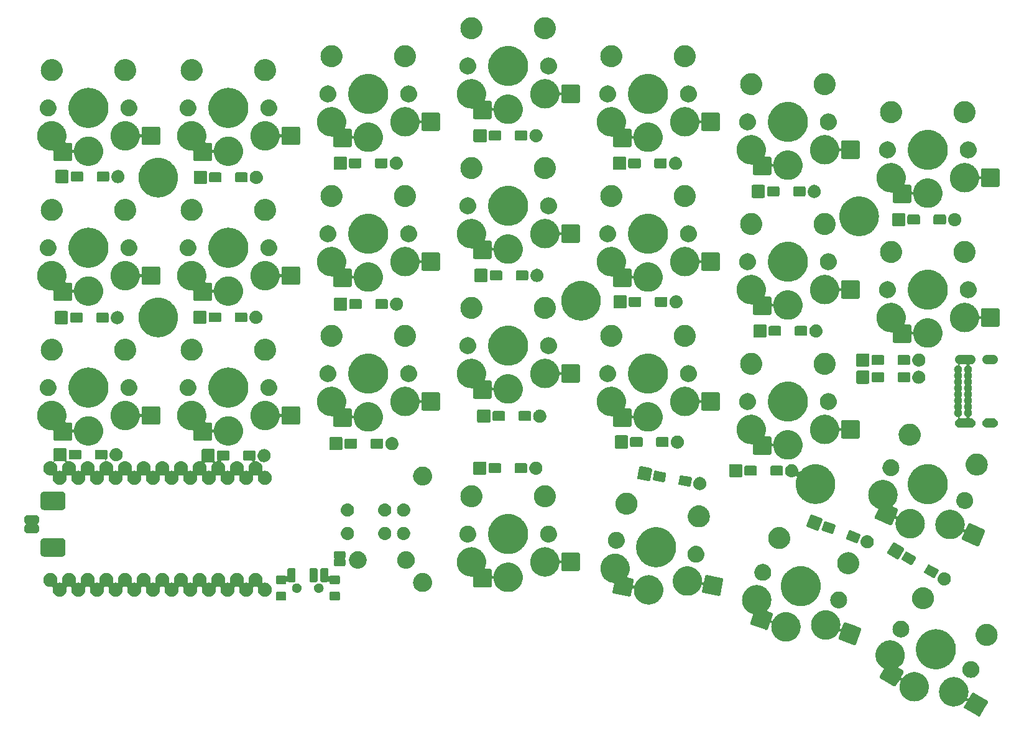
<source format=gbr>
G04 #@! TF.GenerationSoftware,KiCad,Pcbnew,8.0.1*
G04 #@! TF.CreationDate,2024-03-22T14:56:50+09:00*
G04 #@! TF.ProjectId,Pinky3,50696e6b-7933-42e6-9b69-6361645f7063,0.3*
G04 #@! TF.SameCoordinates,Original*
G04 #@! TF.FileFunction,Soldermask,Top*
G04 #@! TF.FilePolarity,Negative*
%FSLAX46Y46*%
G04 Gerber Fmt 4.6, Leading zero omitted, Abs format (unit mm)*
G04 Created by KiCad (PCBNEW 8.0.1) date 2024-03-22 14:56:50*
%MOMM*%
%LPD*%
G01*
G04 APERTURE LIST*
G04 APERTURE END LIST*
G36*
X167899393Y-146595851D02*
G01*
X167966591Y-146595851D01*
X168039495Y-146605871D01*
X168114757Y-146611254D01*
X168176701Y-146624729D01*
X168236979Y-146633014D01*
X168314038Y-146654605D01*
X168393592Y-146671911D01*
X168447303Y-146691944D01*
X168499792Y-146706651D01*
X168579142Y-146741117D01*
X168660957Y-146771633D01*
X168705923Y-146796186D01*
X168750116Y-146815382D01*
X168829620Y-146863730D01*
X168911409Y-146908390D01*
X168947551Y-146935446D01*
X168983324Y-146957200D01*
X169060679Y-147020132D01*
X169139848Y-147079398D01*
X169167432Y-147106982D01*
X169195033Y-147129437D01*
X169267778Y-147207328D01*
X169341626Y-147281176D01*
X169361331Y-147307499D01*
X169381321Y-147328903D01*
X169446869Y-147421764D01*
X169512634Y-147509615D01*
X169525454Y-147533094D01*
X169538715Y-147551880D01*
X169594520Y-147659578D01*
X169649391Y-147760067D01*
X169656588Y-147779364D01*
X169664281Y-147794210D01*
X169707840Y-147916776D01*
X169749113Y-148027432D01*
X169752183Y-148041546D01*
X169755681Y-148051388D01*
X169784656Y-148190822D01*
X169809770Y-148306267D01*
X169810359Y-148314508D01*
X169811209Y-148318597D01*
X169823414Y-148497049D01*
X169830127Y-148590897D01*
X169823414Y-148684751D01*
X169811209Y-148863196D01*
X169810359Y-148867283D01*
X169809770Y-148875527D01*
X169784651Y-148990993D01*
X169755681Y-149130405D01*
X169752184Y-149140244D01*
X169749113Y-149154362D01*
X169707832Y-149265038D01*
X169644001Y-149444646D01*
X169851194Y-149540306D01*
X170252502Y-148845217D01*
X170252511Y-148845204D01*
X170257034Y-148837372D01*
X170273686Y-148818383D01*
X170301788Y-148782788D01*
X170309390Y-148777670D01*
X170321350Y-148764033D01*
X170352380Y-148748730D01*
X170370687Y-148736407D01*
X170385320Y-148732485D01*
X170408835Y-148720890D01*
X170434998Y-148719175D01*
X170449632Y-148715254D01*
X170471645Y-148716772D01*
X170506171Y-148714510D01*
X170523347Y-148720340D01*
X170532485Y-148720971D01*
X170574574Y-148737729D01*
X170598540Y-148745865D01*
X171335836Y-149171543D01*
X172366046Y-149766334D01*
X172366051Y-149766338D01*
X172373892Y-149770865D01*
X172392900Y-149787535D01*
X172428475Y-149815620D01*
X172433589Y-149823218D01*
X172447231Y-149835181D01*
X172462537Y-149866220D01*
X172474856Y-149884519D01*
X172478775Y-149899147D01*
X172490374Y-149922667D01*
X172492088Y-149948833D01*
X172496009Y-149963464D01*
X172494490Y-149985475D01*
X172496753Y-150020003D01*
X172490922Y-150037178D01*
X172490292Y-150046318D01*
X172473530Y-150088413D01*
X172465398Y-150112372D01*
X172004351Y-150910929D01*
X171469929Y-151836576D01*
X171469924Y-151836581D01*
X171465398Y-151844422D01*
X171448727Y-151863430D01*
X171420643Y-151899005D01*
X171413044Y-151904119D01*
X171401082Y-151917761D01*
X171370041Y-151933068D01*
X171351744Y-151945386D01*
X171337116Y-151949305D01*
X171313597Y-151960904D01*
X171287427Y-151962619D01*
X171272799Y-151966539D01*
X171250793Y-151965020D01*
X171216261Y-151967284D01*
X171199081Y-151961452D01*
X171189946Y-151960822D01*
X171147867Y-151944067D01*
X171123892Y-151935929D01*
X169941898Y-151253504D01*
X169356385Y-150915459D01*
X169356381Y-150915456D01*
X169348540Y-150910929D01*
X169329528Y-150894256D01*
X169293956Y-150866173D01*
X169288841Y-150858575D01*
X169275201Y-150846613D01*
X169259895Y-150815575D01*
X169247575Y-150797274D01*
X169243654Y-150782642D01*
X169232058Y-150759127D01*
X169230343Y-150732963D01*
X169226422Y-150718329D01*
X169227941Y-150696310D01*
X169225679Y-150661791D01*
X169231508Y-150644619D01*
X169232139Y-150635475D01*
X169248909Y-150593356D01*
X169257034Y-150569422D01*
X169291409Y-150509883D01*
X169658705Y-149873707D01*
X169457923Y-149745263D01*
X169446767Y-149760166D01*
X169381320Y-149852891D01*
X169361335Y-149874288D01*
X169341626Y-149900618D01*
X169267763Y-149974480D01*
X169195033Y-150052356D01*
X169167437Y-150074806D01*
X169139848Y-150102396D01*
X169060663Y-150161672D01*
X168983324Y-150224593D01*
X168947558Y-150246342D01*
X168911409Y-150273404D01*
X168829604Y-150318072D01*
X168750116Y-150366411D01*
X168705932Y-150385602D01*
X168660957Y-150410161D01*
X168579126Y-150440682D01*
X168499792Y-150475142D01*
X168447314Y-150489845D01*
X168393592Y-150509883D01*
X168314022Y-150527192D01*
X168236979Y-150548779D01*
X168176711Y-150557062D01*
X168114757Y-150570540D01*
X168039491Y-150575923D01*
X167966591Y-150585943D01*
X167899393Y-150585943D01*
X167830127Y-150590897D01*
X167760861Y-150585943D01*
X167693663Y-150585943D01*
X167620762Y-150575923D01*
X167545497Y-150570540D01*
X167483543Y-150557062D01*
X167423274Y-150548779D01*
X167346226Y-150527191D01*
X167266662Y-150509883D01*
X167212942Y-150489846D01*
X167160461Y-150475142D01*
X167081120Y-150440679D01*
X166999297Y-150410161D01*
X166954325Y-150385604D01*
X166910137Y-150366411D01*
X166830639Y-150318067D01*
X166748845Y-150273404D01*
X166712699Y-150246345D01*
X166676929Y-150224593D01*
X166599577Y-150161663D01*
X166520406Y-150102396D01*
X166492820Y-150074810D01*
X166465220Y-150052356D01*
X166392474Y-149974464D01*
X166318628Y-149900618D01*
X166298922Y-149874294D01*
X166278932Y-149852890D01*
X166213379Y-149760022D01*
X166147620Y-149672179D01*
X166134800Y-149648701D01*
X166121538Y-149629913D01*
X166065724Y-149522198D01*
X166010863Y-149421727D01*
X166003666Y-149402433D01*
X165995972Y-149387583D01*
X165952399Y-149264980D01*
X165911141Y-149154362D01*
X165908071Y-149140251D01*
X165904572Y-149130405D01*
X165875579Y-148990890D01*
X165850484Y-148875527D01*
X165849894Y-148867290D01*
X165849044Y-148863196D01*
X165836816Y-148684431D01*
X165830127Y-148590897D01*
X165836816Y-148497370D01*
X165849044Y-148318597D01*
X165849895Y-148314501D01*
X165850484Y-148306267D01*
X165875575Y-148190924D01*
X165904572Y-148051388D01*
X165908072Y-148041539D01*
X165911141Y-148027432D01*
X165952392Y-147916833D01*
X165995972Y-147794210D01*
X166003668Y-147779357D01*
X166010863Y-147760067D01*
X166065714Y-147659614D01*
X166121538Y-147551880D01*
X166134802Y-147533088D01*
X166147620Y-147509615D01*
X166213366Y-147421787D01*
X166278932Y-147328903D01*
X166298926Y-147307494D01*
X166318628Y-147281176D01*
X166392460Y-147207343D01*
X166465220Y-147129437D01*
X166492826Y-147106977D01*
X166520406Y-147079398D01*
X166599562Y-147020142D01*
X166676929Y-146957200D01*
X166712706Y-146935443D01*
X166748845Y-146908390D01*
X166830623Y-146863735D01*
X166910137Y-146815382D01*
X166954334Y-146796184D01*
X166999297Y-146771633D01*
X167081104Y-146741120D01*
X167160461Y-146706651D01*
X167212953Y-146691943D01*
X167266662Y-146671911D01*
X167346210Y-146654606D01*
X167423274Y-146633014D01*
X167483553Y-146624729D01*
X167545497Y-146611254D01*
X167620757Y-146605871D01*
X167693663Y-146595851D01*
X167760861Y-146595851D01*
X167830127Y-146590897D01*
X167899393Y-146595851D01*
G37*
G36*
X159239139Y-141595851D02*
G01*
X159306337Y-141595851D01*
X159379241Y-141605871D01*
X159454503Y-141611254D01*
X159516447Y-141624729D01*
X159576725Y-141633014D01*
X159653784Y-141654605D01*
X159733338Y-141671911D01*
X159787049Y-141691944D01*
X159839538Y-141706651D01*
X159918888Y-141741117D01*
X160000703Y-141771633D01*
X160045669Y-141796186D01*
X160089862Y-141815382D01*
X160169366Y-141863730D01*
X160251155Y-141908390D01*
X160287297Y-141935446D01*
X160323070Y-141957200D01*
X160400425Y-142020132D01*
X160479594Y-142079398D01*
X160507178Y-142106982D01*
X160534779Y-142129437D01*
X160607524Y-142207328D01*
X160681372Y-142281176D01*
X160701077Y-142307499D01*
X160721067Y-142328903D01*
X160786615Y-142421764D01*
X160852380Y-142509615D01*
X160865200Y-142533094D01*
X160878461Y-142551880D01*
X160934266Y-142659578D01*
X160989137Y-142760067D01*
X160996334Y-142779364D01*
X161004027Y-142794210D01*
X161047586Y-142916776D01*
X161088859Y-143027432D01*
X161091929Y-143041546D01*
X161095427Y-143051388D01*
X161124402Y-143190822D01*
X161149516Y-143306267D01*
X161150105Y-143314508D01*
X161150955Y-143318597D01*
X161163160Y-143497049D01*
X161169873Y-143590897D01*
X161163160Y-143684751D01*
X161150955Y-143863196D01*
X161150105Y-143867283D01*
X161149516Y-143875527D01*
X161124397Y-143990993D01*
X161095427Y-144130405D01*
X161091930Y-144140244D01*
X161088859Y-144154362D01*
X161047579Y-144265037D01*
X161004027Y-144387583D01*
X160996335Y-144402426D01*
X160989137Y-144421727D01*
X160934256Y-144522234D01*
X160878461Y-144629913D01*
X160865203Y-144648695D01*
X160852380Y-144672179D01*
X160786603Y-144760046D01*
X160721067Y-144852890D01*
X160701081Y-144874289D01*
X160681372Y-144900618D01*
X160607510Y-144974479D01*
X160534779Y-145052356D01*
X160507183Y-145074806D01*
X160479594Y-145102396D01*
X160400411Y-145161671D01*
X160320071Y-145227033D01*
X160330525Y-145357964D01*
X160420933Y-145410161D01*
X160873741Y-145671589D01*
X160873746Y-145671593D01*
X160881587Y-145676120D01*
X160900595Y-145692790D01*
X160936170Y-145720875D01*
X160941284Y-145728473D01*
X160954926Y-145740436D01*
X160970232Y-145771475D01*
X160982551Y-145789774D01*
X160986470Y-145804402D01*
X160998069Y-145827922D01*
X160999783Y-145854088D01*
X161003704Y-145868719D01*
X161002185Y-145890730D01*
X161004448Y-145925258D01*
X160998617Y-145942433D01*
X160997987Y-145951573D01*
X160981227Y-145993664D01*
X160973093Y-146017627D01*
X160621421Y-146626739D01*
X160822199Y-146755188D01*
X160833183Y-146740515D01*
X160898804Y-146647557D01*
X160918799Y-146626147D01*
X160938501Y-146599829D01*
X161012333Y-146525996D01*
X161085093Y-146448090D01*
X161112699Y-146425630D01*
X161140279Y-146398051D01*
X161219435Y-146338795D01*
X161296802Y-146275853D01*
X161332579Y-146254096D01*
X161368718Y-146227043D01*
X161450496Y-146182388D01*
X161530010Y-146134035D01*
X161574207Y-146114837D01*
X161619170Y-146090286D01*
X161700977Y-146059773D01*
X161780334Y-146025304D01*
X161832826Y-146010596D01*
X161886535Y-145990564D01*
X161966083Y-145973259D01*
X162043147Y-145951667D01*
X162103426Y-145943382D01*
X162165370Y-145929907D01*
X162240630Y-145924524D01*
X162313536Y-145914504D01*
X162380734Y-145914504D01*
X162450000Y-145909550D01*
X162519266Y-145914504D01*
X162586464Y-145914504D01*
X162659368Y-145924524D01*
X162734630Y-145929907D01*
X162796574Y-145943382D01*
X162856852Y-145951667D01*
X162933911Y-145973258D01*
X163013465Y-145990564D01*
X163067176Y-146010597D01*
X163119665Y-146025304D01*
X163199015Y-146059770D01*
X163280830Y-146090286D01*
X163325796Y-146114839D01*
X163369989Y-146134035D01*
X163449493Y-146182383D01*
X163531282Y-146227043D01*
X163567424Y-146254099D01*
X163603197Y-146275853D01*
X163680552Y-146338785D01*
X163759721Y-146398051D01*
X163787305Y-146425635D01*
X163814906Y-146448090D01*
X163887651Y-146525981D01*
X163961499Y-146599829D01*
X163981204Y-146626152D01*
X164001194Y-146647556D01*
X164066742Y-146740417D01*
X164132507Y-146828268D01*
X164145327Y-146851747D01*
X164158588Y-146870533D01*
X164214393Y-146978231D01*
X164269264Y-147078720D01*
X164276461Y-147098017D01*
X164284154Y-147112863D01*
X164327713Y-147235429D01*
X164368986Y-147346085D01*
X164372056Y-147360199D01*
X164375554Y-147370041D01*
X164404529Y-147509475D01*
X164429643Y-147624920D01*
X164430232Y-147633161D01*
X164431082Y-147637250D01*
X164443287Y-147815702D01*
X164450000Y-147909550D01*
X164443287Y-148003404D01*
X164431082Y-148181849D01*
X164430232Y-148185936D01*
X164429643Y-148194180D01*
X164404524Y-148309646D01*
X164375554Y-148449058D01*
X164372057Y-148458897D01*
X164368986Y-148473015D01*
X164327706Y-148583690D01*
X164284154Y-148706236D01*
X164276462Y-148721079D01*
X164269264Y-148740380D01*
X164214383Y-148840887D01*
X164158588Y-148948566D01*
X164145330Y-148967348D01*
X164132507Y-148990832D01*
X164066730Y-149078699D01*
X164001194Y-149171543D01*
X163981208Y-149192942D01*
X163961499Y-149219271D01*
X163887637Y-149293132D01*
X163814906Y-149371009D01*
X163787310Y-149393459D01*
X163759721Y-149421049D01*
X163680536Y-149480325D01*
X163603197Y-149543246D01*
X163567431Y-149564995D01*
X163531282Y-149592057D01*
X163449477Y-149636725D01*
X163369989Y-149685064D01*
X163325805Y-149704255D01*
X163280830Y-149728814D01*
X163198999Y-149759335D01*
X163119665Y-149793795D01*
X163067187Y-149808498D01*
X163013465Y-149828536D01*
X162933895Y-149845845D01*
X162856852Y-149867432D01*
X162796584Y-149875715D01*
X162734630Y-149889193D01*
X162659364Y-149894576D01*
X162586464Y-149904596D01*
X162519266Y-149904596D01*
X162450000Y-149909550D01*
X162380734Y-149904596D01*
X162313536Y-149904596D01*
X162240635Y-149894576D01*
X162165370Y-149889193D01*
X162103416Y-149875715D01*
X162043147Y-149867432D01*
X161966099Y-149845844D01*
X161886535Y-149828536D01*
X161832815Y-149808499D01*
X161780334Y-149793795D01*
X161700993Y-149759332D01*
X161619170Y-149728814D01*
X161574198Y-149704257D01*
X161530010Y-149685064D01*
X161450512Y-149636720D01*
X161368718Y-149592057D01*
X161332572Y-149564998D01*
X161296802Y-149543246D01*
X161219450Y-149480316D01*
X161140279Y-149421049D01*
X161112693Y-149393463D01*
X161085093Y-149371009D01*
X161012347Y-149293117D01*
X160938501Y-149219271D01*
X160918795Y-149192947D01*
X160898805Y-149171543D01*
X160833252Y-149078675D01*
X160767493Y-148990832D01*
X160754673Y-148967354D01*
X160741411Y-148948566D01*
X160685597Y-148840851D01*
X160630736Y-148740380D01*
X160623539Y-148721086D01*
X160615845Y-148706236D01*
X160572272Y-148583633D01*
X160531014Y-148473015D01*
X160527944Y-148458904D01*
X160524445Y-148449058D01*
X160495452Y-148309543D01*
X160470357Y-148194180D01*
X160469767Y-148185943D01*
X160468917Y-148181849D01*
X160456689Y-148003084D01*
X160450000Y-147909550D01*
X160456689Y-147816023D01*
X160468917Y-147637250D01*
X160469768Y-147633154D01*
X160470357Y-147624920D01*
X160495443Y-147509598D01*
X160524445Y-147370039D01*
X160527946Y-147360187D01*
X160531014Y-147346085D01*
X160572259Y-147235501D01*
X160636126Y-147055798D01*
X160428933Y-146960138D01*
X160340758Y-147112863D01*
X159977624Y-147741831D01*
X159977619Y-147741836D01*
X159973093Y-147749677D01*
X159956422Y-147768685D01*
X159928338Y-147804260D01*
X159920739Y-147809374D01*
X159908777Y-147823016D01*
X159877736Y-147838323D01*
X159859439Y-147850641D01*
X159844811Y-147854560D01*
X159821292Y-147866159D01*
X159795122Y-147867874D01*
X159780494Y-147871794D01*
X159758488Y-147870275D01*
X159723956Y-147872539D01*
X159706776Y-147866707D01*
X159697641Y-147866077D01*
X159655562Y-147849322D01*
X159631587Y-147841184D01*
X158312135Y-147079398D01*
X157864080Y-146820714D01*
X157864076Y-146820711D01*
X157856235Y-146816184D01*
X157837223Y-146799511D01*
X157801651Y-146771428D01*
X157796536Y-146763830D01*
X157782896Y-146751868D01*
X157767590Y-146720830D01*
X157755270Y-146702529D01*
X157751349Y-146687897D01*
X157739753Y-146664382D01*
X157738038Y-146638218D01*
X157734117Y-146623584D01*
X157735636Y-146601565D01*
X157733374Y-146567046D01*
X157739203Y-146549874D01*
X157739834Y-146540730D01*
X157756604Y-146498611D01*
X157764729Y-146474677D01*
X157879520Y-146275853D01*
X158331515Y-145492974D01*
X158296528Y-145386946D01*
X158294048Y-145385592D01*
X158249880Y-145366409D01*
X158170387Y-145318068D01*
X158088591Y-145273404D01*
X158052445Y-145246345D01*
X158016675Y-145224593D01*
X157939323Y-145161663D01*
X157860152Y-145102396D01*
X157832566Y-145074810D01*
X157804966Y-145052356D01*
X157732220Y-144974464D01*
X157658374Y-144900618D01*
X157638668Y-144874294D01*
X157618678Y-144852890D01*
X157553125Y-144760022D01*
X157487366Y-144672179D01*
X157474546Y-144648701D01*
X157461284Y-144629913D01*
X157405470Y-144522198D01*
X157350609Y-144421727D01*
X157343412Y-144402433D01*
X157335718Y-144387583D01*
X157292145Y-144264980D01*
X157250887Y-144154362D01*
X157247817Y-144140251D01*
X157244318Y-144130405D01*
X157215325Y-143990890D01*
X157190230Y-143875527D01*
X157189640Y-143867290D01*
X157188790Y-143863196D01*
X157176562Y-143684431D01*
X157169873Y-143590897D01*
X157176562Y-143497370D01*
X157188790Y-143318597D01*
X157189641Y-143314501D01*
X157190230Y-143306267D01*
X157215321Y-143190924D01*
X157244318Y-143051388D01*
X157247818Y-143041539D01*
X157250887Y-143027432D01*
X157292138Y-142916833D01*
X157335718Y-142794210D01*
X157343414Y-142779357D01*
X157350609Y-142760067D01*
X157405460Y-142659614D01*
X157461284Y-142551880D01*
X157474548Y-142533088D01*
X157487366Y-142509615D01*
X157553112Y-142421787D01*
X157618678Y-142328903D01*
X157638672Y-142307494D01*
X157658374Y-142281176D01*
X157732206Y-142207343D01*
X157804966Y-142129437D01*
X157832572Y-142106977D01*
X157860152Y-142079398D01*
X157939308Y-142020142D01*
X158016675Y-141957200D01*
X158052452Y-141935443D01*
X158088591Y-141908390D01*
X158170369Y-141863735D01*
X158249883Y-141815382D01*
X158294080Y-141796184D01*
X158339043Y-141771633D01*
X158420850Y-141741120D01*
X158500207Y-141706651D01*
X158552699Y-141691943D01*
X158606408Y-141671911D01*
X158685956Y-141654606D01*
X158763020Y-141633014D01*
X158823299Y-141624729D01*
X158885243Y-141611254D01*
X158960503Y-141605871D01*
X159033409Y-141595851D01*
X159100607Y-141595851D01*
X159169873Y-141590897D01*
X159239139Y-141595851D01*
G37*
G36*
X170213765Y-144404906D02*
G01*
X170269249Y-144404906D01*
X170318059Y-144414030D01*
X170362748Y-144417940D01*
X170417604Y-144432638D01*
X170477852Y-144443901D01*
X170518714Y-144459730D01*
X170556300Y-144469802D01*
X170613198Y-144496334D01*
X170675739Y-144520562D01*
X170708019Y-144540549D01*
X170737901Y-144554483D01*
X170794269Y-144593952D01*
X170856170Y-144632280D01*
X170879897Y-144653910D01*
X170902037Y-144669413D01*
X170954997Y-144722373D01*
X171013000Y-144775250D01*
X171028810Y-144796186D01*
X171043728Y-144811104D01*
X171090257Y-144877554D01*
X171140890Y-144944603D01*
X171149961Y-144962821D01*
X171158653Y-144975234D01*
X171195659Y-145054594D01*
X171235483Y-145134572D01*
X171239443Y-145148490D01*
X171243337Y-145156841D01*
X171267878Y-145248430D01*
X171293559Y-145338688D01*
X171294349Y-145347221D01*
X171295199Y-145350391D01*
X171304585Y-145457684D01*
X171313140Y-145550000D01*
X171304584Y-145642323D01*
X171295199Y-145749608D01*
X171294349Y-145752776D01*
X171293559Y-145761312D01*
X171267878Y-145851568D01*
X171243337Y-145943160D01*
X171239442Y-145951511D01*
X171235483Y-145965428D01*
X171195668Y-146045386D01*
X171158656Y-146124761D01*
X171149963Y-146137175D01*
X171140890Y-146155397D01*
X171090243Y-146222463D01*
X171043726Y-146288897D01*
X171028813Y-146303809D01*
X171013000Y-146324750D01*
X170954986Y-146377636D01*
X170902037Y-146430586D01*
X170879902Y-146446084D01*
X170856170Y-146467720D01*
X170794256Y-146506054D01*
X170737901Y-146545516D01*
X170708025Y-146559446D01*
X170675739Y-146579438D01*
X170613186Y-146603670D01*
X170556300Y-146630197D01*
X170518722Y-146640265D01*
X170477852Y-146656099D01*
X170417591Y-146667363D01*
X170362748Y-146682059D01*
X170318069Y-146685967D01*
X170269249Y-146695094D01*
X170213754Y-146695094D01*
X170163140Y-146699522D01*
X170112526Y-146695094D01*
X170057031Y-146695094D01*
X170008210Y-146685967D01*
X169963531Y-146682059D01*
X169908684Y-146667363D01*
X169848428Y-146656099D01*
X169807559Y-146640266D01*
X169769979Y-146630197D01*
X169713087Y-146603668D01*
X169650541Y-146579438D01*
X169618257Y-146559448D01*
X169588378Y-146545516D01*
X169532014Y-146506049D01*
X169470110Y-146467720D01*
X169446380Y-146446087D01*
X169424242Y-146430586D01*
X169371282Y-146377626D01*
X169313280Y-146324750D01*
X169297469Y-146303813D01*
X169282553Y-146288897D01*
X169236022Y-146222444D01*
X169185390Y-146155397D01*
X169176319Y-146137180D01*
X169167623Y-146124761D01*
X169130595Y-146045355D01*
X169090797Y-145965428D01*
X169086839Y-145951517D01*
X169082942Y-145943160D01*
X169058383Y-145851507D01*
X169032721Y-145761312D01*
X169031930Y-145752782D01*
X169031080Y-145749608D01*
X169021677Y-145642130D01*
X169013140Y-145550000D01*
X169021676Y-145457877D01*
X169031080Y-145350391D01*
X169031930Y-145347215D01*
X169032721Y-145338688D01*
X169058384Y-145248491D01*
X169082942Y-145156841D01*
X169086838Y-145148485D01*
X169090797Y-145134572D01*
X169130604Y-145054626D01*
X169167626Y-144975234D01*
X169176320Y-144962816D01*
X169185390Y-144944603D01*
X169236009Y-144877572D01*
X169282551Y-144811104D01*
X169297472Y-144796182D01*
X169313280Y-144775250D01*
X169371270Y-144722384D01*
X169424244Y-144669411D01*
X169446387Y-144653905D01*
X169470110Y-144632280D01*
X169532001Y-144593958D01*
X169588374Y-144554486D01*
X169618256Y-144540551D01*
X169650541Y-144520562D01*
X169713087Y-144496331D01*
X169769981Y-144469802D01*
X169807564Y-144459731D01*
X169848428Y-144443901D01*
X169908674Y-144432638D01*
X169963531Y-144417940D01*
X170008221Y-144414030D01*
X170057031Y-144404906D01*
X170112515Y-144404906D01*
X170163140Y-144400477D01*
X170213765Y-144404906D01*
G37*
G36*
X165479718Y-140079822D02*
G01*
X165558431Y-140079822D01*
X165642858Y-140089690D01*
X165728462Y-140094868D01*
X165801188Y-140108195D01*
X165873152Y-140116607D01*
X165962028Y-140137671D01*
X166052135Y-140154184D01*
X166117046Y-140174411D01*
X166181479Y-140189682D01*
X166273294Y-140223099D01*
X166366298Y-140252081D01*
X166422858Y-140277536D01*
X166479238Y-140298057D01*
X166572302Y-140344795D01*
X166666371Y-140387132D01*
X166714326Y-140416122D01*
X166762393Y-140440262D01*
X166854841Y-140501067D01*
X166947976Y-140557369D01*
X166987377Y-140588238D01*
X167027127Y-140614382D01*
X167116937Y-140689741D01*
X167207009Y-140760308D01*
X167238159Y-140791458D01*
X167269862Y-140818060D01*
X167354962Y-140908261D01*
X167439692Y-140992991D01*
X167463154Y-141022938D01*
X167487309Y-141048541D01*
X167565553Y-141153641D01*
X167642631Y-141252024D01*
X167659195Y-141279424D01*
X167676527Y-141302705D01*
X167745757Y-141422615D01*
X167812868Y-141533629D01*
X167823532Y-141557325D01*
X167834959Y-141577116D01*
X167893056Y-141711800D01*
X167947919Y-141833702D01*
X167953852Y-141852743D01*
X167960462Y-141868066D01*
X168005372Y-142018077D01*
X168045816Y-142147865D01*
X168048321Y-142161535D01*
X168051341Y-142171622D01*
X168081135Y-142340596D01*
X168105132Y-142471538D01*
X168105605Y-142479373D01*
X168106363Y-142483667D01*
X168119262Y-142705145D01*
X168125000Y-142800000D01*
X168119261Y-142894862D01*
X168106363Y-143116332D01*
X168105606Y-143120624D01*
X168105132Y-143128462D01*
X168081131Y-143259428D01*
X168051341Y-143428377D01*
X168048321Y-143438462D01*
X168045816Y-143452135D01*
X168005365Y-143581946D01*
X167960462Y-143731933D01*
X167953853Y-143747252D01*
X167947919Y-143766298D01*
X167893045Y-143888222D01*
X167834959Y-144022883D01*
X167823534Y-144042670D01*
X167812868Y-144066371D01*
X167745745Y-144177405D01*
X167676527Y-144297294D01*
X167659198Y-144320570D01*
X167642631Y-144347976D01*
X167565538Y-144446377D01*
X167487309Y-144551458D01*
X167463158Y-144577055D01*
X167439692Y-144607009D01*
X167354945Y-144691755D01*
X167269862Y-144781939D01*
X167238166Y-144808534D01*
X167207009Y-144839692D01*
X167116919Y-144910272D01*
X167027127Y-144985617D01*
X166987385Y-145011755D01*
X166947976Y-145042631D01*
X166854823Y-145098944D01*
X166762393Y-145159737D01*
X166714336Y-145183871D01*
X166666371Y-145212868D01*
X166572283Y-145255213D01*
X166479238Y-145301942D01*
X166422869Y-145322458D01*
X166366298Y-145347919D01*
X166273275Y-145376905D01*
X166181479Y-145410317D01*
X166117059Y-145425584D01*
X166052135Y-145445816D01*
X165962010Y-145462332D01*
X165873152Y-145483392D01*
X165801200Y-145491802D01*
X165728462Y-145505132D01*
X165642854Y-145510310D01*
X165558431Y-145520178D01*
X165479718Y-145520178D01*
X165400000Y-145525000D01*
X165320282Y-145520178D01*
X165241569Y-145520178D01*
X165157145Y-145510310D01*
X165071538Y-145505132D01*
X164998800Y-145491802D01*
X164926847Y-145483392D01*
X164837985Y-145462331D01*
X164747865Y-145445816D01*
X164682943Y-145425585D01*
X164618520Y-145410317D01*
X164526717Y-145376903D01*
X164433702Y-145347919D01*
X164377134Y-145322460D01*
X164320761Y-145301942D01*
X164227707Y-145255208D01*
X164133629Y-145212868D01*
X164085668Y-145183874D01*
X164037606Y-145159737D01*
X163945164Y-145098936D01*
X163852024Y-145042631D01*
X163812619Y-145011759D01*
X163772872Y-144985617D01*
X163683065Y-144910260D01*
X163592991Y-144839692D01*
X163561839Y-144808540D01*
X163530137Y-144781939D01*
X163445036Y-144691737D01*
X163360308Y-144607009D01*
X163336846Y-144577062D01*
X163312690Y-144551458D01*
X163234441Y-144446351D01*
X163157369Y-144347976D01*
X163140806Y-144320577D01*
X163123472Y-144297294D01*
X163054232Y-144177368D01*
X162987132Y-144066371D01*
X162976468Y-144042678D01*
X162965040Y-144022883D01*
X162906930Y-143888168D01*
X162852081Y-143766298D01*
X162846148Y-143747261D01*
X162839537Y-143731933D01*
X162794609Y-143581865D01*
X162754184Y-143452135D01*
X162751679Y-143438470D01*
X162748658Y-143428377D01*
X162718842Y-143259284D01*
X162694868Y-143128462D01*
X162694394Y-143120633D01*
X162693636Y-143116332D01*
X162680711Y-142894416D01*
X162675000Y-142800000D01*
X162680710Y-142705591D01*
X162693636Y-142483667D01*
X162694394Y-142479364D01*
X162694868Y-142471538D01*
X162718837Y-142340740D01*
X162748658Y-142171622D01*
X162751680Y-142161526D01*
X162754184Y-142147865D01*
X162794601Y-142018159D01*
X162839537Y-141868066D01*
X162846150Y-141852735D01*
X162852081Y-141833702D01*
X162906919Y-141711854D01*
X162965040Y-141577116D01*
X162976470Y-141557317D01*
X162987132Y-141533629D01*
X163054219Y-141422652D01*
X163123472Y-141302705D01*
X163140809Y-141279416D01*
X163157369Y-141252024D01*
X163234426Y-141153667D01*
X163312690Y-141048541D01*
X163336850Y-141022932D01*
X163360308Y-140992991D01*
X163445020Y-140908278D01*
X163530137Y-140818060D01*
X163561845Y-140791453D01*
X163592991Y-140760308D01*
X163683047Y-140689753D01*
X163772872Y-140614382D01*
X163812627Y-140588234D01*
X163852024Y-140557369D01*
X163945145Y-140501074D01*
X164037606Y-140440262D01*
X164085678Y-140416119D01*
X164133629Y-140387132D01*
X164227687Y-140344799D01*
X164320761Y-140298057D01*
X164377146Y-140277534D01*
X164433702Y-140252081D01*
X164526698Y-140223102D01*
X164618520Y-140189682D01*
X164682957Y-140174410D01*
X164747865Y-140154184D01*
X164837966Y-140137672D01*
X164926847Y-140116607D01*
X164998812Y-140108195D01*
X165071538Y-140094868D01*
X165157140Y-140089690D01*
X165241569Y-140079822D01*
X165320282Y-140079822D01*
X165400000Y-140075000D01*
X165479718Y-140079822D01*
G37*
G36*
X172365316Y-139345092D02*
G01*
X172428996Y-139345092D01*
X172485836Y-139354577D01*
X172539721Y-139358818D01*
X172604619Y-139374398D01*
X172673355Y-139385869D01*
X172722104Y-139402604D01*
X172768532Y-139413751D01*
X172836108Y-139441741D01*
X172907670Y-139466309D01*
X172947641Y-139487940D01*
X172985937Y-139503803D01*
X173053813Y-139545397D01*
X173125549Y-139584219D01*
X173156590Y-139608379D01*
X173186578Y-139626756D01*
X173252112Y-139682727D01*
X173321049Y-139736383D01*
X173343535Y-139760809D01*
X173365514Y-139779581D01*
X173425864Y-139850242D01*
X173488838Y-139918650D01*
X173503641Y-139941308D01*
X173518339Y-139958517D01*
X173570568Y-140043747D01*
X173624338Y-140126048D01*
X173632739Y-140145201D01*
X173641292Y-140159158D01*
X173682510Y-140258667D01*
X173723853Y-140352920D01*
X173727474Y-140367221D01*
X173731344Y-140376563D01*
X173758790Y-140490883D01*
X173784669Y-140593077D01*
X173785377Y-140601627D01*
X173786277Y-140605374D01*
X173797419Y-140746952D01*
X173805127Y-140839969D01*
X173797418Y-140932993D01*
X173786277Y-141074563D01*
X173785377Y-141078309D01*
X173784669Y-141086861D01*
X173758785Y-141189072D01*
X173731344Y-141303374D01*
X173727475Y-141312713D01*
X173723853Y-141327018D01*
X173682502Y-141421287D01*
X173641292Y-141520779D01*
X173632741Y-141534732D01*
X173624338Y-141553890D01*
X173570558Y-141636206D01*
X173518339Y-141721420D01*
X173503644Y-141738625D01*
X173488838Y-141761288D01*
X173425852Y-141829708D01*
X173365514Y-141900356D01*
X173343539Y-141919124D01*
X173321049Y-141943555D01*
X173252099Y-141997220D01*
X173186578Y-142053181D01*
X173156596Y-142071553D01*
X173125549Y-142095719D01*
X173053799Y-142134547D01*
X172985937Y-142176134D01*
X172947649Y-142191993D01*
X172907670Y-142213629D01*
X172836093Y-142238200D01*
X172768532Y-142266186D01*
X172722114Y-142277329D01*
X172673355Y-142294069D01*
X172604606Y-142305541D01*
X172539721Y-142321119D01*
X172485848Y-142325358D01*
X172428996Y-142334846D01*
X172365303Y-142334846D01*
X172305127Y-142339582D01*
X172244950Y-142334846D01*
X172181258Y-142334846D01*
X172124406Y-142325359D01*
X172070532Y-142321119D01*
X172005644Y-142305540D01*
X171936899Y-142294069D01*
X171888141Y-142277330D01*
X171841721Y-142266186D01*
X171774154Y-142238198D01*
X171702584Y-142213629D01*
X171662607Y-142191994D01*
X171624316Y-142176134D01*
X171556446Y-142134543D01*
X171484705Y-142095719D01*
X171453661Y-142071556D01*
X171423675Y-142053181D01*
X171358143Y-141997211D01*
X171289205Y-141943555D01*
X171266718Y-141919128D01*
X171244739Y-141900356D01*
X171184387Y-141829693D01*
X171121416Y-141761288D01*
X171106613Y-141738630D01*
X171091914Y-141721420D01*
X171039679Y-141636181D01*
X170985916Y-141553890D01*
X170977515Y-141534738D01*
X170968961Y-141520779D01*
X170927733Y-141421246D01*
X170886401Y-141327018D01*
X170882780Y-141312720D01*
X170878909Y-141303374D01*
X170851449Y-141188996D01*
X170825585Y-141086861D01*
X170824876Y-141078315D01*
X170823976Y-141074563D01*
X170812815Y-140932752D01*
X170805127Y-140839969D01*
X170812814Y-140747192D01*
X170823976Y-140605374D01*
X170824877Y-140601620D01*
X170825585Y-140593077D01*
X170851444Y-140490959D01*
X170878909Y-140376563D01*
X170882780Y-140367215D01*
X170886401Y-140352920D01*
X170927725Y-140258708D01*
X170968961Y-140159158D01*
X170977516Y-140145195D01*
X170985916Y-140126048D01*
X171039669Y-140043771D01*
X171091914Y-139958517D01*
X171106615Y-139941303D01*
X171121416Y-139918650D01*
X171184375Y-139850257D01*
X171244739Y-139779581D01*
X171266722Y-139760805D01*
X171289205Y-139736383D01*
X171358129Y-139682736D01*
X171423675Y-139626756D01*
X171453667Y-139608376D01*
X171484705Y-139584219D01*
X171556432Y-139545402D01*
X171624316Y-139503803D01*
X171662615Y-139487938D01*
X171702584Y-139466309D01*
X171774140Y-139441743D01*
X171841721Y-139413751D01*
X171888151Y-139402603D01*
X171936899Y-139385869D01*
X172005630Y-139374399D01*
X172070532Y-139358818D01*
X172124417Y-139354577D01*
X172181258Y-139345092D01*
X172244938Y-139345092D01*
X172305127Y-139340355D01*
X172365316Y-139345092D01*
G37*
G36*
X150468053Y-137485887D02*
G01*
X150535251Y-137485887D01*
X150608155Y-137495907D01*
X150683417Y-137501290D01*
X150745361Y-137514765D01*
X150805639Y-137523050D01*
X150882698Y-137544641D01*
X150962252Y-137561947D01*
X151015963Y-137581980D01*
X151068452Y-137596687D01*
X151147802Y-137631153D01*
X151229617Y-137661669D01*
X151274583Y-137686222D01*
X151318776Y-137705418D01*
X151398280Y-137753766D01*
X151480069Y-137798426D01*
X151516211Y-137825482D01*
X151551984Y-137847236D01*
X151629339Y-137910168D01*
X151708508Y-137969434D01*
X151736092Y-137997018D01*
X151763693Y-138019473D01*
X151836438Y-138097364D01*
X151910286Y-138171212D01*
X151929991Y-138197535D01*
X151949981Y-138218939D01*
X152015529Y-138311800D01*
X152081294Y-138399651D01*
X152094114Y-138423130D01*
X152107375Y-138441916D01*
X152163180Y-138549614D01*
X152218051Y-138650103D01*
X152225248Y-138669400D01*
X152232941Y-138684246D01*
X152276500Y-138806812D01*
X152317773Y-138917468D01*
X152320843Y-138931582D01*
X152324341Y-138941424D01*
X152353316Y-139080858D01*
X152378430Y-139196303D01*
X152379019Y-139204544D01*
X152379869Y-139208633D01*
X152392074Y-139387085D01*
X152398787Y-139480933D01*
X152392074Y-139574787D01*
X152379869Y-139753232D01*
X152379019Y-139757319D01*
X152378430Y-139765563D01*
X152353315Y-139881009D01*
X152325678Y-140014009D01*
X152549408Y-140077612D01*
X152828525Y-139310744D01*
X152828528Y-139310738D01*
X152831623Y-139302235D01*
X152844729Y-139280635D01*
X152866220Y-139240707D01*
X152872818Y-139234346D01*
X152882227Y-139218842D01*
X152910127Y-139198384D01*
X152926016Y-139183069D01*
X152939745Y-139176666D01*
X152960891Y-139161162D01*
X152986361Y-139154929D01*
X153000090Y-139148528D01*
X153022035Y-139146200D01*
X153055641Y-139137978D01*
X153073563Y-139140736D01*
X153082678Y-139139770D01*
X153127063Y-139148971D01*
X153152051Y-139152817D01*
X154018633Y-139468227D01*
X155069911Y-139850860D01*
X155069914Y-139850861D01*
X155078421Y-139853958D01*
X155100028Y-139867069D01*
X155139948Y-139888555D01*
X155146307Y-139895152D01*
X155161814Y-139904562D01*
X155182273Y-139932465D01*
X155197586Y-139948351D01*
X155203987Y-139962079D01*
X155219493Y-139983226D01*
X155225725Y-140008697D01*
X155232127Y-140022425D01*
X155234453Y-140044365D01*
X155242678Y-140077976D01*
X155239918Y-140095902D01*
X155240885Y-140105013D01*
X155231687Y-140149379D01*
X155227839Y-140174386D01*
X154543799Y-142053771D01*
X154530678Y-142075392D01*
X154509201Y-142115298D01*
X154502606Y-142121654D01*
X154493195Y-142137164D01*
X154465285Y-142157628D01*
X154449405Y-142172936D01*
X154435682Y-142179335D01*
X154414531Y-142194844D01*
X154389054Y-142201077D01*
X154375331Y-142207477D01*
X154353394Y-142209803D01*
X154319781Y-142218028D01*
X154301854Y-142215268D01*
X154292743Y-142216235D01*
X154248373Y-142207037D01*
X154223371Y-142203189D01*
X152297001Y-141502048D01*
X152275387Y-141488932D01*
X152235473Y-141467450D01*
X152229114Y-141460853D01*
X152213608Y-141451444D01*
X152193148Y-141423540D01*
X152177835Y-141407654D01*
X152171432Y-141393924D01*
X152155929Y-141372780D01*
X152149696Y-141347311D01*
X152143294Y-141333580D01*
X152140966Y-141311633D01*
X152132744Y-141278030D01*
X152135502Y-141260107D01*
X152134536Y-141250992D01*
X152143737Y-141206603D01*
X152147583Y-141181620D01*
X152238952Y-140930586D01*
X152430001Y-140405680D01*
X152217655Y-140312486D01*
X152163166Y-140412276D01*
X152107376Y-140519947D01*
X152094118Y-140538728D01*
X152081294Y-140562215D01*
X152015514Y-140650086D01*
X151949981Y-140742926D01*
X151929995Y-140764325D01*
X151910286Y-140790654D01*
X151836424Y-140864515D01*
X151763693Y-140942392D01*
X151736097Y-140964842D01*
X151708508Y-140992432D01*
X151629323Y-141051708D01*
X151551984Y-141114629D01*
X151516218Y-141136378D01*
X151480069Y-141163440D01*
X151398264Y-141208108D01*
X151318776Y-141256447D01*
X151274592Y-141275638D01*
X151229617Y-141300197D01*
X151147786Y-141330718D01*
X151068452Y-141365178D01*
X151015974Y-141379881D01*
X150962252Y-141399919D01*
X150882682Y-141417228D01*
X150805639Y-141438815D01*
X150745371Y-141447098D01*
X150683417Y-141460576D01*
X150608151Y-141465959D01*
X150535251Y-141475979D01*
X150468053Y-141475979D01*
X150398787Y-141480933D01*
X150329521Y-141475979D01*
X150262323Y-141475979D01*
X150189422Y-141465959D01*
X150114157Y-141460576D01*
X150052203Y-141447098D01*
X149991934Y-141438815D01*
X149914886Y-141417227D01*
X149835322Y-141399919D01*
X149781602Y-141379882D01*
X149729121Y-141365178D01*
X149649780Y-141330715D01*
X149567957Y-141300197D01*
X149522985Y-141275640D01*
X149478797Y-141256447D01*
X149399299Y-141208103D01*
X149317505Y-141163440D01*
X149281359Y-141136381D01*
X149245589Y-141114629D01*
X149168237Y-141051699D01*
X149089066Y-140992432D01*
X149061480Y-140964846D01*
X149033880Y-140942392D01*
X148961134Y-140864500D01*
X148887288Y-140790654D01*
X148867582Y-140764330D01*
X148847592Y-140742926D01*
X148782039Y-140650058D01*
X148716280Y-140562215D01*
X148703460Y-140538737D01*
X148690198Y-140519949D01*
X148634384Y-140412234D01*
X148579523Y-140311763D01*
X148572326Y-140292469D01*
X148564632Y-140277619D01*
X148521059Y-140155016D01*
X148479801Y-140044398D01*
X148476731Y-140030287D01*
X148473232Y-140020441D01*
X148444239Y-139880926D01*
X148419144Y-139765563D01*
X148418554Y-139757326D01*
X148417704Y-139753232D01*
X148405476Y-139574467D01*
X148398787Y-139480933D01*
X148405476Y-139387406D01*
X148417704Y-139208633D01*
X148418555Y-139204537D01*
X148419144Y-139196303D01*
X148444235Y-139080960D01*
X148473232Y-138941424D01*
X148476732Y-138931575D01*
X148479801Y-138917468D01*
X148521052Y-138806869D01*
X148564632Y-138684246D01*
X148572328Y-138669393D01*
X148579523Y-138650103D01*
X148634374Y-138549650D01*
X148690198Y-138441916D01*
X148703462Y-138423124D01*
X148716280Y-138399651D01*
X148782026Y-138311823D01*
X148847592Y-138218939D01*
X148867586Y-138197530D01*
X148887288Y-138171212D01*
X148961120Y-138097379D01*
X149033880Y-138019473D01*
X149061486Y-137997013D01*
X149089066Y-137969434D01*
X149168222Y-137910178D01*
X149245589Y-137847236D01*
X149281366Y-137825479D01*
X149317505Y-137798426D01*
X149399283Y-137753771D01*
X149478797Y-137705418D01*
X149522994Y-137686220D01*
X149567957Y-137661669D01*
X149649764Y-137631156D01*
X149729121Y-137596687D01*
X149781613Y-137581979D01*
X149835322Y-137561947D01*
X149914870Y-137544642D01*
X149991934Y-137523050D01*
X150052213Y-137514765D01*
X150114157Y-137501290D01*
X150189417Y-137495907D01*
X150262323Y-137485887D01*
X150329521Y-137485887D01*
X150398787Y-137480933D01*
X150468053Y-137485887D01*
G37*
G36*
X141071126Y-134065685D02*
G01*
X141138324Y-134065685D01*
X141211228Y-134075705D01*
X141286490Y-134081088D01*
X141348434Y-134094563D01*
X141408712Y-134102848D01*
X141485771Y-134124439D01*
X141565325Y-134141745D01*
X141619036Y-134161778D01*
X141671525Y-134176485D01*
X141750875Y-134210951D01*
X141832690Y-134241467D01*
X141877656Y-134266020D01*
X141921849Y-134285216D01*
X142001353Y-134333564D01*
X142083142Y-134378224D01*
X142119284Y-134405280D01*
X142155057Y-134427034D01*
X142232412Y-134489966D01*
X142311581Y-134549232D01*
X142339165Y-134576816D01*
X142366766Y-134599271D01*
X142439511Y-134677162D01*
X142513359Y-134751010D01*
X142533064Y-134777333D01*
X142553054Y-134798737D01*
X142618602Y-134891598D01*
X142684367Y-134979449D01*
X142697187Y-135002928D01*
X142710448Y-135021714D01*
X142766253Y-135129412D01*
X142821124Y-135229901D01*
X142828321Y-135249198D01*
X142836014Y-135264044D01*
X142879573Y-135386610D01*
X142920846Y-135497266D01*
X142923916Y-135511380D01*
X142927414Y-135521222D01*
X142956389Y-135660656D01*
X142981503Y-135776101D01*
X142982092Y-135784342D01*
X142982942Y-135788431D01*
X142995147Y-135966883D01*
X143001860Y-136060731D01*
X142995147Y-136154585D01*
X142982942Y-136333030D01*
X142982092Y-136337117D01*
X142981503Y-136345361D01*
X142956384Y-136460827D01*
X142927414Y-136600239D01*
X142923917Y-136610078D01*
X142920846Y-136624196D01*
X142879566Y-136734871D01*
X142836014Y-136857417D01*
X142828322Y-136872260D01*
X142821124Y-136891561D01*
X142766243Y-136992068D01*
X142710448Y-137099747D01*
X142697190Y-137118529D01*
X142684367Y-137142013D01*
X142618590Y-137229880D01*
X142553054Y-137322724D01*
X142533069Y-137344121D01*
X142513359Y-137370452D01*
X142439473Y-137444337D01*
X142417642Y-137467713D01*
X142448965Y-137598402D01*
X143041155Y-137813942D01*
X143041158Y-137813943D01*
X143049665Y-137817040D01*
X143071272Y-137830151D01*
X143111192Y-137851637D01*
X143117551Y-137858234D01*
X143133058Y-137867644D01*
X143153517Y-137895547D01*
X143168830Y-137911433D01*
X143175231Y-137925161D01*
X143190737Y-137946308D01*
X143196969Y-137971779D01*
X143203371Y-137985507D01*
X143205697Y-138007447D01*
X143213922Y-138041058D01*
X143211162Y-138058984D01*
X143212129Y-138068095D01*
X143202931Y-138112461D01*
X143199083Y-138137468D01*
X142950866Y-138819438D01*
X143163211Y-138912632D01*
X143217662Y-138812913D01*
X143273489Y-138705174D01*
X143286755Y-138686380D01*
X143299574Y-138662904D01*
X143365324Y-138575071D01*
X143430886Y-138482192D01*
X143450880Y-138460783D01*
X143470582Y-138434465D01*
X143544414Y-138360632D01*
X143617174Y-138282726D01*
X143644780Y-138260266D01*
X143672360Y-138232687D01*
X143751516Y-138173431D01*
X143828883Y-138110489D01*
X143864660Y-138088732D01*
X143900799Y-138061679D01*
X143982577Y-138017024D01*
X144062091Y-137968671D01*
X144106288Y-137949473D01*
X144151251Y-137924922D01*
X144233058Y-137894409D01*
X144312415Y-137859940D01*
X144364907Y-137845232D01*
X144418616Y-137825200D01*
X144498164Y-137807895D01*
X144575228Y-137786303D01*
X144635507Y-137778018D01*
X144697451Y-137764543D01*
X144772711Y-137759160D01*
X144845617Y-137749140D01*
X144912815Y-137749140D01*
X144982081Y-137744186D01*
X144982082Y-137744186D01*
X145051348Y-137749140D01*
X145118546Y-137749140D01*
X145191450Y-137759160D01*
X145266712Y-137764543D01*
X145328656Y-137778018D01*
X145388934Y-137786303D01*
X145465993Y-137807894D01*
X145545547Y-137825200D01*
X145599258Y-137845233D01*
X145651747Y-137859940D01*
X145731097Y-137894406D01*
X145812912Y-137924922D01*
X145857878Y-137949475D01*
X145902071Y-137968671D01*
X145981575Y-138017019D01*
X146063364Y-138061679D01*
X146099506Y-138088735D01*
X146135279Y-138110489D01*
X146212634Y-138173421D01*
X146291803Y-138232687D01*
X146319387Y-138260271D01*
X146346988Y-138282726D01*
X146419733Y-138360617D01*
X146493581Y-138434465D01*
X146513286Y-138460788D01*
X146533276Y-138482192D01*
X146598824Y-138575053D01*
X146664589Y-138662904D01*
X146677409Y-138686383D01*
X146690670Y-138705169D01*
X146746475Y-138812867D01*
X146801346Y-138913356D01*
X146808543Y-138932653D01*
X146816236Y-138947499D01*
X146859795Y-139070065D01*
X146901068Y-139180721D01*
X146904138Y-139194835D01*
X146907636Y-139204677D01*
X146936611Y-139344111D01*
X146961725Y-139459556D01*
X146962314Y-139467797D01*
X146963164Y-139471886D01*
X146975369Y-139650338D01*
X146982082Y-139744186D01*
X146975369Y-139838040D01*
X146963164Y-140016485D01*
X146962314Y-140020572D01*
X146961725Y-140028816D01*
X146936606Y-140144282D01*
X146907636Y-140283694D01*
X146904139Y-140293533D01*
X146901068Y-140307651D01*
X146859788Y-140418326D01*
X146816236Y-140540872D01*
X146808544Y-140555715D01*
X146801346Y-140575016D01*
X146746465Y-140675523D01*
X146690670Y-140783202D01*
X146677412Y-140801984D01*
X146664589Y-140825468D01*
X146598812Y-140913335D01*
X146533276Y-141006179D01*
X146513290Y-141027578D01*
X146493581Y-141053907D01*
X146419719Y-141127768D01*
X146346988Y-141205645D01*
X146319392Y-141228095D01*
X146291803Y-141255685D01*
X146212618Y-141314961D01*
X146135279Y-141377882D01*
X146099513Y-141399631D01*
X146063364Y-141426693D01*
X145981559Y-141471361D01*
X145902071Y-141519700D01*
X145857887Y-141538891D01*
X145812912Y-141563450D01*
X145731081Y-141593971D01*
X145651747Y-141628431D01*
X145599269Y-141643134D01*
X145545547Y-141663172D01*
X145465977Y-141680481D01*
X145388934Y-141702068D01*
X145328666Y-141710351D01*
X145266712Y-141723829D01*
X145191446Y-141729212D01*
X145118546Y-141739232D01*
X145051348Y-141739232D01*
X144982082Y-141744186D01*
X144982081Y-141744185D01*
X144982081Y-141744186D01*
X144912815Y-141739232D01*
X144845617Y-141739232D01*
X144772716Y-141729212D01*
X144697451Y-141723829D01*
X144635497Y-141710351D01*
X144575228Y-141702068D01*
X144498180Y-141680480D01*
X144418616Y-141663172D01*
X144364896Y-141643135D01*
X144312415Y-141628431D01*
X144233074Y-141593968D01*
X144151251Y-141563450D01*
X144106279Y-141538893D01*
X144062091Y-141519700D01*
X143982593Y-141471356D01*
X143900799Y-141426693D01*
X143864653Y-141399634D01*
X143828883Y-141377882D01*
X143751531Y-141314952D01*
X143672360Y-141255685D01*
X143644774Y-141228099D01*
X143617174Y-141205645D01*
X143544428Y-141127753D01*
X143470582Y-141053907D01*
X143450876Y-141027583D01*
X143430886Y-141006179D01*
X143365333Y-140913311D01*
X143299574Y-140825468D01*
X143286754Y-140801990D01*
X143273492Y-140783202D01*
X143217678Y-140675487D01*
X143162817Y-140575016D01*
X143155620Y-140555722D01*
X143147926Y-140540872D01*
X143104353Y-140418269D01*
X143063095Y-140307651D01*
X143060025Y-140293540D01*
X143056526Y-140283694D01*
X143027533Y-140144179D01*
X143002438Y-140028816D01*
X143001848Y-140020579D01*
X143000998Y-140016485D01*
X142988770Y-139837720D01*
X142982081Y-139744186D01*
X142988772Y-139650621D01*
X143000998Y-139471891D01*
X143001848Y-139467798D01*
X143002438Y-139459556D01*
X143027534Y-139344189D01*
X143055189Y-139211108D01*
X142831459Y-139147506D01*
X142515043Y-140016853D01*
X142501920Y-140038478D01*
X142480445Y-140078380D01*
X142473850Y-140084736D01*
X142464439Y-140100246D01*
X142436529Y-140120710D01*
X142420649Y-140136018D01*
X142406926Y-140142417D01*
X142385775Y-140157926D01*
X142360298Y-140164159D01*
X142346575Y-140170559D01*
X142324638Y-140172885D01*
X142291025Y-140181110D01*
X142273098Y-140178350D01*
X142263987Y-140179317D01*
X142219617Y-140170119D01*
X142194615Y-140166271D01*
X140268245Y-139465130D01*
X140246631Y-139452014D01*
X140206717Y-139430532D01*
X140200358Y-139423935D01*
X140184852Y-139414526D01*
X140164392Y-139386622D01*
X140149079Y-139370736D01*
X140142676Y-139357006D01*
X140127173Y-139335862D01*
X140120940Y-139310393D01*
X140114538Y-139296662D01*
X140112210Y-139274715D01*
X140103988Y-139241112D01*
X140106746Y-139223189D01*
X140105780Y-139214074D01*
X140114981Y-139169685D01*
X140118827Y-139144702D01*
X140390003Y-138399651D01*
X140507367Y-138077195D01*
X140459705Y-137984352D01*
X140438395Y-137979717D01*
X140384675Y-137959680D01*
X140332195Y-137944977D01*
X140252847Y-137910511D01*
X140171030Y-137879995D01*
X140126059Y-137855439D01*
X140081870Y-137836245D01*
X140002372Y-137787901D01*
X139920578Y-137743238D01*
X139884432Y-137716179D01*
X139848662Y-137694427D01*
X139771310Y-137631497D01*
X139692139Y-137572230D01*
X139664553Y-137544644D01*
X139636953Y-137522190D01*
X139564207Y-137444298D01*
X139490361Y-137370452D01*
X139470655Y-137344128D01*
X139450665Y-137322724D01*
X139385112Y-137229856D01*
X139319353Y-137142013D01*
X139306533Y-137118535D01*
X139293271Y-137099747D01*
X139237457Y-136992032D01*
X139182596Y-136891561D01*
X139175399Y-136872267D01*
X139167705Y-136857417D01*
X139124132Y-136734814D01*
X139082874Y-136624196D01*
X139079804Y-136610085D01*
X139076305Y-136600239D01*
X139047312Y-136460724D01*
X139022217Y-136345361D01*
X139021627Y-136337124D01*
X139020777Y-136333030D01*
X139008549Y-136154265D01*
X139001860Y-136060731D01*
X139008549Y-135967204D01*
X139020777Y-135788431D01*
X139021628Y-135784335D01*
X139022217Y-135776101D01*
X139047308Y-135660758D01*
X139076305Y-135521222D01*
X139079805Y-135511373D01*
X139082874Y-135497266D01*
X139124125Y-135386667D01*
X139167705Y-135264044D01*
X139175401Y-135249191D01*
X139182596Y-135229901D01*
X139237447Y-135129448D01*
X139293271Y-135021714D01*
X139306535Y-135002922D01*
X139319353Y-134979449D01*
X139385099Y-134891621D01*
X139450665Y-134798737D01*
X139470659Y-134777328D01*
X139490361Y-134751010D01*
X139564193Y-134677177D01*
X139636953Y-134599271D01*
X139664559Y-134576811D01*
X139692139Y-134549232D01*
X139771295Y-134489976D01*
X139848662Y-134427034D01*
X139884439Y-134405277D01*
X139920578Y-134378224D01*
X140002356Y-134333569D01*
X140081870Y-134285216D01*
X140126067Y-134266018D01*
X140171030Y-134241467D01*
X140252837Y-134210954D01*
X140332194Y-134176485D01*
X140384686Y-134161777D01*
X140438395Y-134141745D01*
X140517943Y-134124440D01*
X140595007Y-134102848D01*
X140655286Y-134094563D01*
X140717230Y-134081088D01*
X140792490Y-134075705D01*
X140865396Y-134065685D01*
X140932594Y-134065685D01*
X141001860Y-134060731D01*
X141071126Y-134065685D01*
G37*
G36*
X160687485Y-138904906D02*
G01*
X160742969Y-138904906D01*
X160791779Y-138914030D01*
X160836468Y-138917940D01*
X160891324Y-138932638D01*
X160951572Y-138943901D01*
X160992434Y-138959730D01*
X161030020Y-138969802D01*
X161086918Y-138996334D01*
X161149459Y-139020562D01*
X161181739Y-139040549D01*
X161211621Y-139054483D01*
X161267989Y-139093952D01*
X161329890Y-139132280D01*
X161353617Y-139153910D01*
X161375757Y-139169413D01*
X161428717Y-139222373D01*
X161486720Y-139275250D01*
X161502530Y-139296186D01*
X161517448Y-139311104D01*
X161563977Y-139377554D01*
X161614610Y-139444603D01*
X161623681Y-139462821D01*
X161632373Y-139475234D01*
X161669379Y-139554594D01*
X161709203Y-139634572D01*
X161713163Y-139648490D01*
X161717057Y-139656841D01*
X161741598Y-139748430D01*
X161767279Y-139838688D01*
X161768069Y-139847221D01*
X161768919Y-139850391D01*
X161778305Y-139957684D01*
X161786860Y-140050000D01*
X161778304Y-140142323D01*
X161768919Y-140249608D01*
X161768069Y-140252776D01*
X161767279Y-140261312D01*
X161741598Y-140351568D01*
X161717057Y-140443160D01*
X161713162Y-140451511D01*
X161709203Y-140465428D01*
X161669388Y-140545386D01*
X161632376Y-140624761D01*
X161623683Y-140637175D01*
X161614610Y-140655397D01*
X161563963Y-140722463D01*
X161517446Y-140788897D01*
X161502533Y-140803809D01*
X161486720Y-140824750D01*
X161428706Y-140877636D01*
X161375757Y-140930586D01*
X161353622Y-140946084D01*
X161329890Y-140967720D01*
X161267976Y-141006054D01*
X161211621Y-141045516D01*
X161181745Y-141059446D01*
X161149459Y-141079438D01*
X161086906Y-141103670D01*
X161030020Y-141130197D01*
X160992442Y-141140265D01*
X160951572Y-141156099D01*
X160891311Y-141167363D01*
X160836468Y-141182059D01*
X160791789Y-141185967D01*
X160742969Y-141195094D01*
X160687474Y-141195094D01*
X160636860Y-141199522D01*
X160586246Y-141195094D01*
X160530751Y-141195094D01*
X160481930Y-141185967D01*
X160437251Y-141182059D01*
X160382404Y-141167363D01*
X160322148Y-141156099D01*
X160281279Y-141140266D01*
X160243699Y-141130197D01*
X160186807Y-141103668D01*
X160124261Y-141079438D01*
X160091977Y-141059448D01*
X160062098Y-141045516D01*
X160005734Y-141006049D01*
X159943830Y-140967720D01*
X159920100Y-140946087D01*
X159897962Y-140930586D01*
X159845002Y-140877626D01*
X159787000Y-140824750D01*
X159771189Y-140803813D01*
X159756273Y-140788897D01*
X159709742Y-140722444D01*
X159659110Y-140655397D01*
X159650039Y-140637180D01*
X159641343Y-140624761D01*
X159604315Y-140545355D01*
X159564517Y-140465428D01*
X159560559Y-140451517D01*
X159556662Y-140443160D01*
X159532103Y-140351507D01*
X159506441Y-140261312D01*
X159505650Y-140252782D01*
X159504800Y-140249608D01*
X159495397Y-140142130D01*
X159486860Y-140050000D01*
X159495396Y-139957877D01*
X159504800Y-139850391D01*
X159505650Y-139847215D01*
X159506441Y-139838688D01*
X159532104Y-139748491D01*
X159556662Y-139656841D01*
X159560558Y-139648485D01*
X159564517Y-139634572D01*
X159604324Y-139554626D01*
X159641346Y-139475234D01*
X159650040Y-139462816D01*
X159659110Y-139444603D01*
X159709729Y-139377572D01*
X159756271Y-139311104D01*
X159771192Y-139296182D01*
X159787000Y-139275250D01*
X159844990Y-139222384D01*
X159897964Y-139169411D01*
X159920107Y-139153905D01*
X159943830Y-139132280D01*
X160005721Y-139093958D01*
X160062094Y-139054486D01*
X160091976Y-139040551D01*
X160124261Y-139020562D01*
X160186807Y-138996331D01*
X160243701Y-138969802D01*
X160281284Y-138959731D01*
X160322148Y-138943901D01*
X160382394Y-138932638D01*
X160437251Y-138917940D01*
X160481941Y-138914030D01*
X160530751Y-138904906D01*
X160586235Y-138904906D01*
X160636860Y-138900477D01*
X160687485Y-138904906D01*
G37*
G36*
X163705062Y-134345092D02*
G01*
X163768742Y-134345092D01*
X163825582Y-134354577D01*
X163879467Y-134358818D01*
X163944365Y-134374398D01*
X164013101Y-134385869D01*
X164061850Y-134402604D01*
X164108278Y-134413751D01*
X164175854Y-134441741D01*
X164247416Y-134466309D01*
X164287387Y-134487940D01*
X164325683Y-134503803D01*
X164393559Y-134545397D01*
X164465295Y-134584219D01*
X164496336Y-134608379D01*
X164526324Y-134626756D01*
X164591858Y-134682727D01*
X164660795Y-134736383D01*
X164683281Y-134760809D01*
X164705260Y-134779581D01*
X164765610Y-134850242D01*
X164828584Y-134918650D01*
X164843387Y-134941308D01*
X164858085Y-134958517D01*
X164910314Y-135043747D01*
X164964084Y-135126048D01*
X164972485Y-135145201D01*
X164981038Y-135159158D01*
X165022256Y-135258667D01*
X165063599Y-135352920D01*
X165067220Y-135367221D01*
X165071090Y-135376563D01*
X165098536Y-135490883D01*
X165124415Y-135593077D01*
X165125123Y-135601627D01*
X165126023Y-135605374D01*
X165137165Y-135746952D01*
X165144873Y-135839969D01*
X165137164Y-135932993D01*
X165126023Y-136074563D01*
X165125123Y-136078309D01*
X165124415Y-136086861D01*
X165098531Y-136189072D01*
X165071090Y-136303374D01*
X165067221Y-136312713D01*
X165063599Y-136327018D01*
X165022248Y-136421287D01*
X164981038Y-136520779D01*
X164972487Y-136534732D01*
X164964084Y-136553890D01*
X164910304Y-136636206D01*
X164858085Y-136721420D01*
X164843390Y-136738625D01*
X164828584Y-136761288D01*
X164765598Y-136829708D01*
X164705260Y-136900356D01*
X164683285Y-136919124D01*
X164660795Y-136943555D01*
X164591845Y-136997220D01*
X164526324Y-137053181D01*
X164496342Y-137071553D01*
X164465295Y-137095719D01*
X164393545Y-137134547D01*
X164325683Y-137176134D01*
X164287395Y-137191993D01*
X164247416Y-137213629D01*
X164175839Y-137238200D01*
X164108278Y-137266186D01*
X164061860Y-137277329D01*
X164013101Y-137294069D01*
X163944352Y-137305541D01*
X163879467Y-137321119D01*
X163825594Y-137325358D01*
X163768742Y-137334846D01*
X163705049Y-137334846D01*
X163644873Y-137339582D01*
X163584696Y-137334846D01*
X163521004Y-137334846D01*
X163464152Y-137325359D01*
X163410278Y-137321119D01*
X163345390Y-137305540D01*
X163276645Y-137294069D01*
X163227887Y-137277330D01*
X163181467Y-137266186D01*
X163113900Y-137238198D01*
X163042330Y-137213629D01*
X163002353Y-137191994D01*
X162964062Y-137176134D01*
X162896192Y-137134543D01*
X162824451Y-137095719D01*
X162793407Y-137071556D01*
X162763421Y-137053181D01*
X162697889Y-136997211D01*
X162628951Y-136943555D01*
X162606464Y-136919128D01*
X162584485Y-136900356D01*
X162524133Y-136829693D01*
X162461162Y-136761288D01*
X162446359Y-136738630D01*
X162431660Y-136721420D01*
X162379425Y-136636181D01*
X162325662Y-136553890D01*
X162317261Y-136534738D01*
X162308707Y-136520779D01*
X162267479Y-136421246D01*
X162226147Y-136327018D01*
X162222526Y-136312720D01*
X162218655Y-136303374D01*
X162191195Y-136188996D01*
X162165331Y-136086861D01*
X162164622Y-136078315D01*
X162163722Y-136074563D01*
X162152561Y-135932752D01*
X162144873Y-135839969D01*
X162152560Y-135747192D01*
X162163722Y-135605374D01*
X162164623Y-135601620D01*
X162165331Y-135593077D01*
X162191190Y-135490959D01*
X162218655Y-135376563D01*
X162222526Y-135367215D01*
X162226147Y-135352920D01*
X162267471Y-135258708D01*
X162308707Y-135159158D01*
X162317262Y-135145195D01*
X162325662Y-135126048D01*
X162379415Y-135043771D01*
X162431660Y-134958517D01*
X162446361Y-134941303D01*
X162461162Y-134918650D01*
X162524121Y-134850257D01*
X162584485Y-134779581D01*
X162606468Y-134760805D01*
X162628951Y-134736383D01*
X162697875Y-134682736D01*
X162763421Y-134626756D01*
X162793413Y-134608376D01*
X162824451Y-134584219D01*
X162896178Y-134545402D01*
X162964062Y-134503803D01*
X163002361Y-134487938D01*
X163042330Y-134466309D01*
X163113886Y-134441743D01*
X163181467Y-134413751D01*
X163227897Y-134402603D01*
X163276645Y-134385869D01*
X163345376Y-134374399D01*
X163410278Y-134358818D01*
X163464163Y-134354577D01*
X163521004Y-134345092D01*
X163584684Y-134345092D01*
X163644873Y-134340355D01*
X163705062Y-134345092D01*
G37*
G36*
X152218934Y-134936016D02*
G01*
X152274418Y-134936016D01*
X152323228Y-134945140D01*
X152367917Y-134949050D01*
X152422773Y-134963748D01*
X152483021Y-134975011D01*
X152523883Y-134990840D01*
X152561469Y-135000912D01*
X152618367Y-135027444D01*
X152680908Y-135051672D01*
X152713188Y-135071659D01*
X152743070Y-135085593D01*
X152799438Y-135125062D01*
X152861339Y-135163390D01*
X152885066Y-135185020D01*
X152907206Y-135200523D01*
X152960166Y-135253483D01*
X153018169Y-135306360D01*
X153033979Y-135327296D01*
X153048897Y-135342214D01*
X153095426Y-135408664D01*
X153146059Y-135475713D01*
X153155130Y-135493931D01*
X153163822Y-135506344D01*
X153200828Y-135585704D01*
X153240652Y-135665682D01*
X153244612Y-135679600D01*
X153248506Y-135687951D01*
X153273049Y-135779548D01*
X153298728Y-135869798D01*
X153299518Y-135878330D01*
X153300368Y-135881500D01*
X153309769Y-135988951D01*
X153318077Y-136078601D01*
X153318309Y-136081111D01*
X153309761Y-136173348D01*
X153300368Y-136280719D01*
X153299518Y-136283887D01*
X153298728Y-136292423D01*
X153273047Y-136382679D01*
X153248506Y-136474271D01*
X153244611Y-136482622D01*
X153240652Y-136496539D01*
X153200837Y-136576497D01*
X153163825Y-136655872D01*
X153155132Y-136668286D01*
X153146059Y-136686508D01*
X153095412Y-136753574D01*
X153048895Y-136820008D01*
X153033982Y-136834920D01*
X153018169Y-136855861D01*
X152960155Y-136908747D01*
X152907206Y-136961697D01*
X152885071Y-136977195D01*
X152861339Y-136998831D01*
X152799425Y-137037165D01*
X152743070Y-137076627D01*
X152713194Y-137090557D01*
X152680908Y-137110549D01*
X152618355Y-137134781D01*
X152561469Y-137161308D01*
X152523891Y-137171376D01*
X152483021Y-137187210D01*
X152422760Y-137198474D01*
X152367917Y-137213170D01*
X152323238Y-137217078D01*
X152274418Y-137226205D01*
X152218923Y-137226205D01*
X152168309Y-137230633D01*
X152117695Y-137226205D01*
X152062200Y-137226205D01*
X152013379Y-137217078D01*
X151968700Y-137213170D01*
X151913853Y-137198474D01*
X151853597Y-137187210D01*
X151812728Y-137171377D01*
X151775148Y-137161308D01*
X151718256Y-137134779D01*
X151655710Y-137110549D01*
X151623426Y-137090559D01*
X151593547Y-137076627D01*
X151537183Y-137037160D01*
X151475279Y-136998831D01*
X151451549Y-136977198D01*
X151429411Y-136961697D01*
X151376451Y-136908737D01*
X151318449Y-136855861D01*
X151302638Y-136834924D01*
X151287722Y-136820008D01*
X151241191Y-136753555D01*
X151190559Y-136686508D01*
X151181488Y-136668291D01*
X151172792Y-136655872D01*
X151135764Y-136576466D01*
X151095966Y-136496539D01*
X151092008Y-136482628D01*
X151088111Y-136474271D01*
X151063552Y-136382618D01*
X151037890Y-136292423D01*
X151037099Y-136283893D01*
X151036249Y-136280719D01*
X151026846Y-136173241D01*
X151018309Y-136081111D01*
X151018542Y-136078601D01*
X151026854Y-135988887D01*
X151036249Y-135881500D01*
X151037099Y-135878324D01*
X151037890Y-135869798D01*
X151063551Y-135779608D01*
X151088111Y-135687951D01*
X151092007Y-135679595D01*
X151095966Y-135665682D01*
X151135773Y-135585736D01*
X151172795Y-135506344D01*
X151181489Y-135493926D01*
X151190559Y-135475713D01*
X151241178Y-135408682D01*
X151287720Y-135342214D01*
X151302641Y-135327292D01*
X151318449Y-135306360D01*
X151376439Y-135253494D01*
X151429413Y-135200521D01*
X151451556Y-135185015D01*
X151475279Y-135163390D01*
X151537170Y-135125068D01*
X151593543Y-135085596D01*
X151623425Y-135071661D01*
X151655710Y-135051672D01*
X151718256Y-135027441D01*
X151775150Y-135000912D01*
X151812733Y-134990841D01*
X151853597Y-134975011D01*
X151913843Y-134963748D01*
X151968700Y-134949050D01*
X152013390Y-134945140D01*
X152062200Y-134936016D01*
X152117684Y-134936016D01*
X152168309Y-134931587D01*
X152218934Y-134936016D01*
G37*
G36*
X147079718Y-131479822D02*
G01*
X147158431Y-131479822D01*
X147242858Y-131489690D01*
X147328462Y-131494868D01*
X147401188Y-131508195D01*
X147473152Y-131516607D01*
X147562028Y-131537671D01*
X147652135Y-131554184D01*
X147717046Y-131574411D01*
X147781479Y-131589682D01*
X147873294Y-131623099D01*
X147966298Y-131652081D01*
X148022858Y-131677536D01*
X148079238Y-131698057D01*
X148172302Y-131744795D01*
X148266371Y-131787132D01*
X148314326Y-131816122D01*
X148362393Y-131840262D01*
X148454841Y-131901067D01*
X148547976Y-131957369D01*
X148587377Y-131988238D01*
X148627127Y-132014382D01*
X148716937Y-132089741D01*
X148807009Y-132160308D01*
X148838159Y-132191458D01*
X148869862Y-132218060D01*
X148954962Y-132308261D01*
X149039692Y-132392991D01*
X149063154Y-132422938D01*
X149087309Y-132448541D01*
X149165553Y-132553641D01*
X149242631Y-132652024D01*
X149259195Y-132679424D01*
X149276527Y-132702705D01*
X149345757Y-132822615D01*
X149412868Y-132933629D01*
X149423532Y-132957325D01*
X149434959Y-132977116D01*
X149493056Y-133111800D01*
X149547919Y-133233702D01*
X149553852Y-133252743D01*
X149560462Y-133268066D01*
X149605372Y-133418077D01*
X149645816Y-133547865D01*
X149648321Y-133561535D01*
X149651341Y-133571622D01*
X149681135Y-133740596D01*
X149705132Y-133871538D01*
X149705605Y-133879373D01*
X149706363Y-133883667D01*
X149719262Y-134105145D01*
X149725000Y-134200000D01*
X149719261Y-134294862D01*
X149706363Y-134516332D01*
X149705606Y-134520624D01*
X149705132Y-134528462D01*
X149681131Y-134659428D01*
X149651341Y-134828377D01*
X149648321Y-134838462D01*
X149645816Y-134852135D01*
X149605365Y-134981946D01*
X149560462Y-135131933D01*
X149553853Y-135147252D01*
X149547919Y-135166298D01*
X149493045Y-135288222D01*
X149434959Y-135422883D01*
X149423534Y-135442670D01*
X149412868Y-135466371D01*
X149345745Y-135577405D01*
X149276527Y-135697294D01*
X149259198Y-135720570D01*
X149242631Y-135747976D01*
X149165538Y-135846377D01*
X149087309Y-135951458D01*
X149063158Y-135977055D01*
X149039692Y-136007009D01*
X148954945Y-136091755D01*
X148869862Y-136181939D01*
X148838166Y-136208534D01*
X148807009Y-136239692D01*
X148716919Y-136310272D01*
X148627127Y-136385617D01*
X148587385Y-136411755D01*
X148547976Y-136442631D01*
X148454823Y-136498944D01*
X148362393Y-136559737D01*
X148314336Y-136583871D01*
X148266371Y-136612868D01*
X148172283Y-136655213D01*
X148079238Y-136701942D01*
X148022869Y-136722458D01*
X147966298Y-136747919D01*
X147873275Y-136776905D01*
X147781479Y-136810317D01*
X147717059Y-136825584D01*
X147652135Y-136845816D01*
X147562010Y-136862332D01*
X147473152Y-136883392D01*
X147401200Y-136891802D01*
X147328462Y-136905132D01*
X147242854Y-136910310D01*
X147158431Y-136920178D01*
X147079718Y-136920178D01*
X147000000Y-136925000D01*
X146920282Y-136920178D01*
X146841569Y-136920178D01*
X146757145Y-136910310D01*
X146671538Y-136905132D01*
X146598800Y-136891802D01*
X146526847Y-136883392D01*
X146437985Y-136862331D01*
X146347865Y-136845816D01*
X146282943Y-136825585D01*
X146218520Y-136810317D01*
X146126717Y-136776903D01*
X146033702Y-136747919D01*
X145977134Y-136722460D01*
X145920761Y-136701942D01*
X145827707Y-136655208D01*
X145733629Y-136612868D01*
X145685668Y-136583874D01*
X145637606Y-136559737D01*
X145545164Y-136498936D01*
X145452024Y-136442631D01*
X145412619Y-136411759D01*
X145372872Y-136385617D01*
X145283065Y-136310260D01*
X145192991Y-136239692D01*
X145161839Y-136208540D01*
X145130137Y-136181939D01*
X145045036Y-136091737D01*
X144960308Y-136007009D01*
X144936846Y-135977062D01*
X144912690Y-135951458D01*
X144834441Y-135846351D01*
X144757369Y-135747976D01*
X144740806Y-135720577D01*
X144723472Y-135697294D01*
X144654232Y-135577368D01*
X144587132Y-135466371D01*
X144576468Y-135442678D01*
X144565040Y-135422883D01*
X144506930Y-135288168D01*
X144452081Y-135166298D01*
X144446148Y-135147261D01*
X144439537Y-135131933D01*
X144394609Y-134981865D01*
X144354184Y-134852135D01*
X144351679Y-134838470D01*
X144348658Y-134828377D01*
X144318842Y-134659284D01*
X144294868Y-134528462D01*
X144294394Y-134520633D01*
X144293636Y-134516332D01*
X144280711Y-134294416D01*
X144275000Y-134200000D01*
X144280710Y-134105591D01*
X144293636Y-133883667D01*
X144294394Y-133879364D01*
X144294868Y-133871538D01*
X144318837Y-133740740D01*
X144348658Y-133571622D01*
X144351680Y-133561526D01*
X144354184Y-133547865D01*
X144394601Y-133418159D01*
X144439537Y-133268066D01*
X144446150Y-133252735D01*
X144452081Y-133233702D01*
X144506919Y-133111854D01*
X144565040Y-132977116D01*
X144576470Y-132957317D01*
X144587132Y-132933629D01*
X144654219Y-132822652D01*
X144723472Y-132702705D01*
X144740809Y-132679416D01*
X144757369Y-132652024D01*
X144834426Y-132553667D01*
X144912690Y-132448541D01*
X144936850Y-132422932D01*
X144960308Y-132392991D01*
X145045020Y-132308278D01*
X145130137Y-132218060D01*
X145161845Y-132191453D01*
X145192991Y-132160308D01*
X145283047Y-132089753D01*
X145372872Y-132014382D01*
X145412627Y-131988234D01*
X145452024Y-131957369D01*
X145545145Y-131901074D01*
X145637606Y-131840262D01*
X145685678Y-131816119D01*
X145733629Y-131787132D01*
X145827687Y-131744799D01*
X145920761Y-131698057D01*
X145977146Y-131677534D01*
X146033702Y-131652081D01*
X146126698Y-131623102D01*
X146218520Y-131589682D01*
X146282957Y-131574410D01*
X146347865Y-131554184D01*
X146437966Y-131537672D01*
X146526847Y-131516607D01*
X146598812Y-131508195D01*
X146671538Y-131494868D01*
X146757140Y-131489690D01*
X146841569Y-131479822D01*
X146920282Y-131479822D01*
X147000000Y-131475000D01*
X147079718Y-131479822D01*
G37*
G36*
X121785364Y-129778983D02*
G01*
X121852562Y-129778983D01*
X121925466Y-129789003D01*
X122000728Y-129794386D01*
X122062672Y-129807861D01*
X122122950Y-129816146D01*
X122200009Y-129837737D01*
X122279563Y-129855043D01*
X122333274Y-129875076D01*
X122385763Y-129889783D01*
X122465113Y-129924249D01*
X122546928Y-129954765D01*
X122591894Y-129979318D01*
X122636087Y-129998514D01*
X122715591Y-130046862D01*
X122797380Y-130091522D01*
X122833522Y-130118578D01*
X122869295Y-130140332D01*
X122946650Y-130203264D01*
X123025819Y-130262530D01*
X123053403Y-130290114D01*
X123081004Y-130312569D01*
X123153749Y-130390460D01*
X123227597Y-130464308D01*
X123247302Y-130490631D01*
X123267292Y-130512035D01*
X123332840Y-130604896D01*
X123398605Y-130692747D01*
X123411425Y-130716226D01*
X123424686Y-130735012D01*
X123480491Y-130842710D01*
X123535362Y-130943199D01*
X123542559Y-130962496D01*
X123550252Y-130977342D01*
X123593811Y-131099908D01*
X123635084Y-131210564D01*
X123638154Y-131224678D01*
X123641652Y-131234520D01*
X123670627Y-131373954D01*
X123695741Y-131489399D01*
X123696330Y-131497640D01*
X123697180Y-131501729D01*
X123709385Y-131680181D01*
X123716098Y-131774029D01*
X123709385Y-131867883D01*
X123697180Y-132046328D01*
X123696330Y-132050415D01*
X123695741Y-132058659D01*
X123670622Y-132174125D01*
X123641652Y-132313537D01*
X123638155Y-132323376D01*
X123635084Y-132337494D01*
X123593804Y-132448169D01*
X123550252Y-132570715D01*
X123542560Y-132585558D01*
X123535362Y-132604859D01*
X123480475Y-132705376D01*
X123424686Y-132813044D01*
X123411431Y-132831821D01*
X123398605Y-132855311D01*
X123356737Y-132911239D01*
X123408596Y-133037117D01*
X124028848Y-133146484D01*
X124028850Y-133146484D01*
X124037772Y-133148058D01*
X124061337Y-133157221D01*
X124104374Y-133171446D01*
X124111782Y-133176838D01*
X124128685Y-133183412D01*
X124153675Y-133207335D01*
X124171520Y-133220325D01*
X124180210Y-133232736D01*
X124199148Y-133250865D01*
X124209706Y-133274860D01*
X124218396Y-133287271D01*
X124224497Y-133308477D01*
X124238434Y-133340150D01*
X124238829Y-133358287D01*
X124241362Y-133367088D01*
X124240009Y-133412368D01*
X124240562Y-133437672D01*
X124115769Y-134145406D01*
X124338112Y-134204079D01*
X124353421Y-134161002D01*
X124356489Y-134146901D01*
X124397735Y-134036315D01*
X124441320Y-133913680D01*
X124449014Y-133898829D01*
X124456211Y-133879536D01*
X124511066Y-133779075D01*
X124566886Y-133671349D01*
X124580150Y-133652557D01*
X124592968Y-133629084D01*
X124658714Y-133541256D01*
X124724280Y-133448372D01*
X124744274Y-133426963D01*
X124763976Y-133400645D01*
X124837808Y-133326812D01*
X124910568Y-133248906D01*
X124938174Y-133226446D01*
X124965754Y-133198867D01*
X125044910Y-133139611D01*
X125122277Y-133076669D01*
X125158054Y-133054912D01*
X125194193Y-133027859D01*
X125275971Y-132983204D01*
X125355485Y-132934851D01*
X125399682Y-132915653D01*
X125444645Y-132891102D01*
X125526452Y-132860589D01*
X125605809Y-132826120D01*
X125658301Y-132811412D01*
X125712010Y-132791380D01*
X125791558Y-132774075D01*
X125868622Y-132752483D01*
X125928901Y-132744198D01*
X125990845Y-132730723D01*
X126066105Y-132725340D01*
X126139011Y-132715320D01*
X126206209Y-132715320D01*
X126275475Y-132710366D01*
X126275476Y-132710366D01*
X126344742Y-132715320D01*
X126411940Y-132715320D01*
X126484844Y-132725340D01*
X126560106Y-132730723D01*
X126622050Y-132744198D01*
X126682328Y-132752483D01*
X126759387Y-132774074D01*
X126838941Y-132791380D01*
X126892652Y-132811413D01*
X126945141Y-132826120D01*
X127024491Y-132860586D01*
X127106306Y-132891102D01*
X127151272Y-132915655D01*
X127195465Y-132934851D01*
X127274969Y-132983199D01*
X127356758Y-133027859D01*
X127392900Y-133054915D01*
X127428673Y-133076669D01*
X127506028Y-133139601D01*
X127585197Y-133198867D01*
X127612781Y-133226451D01*
X127640382Y-133248906D01*
X127713127Y-133326797D01*
X127786975Y-133400645D01*
X127806680Y-133426968D01*
X127826670Y-133448372D01*
X127892218Y-133541233D01*
X127957983Y-133629084D01*
X127970803Y-133652563D01*
X127984064Y-133671349D01*
X128039869Y-133779047D01*
X128094740Y-133879536D01*
X128101937Y-133898833D01*
X128109630Y-133913679D01*
X128153189Y-134036245D01*
X128194462Y-134146901D01*
X128197532Y-134161015D01*
X128201030Y-134170857D01*
X128230005Y-134310291D01*
X128255119Y-134425736D01*
X128255708Y-134433977D01*
X128256558Y-134438066D01*
X128268763Y-134616518D01*
X128275476Y-134710366D01*
X128268763Y-134804220D01*
X128256558Y-134982665D01*
X128255708Y-134986752D01*
X128255119Y-134994996D01*
X128230000Y-135110462D01*
X128201030Y-135249874D01*
X128197533Y-135259713D01*
X128194462Y-135273831D01*
X128153182Y-135384506D01*
X128109630Y-135507052D01*
X128101938Y-135521895D01*
X128094740Y-135541196D01*
X128039859Y-135641703D01*
X127984064Y-135749382D01*
X127970806Y-135768164D01*
X127957983Y-135791648D01*
X127892206Y-135879515D01*
X127826670Y-135972359D01*
X127806684Y-135993758D01*
X127786975Y-136020087D01*
X127713113Y-136093948D01*
X127640382Y-136171825D01*
X127612786Y-136194275D01*
X127585197Y-136221865D01*
X127506012Y-136281141D01*
X127428673Y-136344062D01*
X127392907Y-136365811D01*
X127356758Y-136392873D01*
X127274953Y-136437541D01*
X127195465Y-136485880D01*
X127151281Y-136505071D01*
X127106306Y-136529630D01*
X127024475Y-136560151D01*
X126945141Y-136594611D01*
X126892663Y-136609314D01*
X126838941Y-136629352D01*
X126759371Y-136646661D01*
X126682328Y-136668248D01*
X126622060Y-136676531D01*
X126560106Y-136690009D01*
X126484840Y-136695392D01*
X126411940Y-136705412D01*
X126344742Y-136705412D01*
X126275476Y-136710366D01*
X126275475Y-136710365D01*
X126275475Y-136710366D01*
X126206209Y-136705412D01*
X126139011Y-136705412D01*
X126066110Y-136695392D01*
X125990845Y-136690009D01*
X125928891Y-136676531D01*
X125868622Y-136668248D01*
X125791574Y-136646660D01*
X125712010Y-136629352D01*
X125658290Y-136609315D01*
X125605809Y-136594611D01*
X125526468Y-136560148D01*
X125444645Y-136529630D01*
X125399673Y-136505073D01*
X125355485Y-136485880D01*
X125275987Y-136437536D01*
X125194193Y-136392873D01*
X125158047Y-136365814D01*
X125122277Y-136344062D01*
X125044925Y-136281132D01*
X124965754Y-136221865D01*
X124938168Y-136194279D01*
X124910568Y-136171825D01*
X124837822Y-136093933D01*
X124763976Y-136020087D01*
X124744270Y-135993763D01*
X124724280Y-135972359D01*
X124658727Y-135879491D01*
X124592968Y-135791648D01*
X124580148Y-135768170D01*
X124566886Y-135749382D01*
X124511072Y-135641667D01*
X124456211Y-135541196D01*
X124449014Y-135521902D01*
X124441320Y-135507052D01*
X124397747Y-135384449D01*
X124356489Y-135273831D01*
X124353419Y-135259720D01*
X124349920Y-135249874D01*
X124320927Y-135110359D01*
X124295832Y-134994996D01*
X124295242Y-134986759D01*
X124294392Y-134982665D01*
X124282165Y-134803914D01*
X124275475Y-134710366D01*
X124282163Y-134616846D01*
X124287960Y-134532103D01*
X124052646Y-134503392D01*
X123893266Y-135407287D01*
X123884094Y-135430870D01*
X123869877Y-135473887D01*
X123864487Y-135481290D01*
X123857912Y-135498200D01*
X123833982Y-135523196D01*
X123820999Y-135541033D01*
X123808591Y-135549720D01*
X123790458Y-135568663D01*
X123766454Y-135579224D01*
X123754049Y-135587911D01*
X123732852Y-135594010D01*
X123701174Y-135607949D01*
X123683034Y-135608344D01*
X123674234Y-135610877D01*
X123628953Y-135609524D01*
X123603652Y-135610077D01*
X121584796Y-135254098D01*
X121561219Y-135244929D01*
X121518193Y-135230709D01*
X121510786Y-135225317D01*
X121493883Y-135218744D01*
X121468890Y-135194819D01*
X121451047Y-135181830D01*
X121442356Y-135169418D01*
X121423420Y-135151291D01*
X121412862Y-135127296D01*
X121404171Y-135114884D01*
X121398068Y-135093674D01*
X121384134Y-135062006D01*
X121383738Y-135043871D01*
X121381205Y-135035067D01*
X121382557Y-134989767D01*
X121382006Y-134964484D01*
X121579164Y-133846338D01*
X121516528Y-133760401D01*
X121506737Y-133759055D01*
X121431468Y-133753672D01*
X121369513Y-133740194D01*
X121309245Y-133731911D01*
X121232197Y-133710323D01*
X121152633Y-133693015D01*
X121098913Y-133672978D01*
X121046432Y-133658274D01*
X120967091Y-133623811D01*
X120885268Y-133593293D01*
X120840296Y-133568736D01*
X120796108Y-133549543D01*
X120716610Y-133501199D01*
X120634816Y-133456536D01*
X120598670Y-133429477D01*
X120562900Y-133407725D01*
X120485548Y-133344795D01*
X120406377Y-133285528D01*
X120378791Y-133257942D01*
X120351191Y-133235488D01*
X120278445Y-133157596D01*
X120204599Y-133083750D01*
X120184893Y-133057426D01*
X120164903Y-133036022D01*
X120099350Y-132943154D01*
X120033591Y-132855311D01*
X120020771Y-132831833D01*
X120007509Y-132813045D01*
X119951695Y-132705330D01*
X119896834Y-132604859D01*
X119889637Y-132585565D01*
X119881943Y-132570715D01*
X119838370Y-132448112D01*
X119797112Y-132337494D01*
X119794042Y-132323383D01*
X119790543Y-132313537D01*
X119761550Y-132174022D01*
X119736455Y-132058659D01*
X119735865Y-132050422D01*
X119735015Y-132046328D01*
X119722787Y-131867563D01*
X119716098Y-131774029D01*
X119722787Y-131680502D01*
X119735015Y-131501729D01*
X119735866Y-131497633D01*
X119736455Y-131489399D01*
X119761546Y-131374056D01*
X119790543Y-131234520D01*
X119794043Y-131224671D01*
X119797112Y-131210564D01*
X119838363Y-131099965D01*
X119881943Y-130977342D01*
X119889639Y-130962489D01*
X119896834Y-130943199D01*
X119951685Y-130842746D01*
X120007509Y-130735012D01*
X120020773Y-130716220D01*
X120033591Y-130692747D01*
X120099337Y-130604919D01*
X120164903Y-130512035D01*
X120184897Y-130490626D01*
X120204599Y-130464308D01*
X120278431Y-130390475D01*
X120351191Y-130312569D01*
X120378797Y-130290109D01*
X120406377Y-130262530D01*
X120485533Y-130203274D01*
X120562900Y-130140332D01*
X120598677Y-130118575D01*
X120634816Y-130091522D01*
X120716594Y-130046867D01*
X120796108Y-129998514D01*
X120840305Y-129979316D01*
X120885268Y-129954765D01*
X120967075Y-129924252D01*
X121046432Y-129889783D01*
X121098924Y-129875075D01*
X121152633Y-129855043D01*
X121232181Y-129837738D01*
X121309245Y-129816146D01*
X121369524Y-129807861D01*
X121431468Y-129794386D01*
X121506728Y-129789003D01*
X121579634Y-129778983D01*
X121646832Y-129778983D01*
X121716098Y-129774029D01*
X121785364Y-129778983D01*
G37*
G36*
X76748974Y-134968184D02*
G01*
X76781658Y-134972487D01*
X76789879Y-134976320D01*
X76809468Y-134980217D01*
X76835411Y-134997552D01*
X76846539Y-135002741D01*
X76853309Y-135009511D01*
X76874352Y-135023572D01*
X76888412Y-135044614D01*
X76895182Y-135051384D01*
X76900369Y-135062509D01*
X76917707Y-135088456D01*
X76921603Y-135108046D01*
X76925436Y-135116265D01*
X76929737Y-135148938D01*
X76932931Y-135164993D01*
X76932931Y-135964993D01*
X76929736Y-135981051D01*
X76925436Y-136013720D01*
X76921604Y-136021937D01*
X76917707Y-136041530D01*
X76900368Y-136067478D01*
X76895182Y-136078601D01*
X76888414Y-136085368D01*
X76874352Y-136106414D01*
X76853306Y-136120476D01*
X76846539Y-136127244D01*
X76835416Y-136132430D01*
X76809468Y-136149769D01*
X76789875Y-136153666D01*
X76781658Y-136157498D01*
X76748987Y-136161799D01*
X76732931Y-136164993D01*
X75732931Y-136164993D01*
X75716874Y-136161799D01*
X75684203Y-136157498D01*
X75675984Y-136153665D01*
X75656394Y-136149769D01*
X75630447Y-136132431D01*
X75619322Y-136127244D01*
X75612552Y-136120474D01*
X75591510Y-136106414D01*
X75577449Y-136085371D01*
X75570679Y-136078601D01*
X75565490Y-136067473D01*
X75548155Y-136041530D01*
X75544258Y-136021941D01*
X75540425Y-136013720D01*
X75536121Y-135981034D01*
X75532931Y-135964993D01*
X75532931Y-135164993D01*
X75536121Y-135148951D01*
X75540425Y-135116265D01*
X75544258Y-135108042D01*
X75548155Y-135088456D01*
X75565488Y-135062514D01*
X75570679Y-135051384D01*
X75577451Y-135044611D01*
X75591510Y-135023572D01*
X75612549Y-135009513D01*
X75619322Y-135002741D01*
X75630452Y-134997550D01*
X75656394Y-134980217D01*
X75675980Y-134976320D01*
X75684203Y-134972487D01*
X75716891Y-134968183D01*
X75732931Y-134964993D01*
X76732931Y-134964993D01*
X76748974Y-134968184D01*
G37*
G36*
X84048974Y-134968184D02*
G01*
X84081658Y-134972487D01*
X84089879Y-134976320D01*
X84109468Y-134980217D01*
X84135411Y-134997552D01*
X84146539Y-135002741D01*
X84153309Y-135009511D01*
X84174352Y-135023572D01*
X84188412Y-135044614D01*
X84195182Y-135051384D01*
X84200369Y-135062509D01*
X84217707Y-135088456D01*
X84221603Y-135108046D01*
X84225436Y-135116265D01*
X84229737Y-135148938D01*
X84232931Y-135164993D01*
X84232931Y-135964993D01*
X84229736Y-135981051D01*
X84225436Y-136013720D01*
X84221604Y-136021937D01*
X84217707Y-136041530D01*
X84200368Y-136067478D01*
X84195182Y-136078601D01*
X84188414Y-136085368D01*
X84174352Y-136106414D01*
X84153306Y-136120476D01*
X84146539Y-136127244D01*
X84135416Y-136132430D01*
X84109468Y-136149769D01*
X84089875Y-136153666D01*
X84081658Y-136157498D01*
X84048987Y-136161799D01*
X84032931Y-136164993D01*
X83032931Y-136164993D01*
X83016874Y-136161799D01*
X82984203Y-136157498D01*
X82975984Y-136153665D01*
X82956394Y-136149769D01*
X82930447Y-136132431D01*
X82919322Y-136127244D01*
X82912552Y-136120474D01*
X82891510Y-136106414D01*
X82877449Y-136085371D01*
X82870679Y-136078601D01*
X82865490Y-136067473D01*
X82848155Y-136041530D01*
X82844258Y-136021941D01*
X82840425Y-136013720D01*
X82836121Y-135981034D01*
X82832931Y-135964993D01*
X82832931Y-135164993D01*
X82836121Y-135148951D01*
X82840425Y-135116265D01*
X82844258Y-135108042D01*
X82848155Y-135088456D01*
X82865488Y-135062514D01*
X82870679Y-135051384D01*
X82877451Y-135044611D01*
X82891510Y-135023572D01*
X82912549Y-135009513D01*
X82919322Y-135002741D01*
X82930452Y-134997550D01*
X82956394Y-134980217D01*
X82975980Y-134976320D01*
X82984203Y-134972487D01*
X83016891Y-134968183D01*
X83032931Y-134964993D01*
X84032931Y-134964993D01*
X84048974Y-134968184D01*
G37*
G36*
X72799079Y-132406237D02*
G01*
X72840712Y-132406237D01*
X72887081Y-132414904D01*
X72939677Y-132420085D01*
X72979628Y-132432204D01*
X73015118Y-132438838D01*
X73064271Y-132457880D01*
X73120141Y-132474828D01*
X73152065Y-132491891D01*
X73180561Y-132502931D01*
X73230065Y-132533583D01*
X73286459Y-132563726D01*
X73310157Y-132583175D01*
X73331413Y-132596336D01*
X73378507Y-132639268D01*
X73432237Y-132683363D01*
X73448159Y-132702764D01*
X73462529Y-132715864D01*
X73504247Y-132771107D01*
X73551874Y-132829141D01*
X73561083Y-132846370D01*
X73569451Y-132857451D01*
X73602745Y-132924316D01*
X73640772Y-132995459D01*
X73644827Y-133008828D01*
X73648539Y-133016282D01*
X73670470Y-133093363D01*
X73695515Y-133175923D01*
X73696337Y-133184273D01*
X73697093Y-133186929D01*
X73704944Y-133271660D01*
X73714000Y-133363600D01*
X73704943Y-133455547D01*
X73697093Y-133540270D01*
X73696337Y-133542924D01*
X73695515Y-133551277D01*
X73670470Y-133633836D01*
X73662211Y-133662867D01*
X73756021Y-133765773D01*
X73794370Y-133758604D01*
X73834323Y-133746485D01*
X73886918Y-133741304D01*
X73933288Y-133732637D01*
X73974921Y-133732637D01*
X74022000Y-133728000D01*
X74069079Y-133732637D01*
X74110712Y-133732637D01*
X74157081Y-133741304D01*
X74209677Y-133746485D01*
X74249628Y-133758604D01*
X74285118Y-133765238D01*
X74334271Y-133784280D01*
X74390141Y-133801228D01*
X74422065Y-133818291D01*
X74450561Y-133829331D01*
X74500065Y-133859983D01*
X74556459Y-133890126D01*
X74580157Y-133909575D01*
X74601413Y-133922736D01*
X74648507Y-133965668D01*
X74702237Y-134009763D01*
X74718159Y-134029164D01*
X74732529Y-134042264D01*
X74774247Y-134097507D01*
X74821874Y-134155541D01*
X74831083Y-134172770D01*
X74839451Y-134183851D01*
X74872745Y-134250716D01*
X74910772Y-134321859D01*
X74914827Y-134335228D01*
X74918539Y-134342682D01*
X74940470Y-134419763D01*
X74965515Y-134502323D01*
X74966337Y-134510673D01*
X74967093Y-134513329D01*
X74974944Y-134598060D01*
X74984000Y-134690000D01*
X74974943Y-134781947D01*
X74967093Y-134866670D01*
X74966337Y-134869324D01*
X74965515Y-134877677D01*
X74940466Y-134960252D01*
X74918539Y-135037317D01*
X74914828Y-135044769D01*
X74910772Y-135058141D01*
X74872738Y-135129297D01*
X74839451Y-135196148D01*
X74831084Y-135207226D01*
X74821874Y-135224459D01*
X74774238Y-135282503D01*
X74732529Y-135337735D01*
X74718162Y-135350831D01*
X74702237Y-135370237D01*
X74648496Y-135414340D01*
X74601413Y-135457263D01*
X74580162Y-135470420D01*
X74556459Y-135489874D01*
X74500053Y-135520023D01*
X74450561Y-135550668D01*
X74422071Y-135561704D01*
X74390141Y-135578772D01*
X74334260Y-135595723D01*
X74285118Y-135614761D01*
X74249635Y-135621393D01*
X74209677Y-135633515D01*
X74157078Y-135638695D01*
X74110712Y-135647363D01*
X74069079Y-135647363D01*
X74022000Y-135652000D01*
X73974921Y-135647363D01*
X73933288Y-135647363D01*
X73886920Y-135638695D01*
X73834323Y-135633515D01*
X73794366Y-135621394D01*
X73758881Y-135614761D01*
X73709735Y-135595721D01*
X73653859Y-135578772D01*
X73621930Y-135561706D01*
X73593438Y-135550668D01*
X73543939Y-135520019D01*
X73487541Y-135489874D01*
X73463840Y-135470423D01*
X73442586Y-135457263D01*
X73395493Y-135414332D01*
X73341763Y-135370237D01*
X73325840Y-135350835D01*
X73311470Y-135337735D01*
X73269749Y-135282488D01*
X73222126Y-135224459D01*
X73212917Y-135207230D01*
X73204548Y-135196148D01*
X73171247Y-135129270D01*
X73133228Y-135058141D01*
X73129173Y-135044774D01*
X73125460Y-135037317D01*
X73103517Y-134960198D01*
X73078485Y-134877677D01*
X73077662Y-134869330D01*
X73076906Y-134866670D01*
X73069039Y-134781776D01*
X73060000Y-134690000D01*
X73069039Y-134598223D01*
X73076906Y-134513330D01*
X73077662Y-134510669D01*
X73078485Y-134502323D01*
X73103490Y-134419891D01*
X73111787Y-134390730D01*
X73017976Y-134287826D01*
X72979640Y-134294992D01*
X72939677Y-134307115D01*
X72887074Y-134312295D01*
X72840711Y-134320963D01*
X72799079Y-134320963D01*
X72752000Y-134325600D01*
X72704921Y-134320963D01*
X72663289Y-134320963D01*
X72616924Y-134312295D01*
X72564323Y-134307115D01*
X72524362Y-134294993D01*
X72486022Y-134287826D01*
X72392211Y-134390732D01*
X72400475Y-134419778D01*
X72425515Y-134502323D01*
X72426337Y-134510673D01*
X72427093Y-134513329D01*
X72434944Y-134598060D01*
X72444000Y-134690000D01*
X72434943Y-134781947D01*
X72427093Y-134866670D01*
X72426337Y-134869324D01*
X72425515Y-134877677D01*
X72400466Y-134960252D01*
X72378539Y-135037317D01*
X72374828Y-135044769D01*
X72370772Y-135058141D01*
X72332738Y-135129297D01*
X72299451Y-135196148D01*
X72291084Y-135207226D01*
X72281874Y-135224459D01*
X72234238Y-135282503D01*
X72192529Y-135337735D01*
X72178162Y-135350831D01*
X72162237Y-135370237D01*
X72108496Y-135414340D01*
X72061413Y-135457263D01*
X72040162Y-135470420D01*
X72016459Y-135489874D01*
X71960053Y-135520023D01*
X71910561Y-135550668D01*
X71882071Y-135561704D01*
X71850141Y-135578772D01*
X71794260Y-135595723D01*
X71745118Y-135614761D01*
X71709635Y-135621393D01*
X71669677Y-135633515D01*
X71617078Y-135638695D01*
X71570712Y-135647363D01*
X71529079Y-135647363D01*
X71482000Y-135652000D01*
X71434921Y-135647363D01*
X71393288Y-135647363D01*
X71346920Y-135638695D01*
X71294323Y-135633515D01*
X71254366Y-135621394D01*
X71218881Y-135614761D01*
X71169735Y-135595721D01*
X71113859Y-135578772D01*
X71081930Y-135561706D01*
X71053438Y-135550668D01*
X71003939Y-135520019D01*
X70947541Y-135489874D01*
X70923840Y-135470423D01*
X70902586Y-135457263D01*
X70855493Y-135414332D01*
X70801763Y-135370237D01*
X70785840Y-135350835D01*
X70771470Y-135337735D01*
X70729749Y-135282488D01*
X70682126Y-135224459D01*
X70672917Y-135207230D01*
X70664548Y-135196148D01*
X70631247Y-135129270D01*
X70593228Y-135058141D01*
X70589173Y-135044774D01*
X70585460Y-135037317D01*
X70563517Y-134960198D01*
X70538485Y-134877677D01*
X70537662Y-134869330D01*
X70536906Y-134866670D01*
X70529039Y-134781776D01*
X70520000Y-134690000D01*
X70529039Y-134598223D01*
X70536906Y-134513330D01*
X70537662Y-134510669D01*
X70538485Y-134502323D01*
X70563490Y-134419891D01*
X70571787Y-134390730D01*
X70477976Y-134287826D01*
X70439640Y-134294992D01*
X70399677Y-134307115D01*
X70347074Y-134312295D01*
X70300711Y-134320963D01*
X70259079Y-134320963D01*
X70212000Y-134325600D01*
X70164921Y-134320963D01*
X70123289Y-134320963D01*
X70076924Y-134312295D01*
X70024323Y-134307115D01*
X69984362Y-134294993D01*
X69946022Y-134287826D01*
X69852211Y-134390732D01*
X69860475Y-134419778D01*
X69885515Y-134502323D01*
X69886337Y-134510673D01*
X69887093Y-134513329D01*
X69894944Y-134598060D01*
X69904000Y-134690000D01*
X69894943Y-134781947D01*
X69887093Y-134866670D01*
X69886337Y-134869324D01*
X69885515Y-134877677D01*
X69860466Y-134960252D01*
X69838539Y-135037317D01*
X69834828Y-135044769D01*
X69830772Y-135058141D01*
X69792738Y-135129297D01*
X69759451Y-135196148D01*
X69751084Y-135207226D01*
X69741874Y-135224459D01*
X69694238Y-135282503D01*
X69652529Y-135337735D01*
X69638162Y-135350831D01*
X69622237Y-135370237D01*
X69568496Y-135414340D01*
X69521413Y-135457263D01*
X69500162Y-135470420D01*
X69476459Y-135489874D01*
X69420053Y-135520023D01*
X69370561Y-135550668D01*
X69342071Y-135561704D01*
X69310141Y-135578772D01*
X69254260Y-135595723D01*
X69205118Y-135614761D01*
X69169635Y-135621393D01*
X69129677Y-135633515D01*
X69077078Y-135638695D01*
X69030712Y-135647363D01*
X68989079Y-135647363D01*
X68942000Y-135652000D01*
X68894921Y-135647363D01*
X68853288Y-135647363D01*
X68806920Y-135638695D01*
X68754323Y-135633515D01*
X68714366Y-135621394D01*
X68678881Y-135614761D01*
X68629735Y-135595721D01*
X68573859Y-135578772D01*
X68541930Y-135561706D01*
X68513438Y-135550668D01*
X68463939Y-135520019D01*
X68407541Y-135489874D01*
X68383840Y-135470423D01*
X68362586Y-135457263D01*
X68315493Y-135414332D01*
X68261763Y-135370237D01*
X68245840Y-135350835D01*
X68231470Y-135337735D01*
X68189749Y-135282488D01*
X68142126Y-135224459D01*
X68132917Y-135207230D01*
X68124548Y-135196148D01*
X68091247Y-135129270D01*
X68053228Y-135058141D01*
X68049173Y-135044774D01*
X68045460Y-135037317D01*
X68023517Y-134960198D01*
X67998485Y-134877677D01*
X67997662Y-134869330D01*
X67996906Y-134866670D01*
X67989039Y-134781776D01*
X67980000Y-134690000D01*
X67989039Y-134598223D01*
X67996906Y-134513330D01*
X67997662Y-134510669D01*
X67998485Y-134502323D01*
X68023490Y-134419891D01*
X68031787Y-134390730D01*
X67937976Y-134287826D01*
X67899640Y-134294992D01*
X67859677Y-134307115D01*
X67807074Y-134312295D01*
X67760711Y-134320963D01*
X67719079Y-134320963D01*
X67672000Y-134325600D01*
X67624921Y-134320963D01*
X67583289Y-134320963D01*
X67536924Y-134312295D01*
X67484323Y-134307115D01*
X67444362Y-134294993D01*
X67406022Y-134287826D01*
X67312211Y-134390732D01*
X67320475Y-134419778D01*
X67345515Y-134502323D01*
X67346337Y-134510673D01*
X67347093Y-134513329D01*
X67354944Y-134598060D01*
X67364000Y-134690000D01*
X67354943Y-134781947D01*
X67347093Y-134866670D01*
X67346337Y-134869324D01*
X67345515Y-134877677D01*
X67320466Y-134960252D01*
X67298539Y-135037317D01*
X67294828Y-135044769D01*
X67290772Y-135058141D01*
X67252738Y-135129297D01*
X67219451Y-135196148D01*
X67211084Y-135207226D01*
X67201874Y-135224459D01*
X67154238Y-135282503D01*
X67112529Y-135337735D01*
X67098162Y-135350831D01*
X67082237Y-135370237D01*
X67028496Y-135414340D01*
X66981413Y-135457263D01*
X66960162Y-135470420D01*
X66936459Y-135489874D01*
X66880053Y-135520023D01*
X66830561Y-135550668D01*
X66802071Y-135561704D01*
X66770141Y-135578772D01*
X66714260Y-135595723D01*
X66665118Y-135614761D01*
X66629635Y-135621393D01*
X66589677Y-135633515D01*
X66537078Y-135638695D01*
X66490712Y-135647363D01*
X66449079Y-135647363D01*
X66402000Y-135652000D01*
X66354921Y-135647363D01*
X66313288Y-135647363D01*
X66266920Y-135638695D01*
X66214323Y-135633515D01*
X66174366Y-135621394D01*
X66138881Y-135614761D01*
X66089735Y-135595721D01*
X66033859Y-135578772D01*
X66001930Y-135561706D01*
X65973438Y-135550668D01*
X65923939Y-135520019D01*
X65867541Y-135489874D01*
X65843840Y-135470423D01*
X65822586Y-135457263D01*
X65775493Y-135414332D01*
X65721763Y-135370237D01*
X65705840Y-135350835D01*
X65691470Y-135337735D01*
X65649749Y-135282488D01*
X65602126Y-135224459D01*
X65592917Y-135207230D01*
X65584548Y-135196148D01*
X65551247Y-135129270D01*
X65513228Y-135058141D01*
X65509173Y-135044774D01*
X65505460Y-135037317D01*
X65483517Y-134960198D01*
X65458485Y-134877677D01*
X65457662Y-134869330D01*
X65456906Y-134866670D01*
X65449039Y-134781776D01*
X65440000Y-134690000D01*
X65449039Y-134598223D01*
X65456906Y-134513330D01*
X65457662Y-134510669D01*
X65458485Y-134502323D01*
X65483490Y-134419891D01*
X65491787Y-134390730D01*
X65397976Y-134287826D01*
X65359640Y-134294992D01*
X65319677Y-134307115D01*
X65267074Y-134312295D01*
X65220711Y-134320963D01*
X65179079Y-134320963D01*
X65132000Y-134325600D01*
X65084921Y-134320963D01*
X65043289Y-134320963D01*
X64996924Y-134312295D01*
X64944323Y-134307115D01*
X64904362Y-134294993D01*
X64866022Y-134287826D01*
X64772211Y-134390732D01*
X64780475Y-134419778D01*
X64805515Y-134502323D01*
X64806337Y-134510673D01*
X64807093Y-134513329D01*
X64814944Y-134598060D01*
X64824000Y-134690000D01*
X64814943Y-134781947D01*
X64807093Y-134866670D01*
X64806337Y-134869324D01*
X64805515Y-134877677D01*
X64780466Y-134960252D01*
X64758539Y-135037317D01*
X64754828Y-135044769D01*
X64750772Y-135058141D01*
X64712738Y-135129297D01*
X64679451Y-135196148D01*
X64671084Y-135207226D01*
X64661874Y-135224459D01*
X64614238Y-135282503D01*
X64572529Y-135337735D01*
X64558162Y-135350831D01*
X64542237Y-135370237D01*
X64488496Y-135414340D01*
X64441413Y-135457263D01*
X64420162Y-135470420D01*
X64396459Y-135489874D01*
X64340053Y-135520023D01*
X64290561Y-135550668D01*
X64262071Y-135561704D01*
X64230141Y-135578772D01*
X64174260Y-135595723D01*
X64125118Y-135614761D01*
X64089635Y-135621393D01*
X64049677Y-135633515D01*
X63997078Y-135638695D01*
X63950712Y-135647363D01*
X63909079Y-135647363D01*
X63862000Y-135652000D01*
X63814921Y-135647363D01*
X63773288Y-135647363D01*
X63726920Y-135638695D01*
X63674323Y-135633515D01*
X63634366Y-135621394D01*
X63598881Y-135614761D01*
X63549735Y-135595721D01*
X63493859Y-135578772D01*
X63461930Y-135561706D01*
X63433438Y-135550668D01*
X63383939Y-135520019D01*
X63327541Y-135489874D01*
X63303840Y-135470423D01*
X63282586Y-135457263D01*
X63235493Y-135414332D01*
X63181763Y-135370237D01*
X63165840Y-135350835D01*
X63151470Y-135337735D01*
X63109749Y-135282488D01*
X63062126Y-135224459D01*
X63052917Y-135207230D01*
X63044548Y-135196148D01*
X63011247Y-135129270D01*
X62973228Y-135058141D01*
X62969173Y-135044774D01*
X62965460Y-135037317D01*
X62943517Y-134960198D01*
X62918485Y-134877677D01*
X62917662Y-134869330D01*
X62916906Y-134866670D01*
X62909039Y-134781776D01*
X62900000Y-134690000D01*
X62909039Y-134598223D01*
X62916906Y-134513330D01*
X62917662Y-134510669D01*
X62918485Y-134502323D01*
X62943490Y-134419891D01*
X62951787Y-134390730D01*
X62857976Y-134287826D01*
X62819640Y-134294992D01*
X62779677Y-134307115D01*
X62727074Y-134312295D01*
X62680711Y-134320963D01*
X62639079Y-134320963D01*
X62592000Y-134325600D01*
X62544921Y-134320963D01*
X62503289Y-134320963D01*
X62456924Y-134312295D01*
X62404323Y-134307115D01*
X62364362Y-134294993D01*
X62326022Y-134287826D01*
X62232211Y-134390732D01*
X62240475Y-134419778D01*
X62265515Y-134502323D01*
X62266337Y-134510673D01*
X62267093Y-134513329D01*
X62274944Y-134598060D01*
X62284000Y-134690000D01*
X62274943Y-134781947D01*
X62267093Y-134866670D01*
X62266337Y-134869324D01*
X62265515Y-134877677D01*
X62240466Y-134960252D01*
X62218539Y-135037317D01*
X62214828Y-135044769D01*
X62210772Y-135058141D01*
X62172738Y-135129297D01*
X62139451Y-135196148D01*
X62131084Y-135207226D01*
X62121874Y-135224459D01*
X62074238Y-135282503D01*
X62032529Y-135337735D01*
X62018162Y-135350831D01*
X62002237Y-135370237D01*
X61948496Y-135414340D01*
X61901413Y-135457263D01*
X61880162Y-135470420D01*
X61856459Y-135489874D01*
X61800053Y-135520023D01*
X61750561Y-135550668D01*
X61722071Y-135561704D01*
X61690141Y-135578772D01*
X61634260Y-135595723D01*
X61585118Y-135614761D01*
X61549635Y-135621393D01*
X61509677Y-135633515D01*
X61457078Y-135638695D01*
X61410712Y-135647363D01*
X61369079Y-135647363D01*
X61322000Y-135652000D01*
X61274921Y-135647363D01*
X61233288Y-135647363D01*
X61186920Y-135638695D01*
X61134323Y-135633515D01*
X61094366Y-135621394D01*
X61058881Y-135614761D01*
X61009735Y-135595721D01*
X60953859Y-135578772D01*
X60921930Y-135561706D01*
X60893438Y-135550668D01*
X60843939Y-135520019D01*
X60787541Y-135489874D01*
X60763840Y-135470423D01*
X60742586Y-135457263D01*
X60695493Y-135414332D01*
X60641763Y-135370237D01*
X60625840Y-135350835D01*
X60611470Y-135337735D01*
X60569749Y-135282488D01*
X60522126Y-135224459D01*
X60512917Y-135207230D01*
X60504548Y-135196148D01*
X60471247Y-135129270D01*
X60433228Y-135058141D01*
X60429173Y-135044774D01*
X60425460Y-135037317D01*
X60403517Y-134960198D01*
X60378485Y-134877677D01*
X60377662Y-134869330D01*
X60376906Y-134866670D01*
X60369039Y-134781776D01*
X60360000Y-134690000D01*
X60369039Y-134598223D01*
X60376906Y-134513330D01*
X60377662Y-134510669D01*
X60378485Y-134502323D01*
X60403490Y-134419891D01*
X60411787Y-134390730D01*
X60317976Y-134287826D01*
X60279640Y-134294992D01*
X60239677Y-134307115D01*
X60187074Y-134312295D01*
X60140711Y-134320963D01*
X60099079Y-134320963D01*
X60052000Y-134325600D01*
X60004921Y-134320963D01*
X59963289Y-134320963D01*
X59916924Y-134312295D01*
X59864323Y-134307115D01*
X59824362Y-134294993D01*
X59786022Y-134287826D01*
X59692211Y-134390732D01*
X59700475Y-134419778D01*
X59725515Y-134502323D01*
X59726337Y-134510673D01*
X59727093Y-134513329D01*
X59734944Y-134598060D01*
X59744000Y-134690000D01*
X59734943Y-134781947D01*
X59727093Y-134866670D01*
X59726337Y-134869324D01*
X59725515Y-134877677D01*
X59700466Y-134960252D01*
X59678539Y-135037317D01*
X59674828Y-135044769D01*
X59670772Y-135058141D01*
X59632738Y-135129297D01*
X59599451Y-135196148D01*
X59591084Y-135207226D01*
X59581874Y-135224459D01*
X59534238Y-135282503D01*
X59492529Y-135337735D01*
X59478162Y-135350831D01*
X59462237Y-135370237D01*
X59408496Y-135414340D01*
X59361413Y-135457263D01*
X59340162Y-135470420D01*
X59316459Y-135489874D01*
X59260053Y-135520023D01*
X59210561Y-135550668D01*
X59182071Y-135561704D01*
X59150141Y-135578772D01*
X59094260Y-135595723D01*
X59045118Y-135614761D01*
X59009635Y-135621393D01*
X58969677Y-135633515D01*
X58917078Y-135638695D01*
X58870712Y-135647363D01*
X58829079Y-135647363D01*
X58782000Y-135652000D01*
X58734921Y-135647363D01*
X58693288Y-135647363D01*
X58646920Y-135638695D01*
X58594323Y-135633515D01*
X58554366Y-135621394D01*
X58518881Y-135614761D01*
X58469735Y-135595721D01*
X58413859Y-135578772D01*
X58381930Y-135561706D01*
X58353438Y-135550668D01*
X58303939Y-135520019D01*
X58247541Y-135489874D01*
X58223840Y-135470423D01*
X58202586Y-135457263D01*
X58155493Y-135414332D01*
X58101763Y-135370237D01*
X58085840Y-135350835D01*
X58071470Y-135337735D01*
X58029749Y-135282488D01*
X57982126Y-135224459D01*
X57972917Y-135207230D01*
X57964548Y-135196148D01*
X57931247Y-135129270D01*
X57893228Y-135058141D01*
X57889173Y-135044774D01*
X57885460Y-135037317D01*
X57863517Y-134960198D01*
X57838485Y-134877677D01*
X57837662Y-134869330D01*
X57836906Y-134866670D01*
X57829039Y-134781776D01*
X57820000Y-134690000D01*
X57829039Y-134598223D01*
X57836906Y-134513330D01*
X57837662Y-134510669D01*
X57838485Y-134502323D01*
X57863490Y-134419891D01*
X57871787Y-134390730D01*
X57777976Y-134287826D01*
X57739640Y-134294992D01*
X57699677Y-134307115D01*
X57647074Y-134312295D01*
X57600711Y-134320963D01*
X57559079Y-134320963D01*
X57512000Y-134325600D01*
X57464921Y-134320963D01*
X57423289Y-134320963D01*
X57376924Y-134312295D01*
X57324323Y-134307115D01*
X57284362Y-134294993D01*
X57246022Y-134287826D01*
X57152211Y-134390732D01*
X57160475Y-134419778D01*
X57185515Y-134502323D01*
X57186337Y-134510673D01*
X57187093Y-134513329D01*
X57194944Y-134598060D01*
X57204000Y-134690000D01*
X57194943Y-134781947D01*
X57187093Y-134866670D01*
X57186337Y-134869324D01*
X57185515Y-134877677D01*
X57160466Y-134960252D01*
X57138539Y-135037317D01*
X57134828Y-135044769D01*
X57130772Y-135058141D01*
X57092738Y-135129297D01*
X57059451Y-135196148D01*
X57051084Y-135207226D01*
X57041874Y-135224459D01*
X56994238Y-135282503D01*
X56952529Y-135337735D01*
X56938162Y-135350831D01*
X56922237Y-135370237D01*
X56868496Y-135414340D01*
X56821413Y-135457263D01*
X56800162Y-135470420D01*
X56776459Y-135489874D01*
X56720053Y-135520023D01*
X56670561Y-135550668D01*
X56642071Y-135561704D01*
X56610141Y-135578772D01*
X56554260Y-135595723D01*
X56505118Y-135614761D01*
X56469635Y-135621393D01*
X56429677Y-135633515D01*
X56377078Y-135638695D01*
X56330712Y-135647363D01*
X56289079Y-135647363D01*
X56242000Y-135652000D01*
X56194921Y-135647363D01*
X56153288Y-135647363D01*
X56106920Y-135638695D01*
X56054323Y-135633515D01*
X56014366Y-135621394D01*
X55978881Y-135614761D01*
X55929735Y-135595721D01*
X55873859Y-135578772D01*
X55841930Y-135561706D01*
X55813438Y-135550668D01*
X55763939Y-135520019D01*
X55707541Y-135489874D01*
X55683840Y-135470423D01*
X55662586Y-135457263D01*
X55615493Y-135414332D01*
X55561763Y-135370237D01*
X55545840Y-135350835D01*
X55531470Y-135337735D01*
X55489749Y-135282488D01*
X55442126Y-135224459D01*
X55432917Y-135207230D01*
X55424548Y-135196148D01*
X55391247Y-135129270D01*
X55353228Y-135058141D01*
X55349173Y-135044774D01*
X55345460Y-135037317D01*
X55323517Y-134960198D01*
X55298485Y-134877677D01*
X55297662Y-134869330D01*
X55296906Y-134866670D01*
X55289039Y-134781776D01*
X55280000Y-134690000D01*
X55289039Y-134598223D01*
X55296906Y-134513330D01*
X55297662Y-134510669D01*
X55298485Y-134502323D01*
X55323490Y-134419891D01*
X55331787Y-134390730D01*
X55237976Y-134287826D01*
X55199640Y-134294992D01*
X55159677Y-134307115D01*
X55107074Y-134312295D01*
X55060711Y-134320963D01*
X55019079Y-134320963D01*
X54972000Y-134325600D01*
X54924921Y-134320963D01*
X54883289Y-134320963D01*
X54836924Y-134312295D01*
X54784323Y-134307115D01*
X54744362Y-134294993D01*
X54706022Y-134287826D01*
X54612211Y-134390732D01*
X54620475Y-134419778D01*
X54645515Y-134502323D01*
X54646337Y-134510673D01*
X54647093Y-134513329D01*
X54654944Y-134598060D01*
X54664000Y-134690000D01*
X54654943Y-134781947D01*
X54647093Y-134866670D01*
X54646337Y-134869324D01*
X54645515Y-134877677D01*
X54620466Y-134960252D01*
X54598539Y-135037317D01*
X54594828Y-135044769D01*
X54590772Y-135058141D01*
X54552738Y-135129297D01*
X54519451Y-135196148D01*
X54511084Y-135207226D01*
X54501874Y-135224459D01*
X54454238Y-135282503D01*
X54412529Y-135337735D01*
X54398162Y-135350831D01*
X54382237Y-135370237D01*
X54328496Y-135414340D01*
X54281413Y-135457263D01*
X54260162Y-135470420D01*
X54236459Y-135489874D01*
X54180053Y-135520023D01*
X54130561Y-135550668D01*
X54102071Y-135561704D01*
X54070141Y-135578772D01*
X54014260Y-135595723D01*
X53965118Y-135614761D01*
X53929635Y-135621393D01*
X53889677Y-135633515D01*
X53837078Y-135638695D01*
X53790712Y-135647363D01*
X53749079Y-135647363D01*
X53702000Y-135652000D01*
X53654921Y-135647363D01*
X53613288Y-135647363D01*
X53566920Y-135638695D01*
X53514323Y-135633515D01*
X53474366Y-135621394D01*
X53438881Y-135614761D01*
X53389735Y-135595721D01*
X53333859Y-135578772D01*
X53301930Y-135561706D01*
X53273438Y-135550668D01*
X53223939Y-135520019D01*
X53167541Y-135489874D01*
X53143840Y-135470423D01*
X53122586Y-135457263D01*
X53075493Y-135414332D01*
X53021763Y-135370237D01*
X53005840Y-135350835D01*
X52991470Y-135337735D01*
X52949749Y-135282488D01*
X52902126Y-135224459D01*
X52892917Y-135207230D01*
X52884548Y-135196148D01*
X52851247Y-135129270D01*
X52813228Y-135058141D01*
X52809173Y-135044774D01*
X52805460Y-135037317D01*
X52783517Y-134960198D01*
X52758485Y-134877677D01*
X52757662Y-134869330D01*
X52756906Y-134866670D01*
X52749039Y-134781776D01*
X52740000Y-134690000D01*
X52749039Y-134598223D01*
X52756906Y-134513330D01*
X52757662Y-134510669D01*
X52758485Y-134502323D01*
X52783490Y-134419891D01*
X52791787Y-134390730D01*
X52697976Y-134287826D01*
X52659640Y-134294992D01*
X52619677Y-134307115D01*
X52567074Y-134312295D01*
X52520711Y-134320963D01*
X52479079Y-134320963D01*
X52432000Y-134325600D01*
X52384921Y-134320963D01*
X52343289Y-134320963D01*
X52296924Y-134312295D01*
X52244323Y-134307115D01*
X52204362Y-134294993D01*
X52166022Y-134287826D01*
X52072211Y-134390732D01*
X52080475Y-134419778D01*
X52105515Y-134502323D01*
X52106337Y-134510673D01*
X52107093Y-134513329D01*
X52114944Y-134598060D01*
X52124000Y-134690000D01*
X52114943Y-134781947D01*
X52107093Y-134866670D01*
X52106337Y-134869324D01*
X52105515Y-134877677D01*
X52080466Y-134960252D01*
X52058539Y-135037317D01*
X52054828Y-135044769D01*
X52050772Y-135058141D01*
X52012738Y-135129297D01*
X51979451Y-135196148D01*
X51971084Y-135207226D01*
X51961874Y-135224459D01*
X51914238Y-135282503D01*
X51872529Y-135337735D01*
X51858162Y-135350831D01*
X51842237Y-135370237D01*
X51788496Y-135414340D01*
X51741413Y-135457263D01*
X51720162Y-135470420D01*
X51696459Y-135489874D01*
X51640053Y-135520023D01*
X51590561Y-135550668D01*
X51562071Y-135561704D01*
X51530141Y-135578772D01*
X51474260Y-135595723D01*
X51425118Y-135614761D01*
X51389635Y-135621393D01*
X51349677Y-135633515D01*
X51297078Y-135638695D01*
X51250712Y-135647363D01*
X51209079Y-135647363D01*
X51162000Y-135652000D01*
X51114921Y-135647363D01*
X51073288Y-135647363D01*
X51026920Y-135638695D01*
X50974323Y-135633515D01*
X50934366Y-135621394D01*
X50898881Y-135614761D01*
X50849735Y-135595721D01*
X50793859Y-135578772D01*
X50761930Y-135561706D01*
X50733438Y-135550668D01*
X50683939Y-135520019D01*
X50627541Y-135489874D01*
X50603840Y-135470423D01*
X50582586Y-135457263D01*
X50535493Y-135414332D01*
X50481763Y-135370237D01*
X50465840Y-135350835D01*
X50451470Y-135337735D01*
X50409749Y-135282488D01*
X50362126Y-135224459D01*
X50352917Y-135207230D01*
X50344548Y-135196148D01*
X50311247Y-135129270D01*
X50273228Y-135058141D01*
X50269173Y-135044774D01*
X50265460Y-135037317D01*
X50243517Y-134960198D01*
X50218485Y-134877677D01*
X50217662Y-134869330D01*
X50216906Y-134866670D01*
X50209039Y-134781776D01*
X50200000Y-134690000D01*
X50209039Y-134598223D01*
X50216906Y-134513330D01*
X50217662Y-134510669D01*
X50218485Y-134502323D01*
X50243490Y-134419891D01*
X50251787Y-134390730D01*
X50157976Y-134287826D01*
X50119640Y-134294992D01*
X50079677Y-134307115D01*
X50027074Y-134312295D01*
X49980711Y-134320963D01*
X49939079Y-134320963D01*
X49892000Y-134325600D01*
X49844921Y-134320963D01*
X49803289Y-134320963D01*
X49756924Y-134312295D01*
X49704323Y-134307115D01*
X49664362Y-134294993D01*
X49626022Y-134287826D01*
X49532211Y-134390732D01*
X49540475Y-134419778D01*
X49565515Y-134502323D01*
X49566337Y-134510673D01*
X49567093Y-134513329D01*
X49574944Y-134598060D01*
X49584000Y-134690000D01*
X49574943Y-134781947D01*
X49567093Y-134866670D01*
X49566337Y-134869324D01*
X49565515Y-134877677D01*
X49540466Y-134960252D01*
X49518539Y-135037317D01*
X49514828Y-135044769D01*
X49510772Y-135058141D01*
X49472738Y-135129297D01*
X49439451Y-135196148D01*
X49431084Y-135207226D01*
X49421874Y-135224459D01*
X49374238Y-135282503D01*
X49332529Y-135337735D01*
X49318162Y-135350831D01*
X49302237Y-135370237D01*
X49248496Y-135414340D01*
X49201413Y-135457263D01*
X49180162Y-135470420D01*
X49156459Y-135489874D01*
X49100053Y-135520023D01*
X49050561Y-135550668D01*
X49022071Y-135561704D01*
X48990141Y-135578772D01*
X48934260Y-135595723D01*
X48885118Y-135614761D01*
X48849635Y-135621393D01*
X48809677Y-135633515D01*
X48757078Y-135638695D01*
X48710712Y-135647363D01*
X48669079Y-135647363D01*
X48622000Y-135652000D01*
X48574921Y-135647363D01*
X48533288Y-135647363D01*
X48486920Y-135638695D01*
X48434323Y-135633515D01*
X48394366Y-135621394D01*
X48358881Y-135614761D01*
X48309735Y-135595721D01*
X48253859Y-135578772D01*
X48221930Y-135561706D01*
X48193438Y-135550668D01*
X48143939Y-135520019D01*
X48087541Y-135489874D01*
X48063840Y-135470423D01*
X48042586Y-135457263D01*
X47995493Y-135414332D01*
X47941763Y-135370237D01*
X47925840Y-135350835D01*
X47911470Y-135337735D01*
X47869749Y-135282488D01*
X47822126Y-135224459D01*
X47812917Y-135207230D01*
X47804548Y-135196148D01*
X47771247Y-135129270D01*
X47733228Y-135058141D01*
X47729173Y-135044774D01*
X47725460Y-135037317D01*
X47703517Y-134960198D01*
X47678485Y-134877677D01*
X47677662Y-134869330D01*
X47676906Y-134866670D01*
X47669039Y-134781776D01*
X47660000Y-134690000D01*
X47669039Y-134598223D01*
X47676906Y-134513330D01*
X47677662Y-134510669D01*
X47678485Y-134502323D01*
X47703490Y-134419891D01*
X47711787Y-134390730D01*
X47617976Y-134287826D01*
X47579640Y-134294992D01*
X47539677Y-134307115D01*
X47487074Y-134312295D01*
X47440711Y-134320963D01*
X47399079Y-134320963D01*
X47352000Y-134325600D01*
X47304921Y-134320963D01*
X47263289Y-134320963D01*
X47216924Y-134312295D01*
X47164323Y-134307115D01*
X47124362Y-134294993D01*
X47086022Y-134287826D01*
X46992211Y-134390732D01*
X47000475Y-134419778D01*
X47025515Y-134502323D01*
X47026337Y-134510673D01*
X47027093Y-134513329D01*
X47034944Y-134598060D01*
X47044000Y-134690000D01*
X47034943Y-134781947D01*
X47027093Y-134866670D01*
X47026337Y-134869324D01*
X47025515Y-134877677D01*
X47000466Y-134960252D01*
X46978539Y-135037317D01*
X46974828Y-135044769D01*
X46970772Y-135058141D01*
X46932738Y-135129297D01*
X46899451Y-135196148D01*
X46891084Y-135207226D01*
X46881874Y-135224459D01*
X46834238Y-135282503D01*
X46792529Y-135337735D01*
X46778162Y-135350831D01*
X46762237Y-135370237D01*
X46708496Y-135414340D01*
X46661413Y-135457263D01*
X46640162Y-135470420D01*
X46616459Y-135489874D01*
X46560053Y-135520023D01*
X46510561Y-135550668D01*
X46482071Y-135561704D01*
X46450141Y-135578772D01*
X46394260Y-135595723D01*
X46345118Y-135614761D01*
X46309635Y-135621393D01*
X46269677Y-135633515D01*
X46217078Y-135638695D01*
X46170712Y-135647363D01*
X46129079Y-135647363D01*
X46082000Y-135652000D01*
X46034921Y-135647363D01*
X45993288Y-135647363D01*
X45946920Y-135638695D01*
X45894323Y-135633515D01*
X45854366Y-135621394D01*
X45818881Y-135614761D01*
X45769735Y-135595721D01*
X45713859Y-135578772D01*
X45681930Y-135561706D01*
X45653438Y-135550668D01*
X45603939Y-135520019D01*
X45547541Y-135489874D01*
X45523840Y-135470423D01*
X45502586Y-135457263D01*
X45455493Y-135414332D01*
X45401763Y-135370237D01*
X45385840Y-135350835D01*
X45371470Y-135337735D01*
X45329749Y-135282488D01*
X45282126Y-135224459D01*
X45272917Y-135207230D01*
X45264548Y-135196148D01*
X45231247Y-135129270D01*
X45193228Y-135058141D01*
X45189173Y-135044774D01*
X45185460Y-135037317D01*
X45163517Y-134960198D01*
X45138485Y-134877677D01*
X45137662Y-134869330D01*
X45136906Y-134866670D01*
X45129039Y-134781776D01*
X45120000Y-134690000D01*
X45129039Y-134598223D01*
X45136906Y-134513330D01*
X45137662Y-134510669D01*
X45138485Y-134502323D01*
X45163490Y-134419891D01*
X45171787Y-134390730D01*
X45077976Y-134287826D01*
X45039640Y-134294992D01*
X44999677Y-134307115D01*
X44947074Y-134312295D01*
X44900711Y-134320963D01*
X44859079Y-134320963D01*
X44812000Y-134325600D01*
X44764921Y-134320963D01*
X44723288Y-134320963D01*
X44676920Y-134312295D01*
X44624323Y-134307115D01*
X44584366Y-134294994D01*
X44548881Y-134288361D01*
X44499735Y-134269321D01*
X44443859Y-134252372D01*
X44411930Y-134235306D01*
X44383438Y-134224268D01*
X44333939Y-134193619D01*
X44277541Y-134163474D01*
X44253840Y-134144023D01*
X44232586Y-134130863D01*
X44185493Y-134087932D01*
X44131763Y-134043837D01*
X44115840Y-134024435D01*
X44101470Y-134011335D01*
X44059749Y-133956088D01*
X44012126Y-133898059D01*
X44002917Y-133880830D01*
X43994548Y-133869748D01*
X43961247Y-133802870D01*
X43923228Y-133731741D01*
X43919173Y-133718374D01*
X43915460Y-133710917D01*
X43893517Y-133633798D01*
X43868485Y-133551277D01*
X43867662Y-133542930D01*
X43866906Y-133540270D01*
X43859039Y-133455376D01*
X43850000Y-133363600D01*
X43859038Y-133271832D01*
X43866906Y-133186929D01*
X43867663Y-133184268D01*
X43868485Y-133175923D01*
X43893513Y-133093416D01*
X43915460Y-133016282D01*
X43919174Y-133008823D01*
X43923228Y-132995459D01*
X43961239Y-132924343D01*
X43994548Y-132857451D01*
X44002919Y-132846365D01*
X44012126Y-132829141D01*
X44059739Y-132771123D01*
X44101470Y-132715864D01*
X44115843Y-132702760D01*
X44131763Y-132683363D01*
X44185482Y-132639276D01*
X44232586Y-132596336D01*
X44253845Y-132583172D01*
X44277541Y-132563726D01*
X44333927Y-132533587D01*
X44383438Y-132502931D01*
X44411937Y-132491890D01*
X44443859Y-132474828D01*
X44499723Y-132457881D01*
X44548881Y-132438838D01*
X44584373Y-132432203D01*
X44624323Y-132420085D01*
X44676917Y-132414904D01*
X44723288Y-132406237D01*
X44764921Y-132406237D01*
X44812000Y-132401600D01*
X44859079Y-132406237D01*
X44900712Y-132406237D01*
X44947081Y-132414904D01*
X44999677Y-132420085D01*
X45039628Y-132432204D01*
X45075118Y-132438838D01*
X45124271Y-132457880D01*
X45180141Y-132474828D01*
X45212065Y-132491891D01*
X45240561Y-132502931D01*
X45290065Y-132533583D01*
X45346459Y-132563726D01*
X45370157Y-132583175D01*
X45391413Y-132596336D01*
X45438507Y-132639268D01*
X45492237Y-132683363D01*
X45508159Y-132702764D01*
X45522529Y-132715864D01*
X45564247Y-132771107D01*
X45611874Y-132829141D01*
X45621083Y-132846370D01*
X45629451Y-132857451D01*
X45662745Y-132924316D01*
X45700772Y-132995459D01*
X45704827Y-133008828D01*
X45708539Y-133016282D01*
X45730470Y-133093363D01*
X45755515Y-133175923D01*
X45756337Y-133184273D01*
X45757093Y-133186929D01*
X45764944Y-133271660D01*
X45774000Y-133363600D01*
X45764943Y-133455547D01*
X45757093Y-133540270D01*
X45756337Y-133542924D01*
X45755515Y-133551277D01*
X45730470Y-133633836D01*
X45722211Y-133662867D01*
X45816021Y-133765773D01*
X45854370Y-133758604D01*
X45894323Y-133746485D01*
X45946918Y-133741304D01*
X45993288Y-133732637D01*
X46034921Y-133732637D01*
X46082000Y-133728000D01*
X46129079Y-133732637D01*
X46170712Y-133732637D01*
X46217079Y-133741304D01*
X46269677Y-133746485D01*
X46309632Y-133758605D01*
X46347977Y-133765773D01*
X46441787Y-133662868D01*
X46433500Y-133633741D01*
X46408485Y-133551277D01*
X46407662Y-133542925D01*
X46406906Y-133540267D01*
X46399041Y-133455400D01*
X46390000Y-133363600D01*
X46399038Y-133271832D01*
X46406906Y-133186929D01*
X46407663Y-133184268D01*
X46408485Y-133175923D01*
X46433513Y-133093416D01*
X46455460Y-133016282D01*
X46459174Y-133008823D01*
X46463228Y-132995459D01*
X46501239Y-132924343D01*
X46534548Y-132857451D01*
X46542919Y-132846365D01*
X46552126Y-132829141D01*
X46599739Y-132771123D01*
X46641470Y-132715864D01*
X46655843Y-132702760D01*
X46671763Y-132683363D01*
X46725482Y-132639276D01*
X46772586Y-132596336D01*
X46793845Y-132583172D01*
X46817541Y-132563726D01*
X46873927Y-132533587D01*
X46923438Y-132502931D01*
X46951937Y-132491890D01*
X46983859Y-132474828D01*
X47039723Y-132457881D01*
X47088881Y-132438838D01*
X47124373Y-132432203D01*
X47164323Y-132420085D01*
X47216917Y-132414904D01*
X47263288Y-132406237D01*
X47304921Y-132406237D01*
X47352000Y-132401600D01*
X47399079Y-132406237D01*
X47440712Y-132406237D01*
X47487081Y-132414904D01*
X47539677Y-132420085D01*
X47579628Y-132432204D01*
X47615118Y-132438838D01*
X47664271Y-132457880D01*
X47720141Y-132474828D01*
X47752065Y-132491891D01*
X47780561Y-132502931D01*
X47830065Y-132533583D01*
X47886459Y-132563726D01*
X47910157Y-132583175D01*
X47931413Y-132596336D01*
X47978507Y-132639268D01*
X48032237Y-132683363D01*
X48048159Y-132702764D01*
X48062529Y-132715864D01*
X48104247Y-132771107D01*
X48151874Y-132829141D01*
X48161083Y-132846370D01*
X48169451Y-132857451D01*
X48202745Y-132924316D01*
X48240772Y-132995459D01*
X48244827Y-133008828D01*
X48248539Y-133016282D01*
X48270470Y-133093363D01*
X48295515Y-133175923D01*
X48296337Y-133184273D01*
X48297093Y-133186929D01*
X48304944Y-133271660D01*
X48314000Y-133363600D01*
X48304943Y-133455547D01*
X48297093Y-133540270D01*
X48296337Y-133542924D01*
X48295515Y-133551277D01*
X48270470Y-133633836D01*
X48262211Y-133662867D01*
X48356021Y-133765773D01*
X48394370Y-133758604D01*
X48434323Y-133746485D01*
X48486918Y-133741304D01*
X48533288Y-133732637D01*
X48574921Y-133732637D01*
X48622000Y-133728000D01*
X48669079Y-133732637D01*
X48710712Y-133732637D01*
X48757079Y-133741304D01*
X48809677Y-133746485D01*
X48849632Y-133758605D01*
X48887977Y-133765773D01*
X48981787Y-133662868D01*
X48973500Y-133633741D01*
X48948485Y-133551277D01*
X48947662Y-133542925D01*
X48946906Y-133540267D01*
X48939041Y-133455400D01*
X48930000Y-133363600D01*
X48939038Y-133271832D01*
X48946906Y-133186929D01*
X48947663Y-133184268D01*
X48948485Y-133175923D01*
X48973513Y-133093416D01*
X48995460Y-133016282D01*
X48999174Y-133008823D01*
X49003228Y-132995459D01*
X49041239Y-132924343D01*
X49074548Y-132857451D01*
X49082919Y-132846365D01*
X49092126Y-132829141D01*
X49139739Y-132771123D01*
X49181470Y-132715864D01*
X49195843Y-132702760D01*
X49211763Y-132683363D01*
X49265482Y-132639276D01*
X49312586Y-132596336D01*
X49333845Y-132583172D01*
X49357541Y-132563726D01*
X49413927Y-132533587D01*
X49463438Y-132502931D01*
X49491937Y-132491890D01*
X49523859Y-132474828D01*
X49579723Y-132457881D01*
X49628881Y-132438838D01*
X49664373Y-132432203D01*
X49704323Y-132420085D01*
X49756917Y-132414904D01*
X49803288Y-132406237D01*
X49844921Y-132406237D01*
X49892000Y-132401600D01*
X49939079Y-132406237D01*
X49980712Y-132406237D01*
X50027081Y-132414904D01*
X50079677Y-132420085D01*
X50119628Y-132432204D01*
X50155118Y-132438838D01*
X50204271Y-132457880D01*
X50260141Y-132474828D01*
X50292065Y-132491891D01*
X50320561Y-132502931D01*
X50370065Y-132533583D01*
X50426459Y-132563726D01*
X50450157Y-132583175D01*
X50471413Y-132596336D01*
X50518507Y-132639268D01*
X50572237Y-132683363D01*
X50588159Y-132702764D01*
X50602529Y-132715864D01*
X50644247Y-132771107D01*
X50691874Y-132829141D01*
X50701083Y-132846370D01*
X50709451Y-132857451D01*
X50742745Y-132924316D01*
X50780772Y-132995459D01*
X50784827Y-133008828D01*
X50788539Y-133016282D01*
X50810470Y-133093363D01*
X50835515Y-133175923D01*
X50836337Y-133184273D01*
X50837093Y-133186929D01*
X50844944Y-133271660D01*
X50854000Y-133363600D01*
X50844943Y-133455547D01*
X50837093Y-133540270D01*
X50836337Y-133542924D01*
X50835515Y-133551277D01*
X50810470Y-133633836D01*
X50802211Y-133662867D01*
X50896021Y-133765773D01*
X50934370Y-133758604D01*
X50974323Y-133746485D01*
X51026918Y-133741304D01*
X51073288Y-133732637D01*
X51114921Y-133732637D01*
X51162000Y-133728000D01*
X51209079Y-133732637D01*
X51250712Y-133732637D01*
X51297079Y-133741304D01*
X51349677Y-133746485D01*
X51389632Y-133758605D01*
X51427977Y-133765773D01*
X51521787Y-133662868D01*
X51513500Y-133633741D01*
X51488485Y-133551277D01*
X51487662Y-133542925D01*
X51486906Y-133540267D01*
X51479041Y-133455400D01*
X51470000Y-133363600D01*
X51479038Y-133271832D01*
X51486906Y-133186929D01*
X51487663Y-133184268D01*
X51488485Y-133175923D01*
X51513513Y-133093416D01*
X51535460Y-133016282D01*
X51539174Y-133008823D01*
X51543228Y-132995459D01*
X51581239Y-132924343D01*
X51614548Y-132857451D01*
X51622919Y-132846365D01*
X51632126Y-132829141D01*
X51679739Y-132771123D01*
X51721470Y-132715864D01*
X51735843Y-132702760D01*
X51751763Y-132683363D01*
X51805482Y-132639276D01*
X51852586Y-132596336D01*
X51873845Y-132583172D01*
X51897541Y-132563726D01*
X51953927Y-132533587D01*
X52003438Y-132502931D01*
X52031937Y-132491890D01*
X52063859Y-132474828D01*
X52119723Y-132457881D01*
X52168881Y-132438838D01*
X52204373Y-132432203D01*
X52244323Y-132420085D01*
X52296917Y-132414904D01*
X52343288Y-132406237D01*
X52384921Y-132406237D01*
X52432000Y-132401600D01*
X52479079Y-132406237D01*
X52520712Y-132406237D01*
X52567081Y-132414904D01*
X52619677Y-132420085D01*
X52659628Y-132432204D01*
X52695118Y-132438838D01*
X52744271Y-132457880D01*
X52800141Y-132474828D01*
X52832065Y-132491891D01*
X52860561Y-132502931D01*
X52910065Y-132533583D01*
X52966459Y-132563726D01*
X52990157Y-132583175D01*
X53011413Y-132596336D01*
X53058507Y-132639268D01*
X53112237Y-132683363D01*
X53128159Y-132702764D01*
X53142529Y-132715864D01*
X53184247Y-132771107D01*
X53231874Y-132829141D01*
X53241083Y-132846370D01*
X53249451Y-132857451D01*
X53282745Y-132924316D01*
X53320772Y-132995459D01*
X53324827Y-133008828D01*
X53328539Y-133016282D01*
X53350470Y-133093363D01*
X53375515Y-133175923D01*
X53376337Y-133184273D01*
X53377093Y-133186929D01*
X53384944Y-133271660D01*
X53394000Y-133363600D01*
X53384943Y-133455547D01*
X53377093Y-133540270D01*
X53376337Y-133542924D01*
X53375515Y-133551277D01*
X53350470Y-133633836D01*
X53342211Y-133662867D01*
X53436021Y-133765773D01*
X53474370Y-133758604D01*
X53514323Y-133746485D01*
X53566918Y-133741304D01*
X53613288Y-133732637D01*
X53654921Y-133732637D01*
X53702000Y-133728000D01*
X53749079Y-133732637D01*
X53790712Y-133732637D01*
X53837079Y-133741304D01*
X53889677Y-133746485D01*
X53929632Y-133758605D01*
X53967977Y-133765773D01*
X54061787Y-133662868D01*
X54053500Y-133633741D01*
X54028485Y-133551277D01*
X54027662Y-133542925D01*
X54026906Y-133540267D01*
X54019041Y-133455400D01*
X54010000Y-133363600D01*
X54019038Y-133271832D01*
X54026906Y-133186929D01*
X54027663Y-133184268D01*
X54028485Y-133175923D01*
X54053513Y-133093416D01*
X54075460Y-133016282D01*
X54079174Y-133008823D01*
X54083228Y-132995459D01*
X54121239Y-132924343D01*
X54154548Y-132857451D01*
X54162919Y-132846365D01*
X54172126Y-132829141D01*
X54219739Y-132771123D01*
X54261470Y-132715864D01*
X54275843Y-132702760D01*
X54291763Y-132683363D01*
X54345482Y-132639276D01*
X54392586Y-132596336D01*
X54413845Y-132583172D01*
X54437541Y-132563726D01*
X54493927Y-132533587D01*
X54543438Y-132502931D01*
X54571937Y-132491890D01*
X54603859Y-132474828D01*
X54659723Y-132457881D01*
X54708881Y-132438838D01*
X54744373Y-132432203D01*
X54784323Y-132420085D01*
X54836917Y-132414904D01*
X54883288Y-132406237D01*
X54924921Y-132406237D01*
X54972000Y-132401600D01*
X55019079Y-132406237D01*
X55060712Y-132406237D01*
X55107081Y-132414904D01*
X55159677Y-132420085D01*
X55199628Y-132432204D01*
X55235118Y-132438838D01*
X55284271Y-132457880D01*
X55340141Y-132474828D01*
X55372065Y-132491891D01*
X55400561Y-132502931D01*
X55450065Y-132533583D01*
X55506459Y-132563726D01*
X55530157Y-132583175D01*
X55551413Y-132596336D01*
X55598507Y-132639268D01*
X55652237Y-132683363D01*
X55668159Y-132702764D01*
X55682529Y-132715864D01*
X55724247Y-132771107D01*
X55771874Y-132829141D01*
X55781083Y-132846370D01*
X55789451Y-132857451D01*
X55822745Y-132924316D01*
X55860772Y-132995459D01*
X55864827Y-133008828D01*
X55868539Y-133016282D01*
X55890470Y-133093363D01*
X55915515Y-133175923D01*
X55916337Y-133184273D01*
X55917093Y-133186929D01*
X55924944Y-133271660D01*
X55934000Y-133363600D01*
X55924943Y-133455547D01*
X55917093Y-133540270D01*
X55916337Y-133542924D01*
X55915515Y-133551277D01*
X55890470Y-133633836D01*
X55882211Y-133662867D01*
X55976021Y-133765773D01*
X56014370Y-133758604D01*
X56054323Y-133746485D01*
X56106918Y-133741304D01*
X56153288Y-133732637D01*
X56194921Y-133732637D01*
X56242000Y-133728000D01*
X56289079Y-133732637D01*
X56330712Y-133732637D01*
X56377079Y-133741304D01*
X56429677Y-133746485D01*
X56469632Y-133758605D01*
X56507977Y-133765773D01*
X56601787Y-133662868D01*
X56593500Y-133633741D01*
X56568485Y-133551277D01*
X56567662Y-133542925D01*
X56566906Y-133540267D01*
X56559041Y-133455400D01*
X56550000Y-133363600D01*
X56559038Y-133271832D01*
X56566906Y-133186929D01*
X56567663Y-133184268D01*
X56568485Y-133175923D01*
X56593513Y-133093416D01*
X56615460Y-133016282D01*
X56619174Y-133008823D01*
X56623228Y-132995459D01*
X56661239Y-132924343D01*
X56694548Y-132857451D01*
X56702919Y-132846365D01*
X56712126Y-132829141D01*
X56759739Y-132771123D01*
X56801470Y-132715864D01*
X56815843Y-132702760D01*
X56831763Y-132683363D01*
X56885482Y-132639276D01*
X56932586Y-132596336D01*
X56953845Y-132583172D01*
X56977541Y-132563726D01*
X57033927Y-132533587D01*
X57083438Y-132502931D01*
X57111937Y-132491890D01*
X57143859Y-132474828D01*
X57199723Y-132457881D01*
X57248881Y-132438838D01*
X57284373Y-132432203D01*
X57324323Y-132420085D01*
X57376917Y-132414904D01*
X57423288Y-132406237D01*
X57464921Y-132406237D01*
X57512000Y-132401600D01*
X57559079Y-132406237D01*
X57600712Y-132406237D01*
X57647081Y-132414904D01*
X57699677Y-132420085D01*
X57739628Y-132432204D01*
X57775118Y-132438838D01*
X57824271Y-132457880D01*
X57880141Y-132474828D01*
X57912065Y-132491891D01*
X57940561Y-132502931D01*
X57990065Y-132533583D01*
X58046459Y-132563726D01*
X58070157Y-132583175D01*
X58091413Y-132596336D01*
X58138507Y-132639268D01*
X58192237Y-132683363D01*
X58208159Y-132702764D01*
X58222529Y-132715864D01*
X58264247Y-132771107D01*
X58311874Y-132829141D01*
X58321083Y-132846370D01*
X58329451Y-132857451D01*
X58362745Y-132924316D01*
X58400772Y-132995459D01*
X58404827Y-133008828D01*
X58408539Y-133016282D01*
X58430470Y-133093363D01*
X58455515Y-133175923D01*
X58456337Y-133184273D01*
X58457093Y-133186929D01*
X58464944Y-133271660D01*
X58474000Y-133363600D01*
X58464943Y-133455547D01*
X58457093Y-133540270D01*
X58456337Y-133542924D01*
X58455515Y-133551277D01*
X58430470Y-133633836D01*
X58422211Y-133662867D01*
X58516021Y-133765773D01*
X58554370Y-133758604D01*
X58594323Y-133746485D01*
X58646918Y-133741304D01*
X58693288Y-133732637D01*
X58734921Y-133732637D01*
X58782000Y-133728000D01*
X58829079Y-133732637D01*
X58870712Y-133732637D01*
X58917079Y-133741304D01*
X58969677Y-133746485D01*
X59009632Y-133758605D01*
X59047977Y-133765773D01*
X59141787Y-133662868D01*
X59133500Y-133633741D01*
X59108485Y-133551277D01*
X59107662Y-133542925D01*
X59106906Y-133540267D01*
X59099041Y-133455400D01*
X59090000Y-133363600D01*
X59099038Y-133271832D01*
X59106906Y-133186929D01*
X59107663Y-133184268D01*
X59108485Y-133175923D01*
X59133513Y-133093416D01*
X59155460Y-133016282D01*
X59159174Y-133008823D01*
X59163228Y-132995459D01*
X59201239Y-132924343D01*
X59234548Y-132857451D01*
X59242919Y-132846365D01*
X59252126Y-132829141D01*
X59299739Y-132771123D01*
X59341470Y-132715864D01*
X59355843Y-132702760D01*
X59371763Y-132683363D01*
X59425482Y-132639276D01*
X59472586Y-132596336D01*
X59493845Y-132583172D01*
X59517541Y-132563726D01*
X59573927Y-132533587D01*
X59623438Y-132502931D01*
X59651937Y-132491890D01*
X59683859Y-132474828D01*
X59739723Y-132457881D01*
X59788881Y-132438838D01*
X59824373Y-132432203D01*
X59864323Y-132420085D01*
X59916917Y-132414904D01*
X59963288Y-132406237D01*
X60004921Y-132406237D01*
X60052000Y-132401600D01*
X60099079Y-132406237D01*
X60140712Y-132406237D01*
X60187081Y-132414904D01*
X60239677Y-132420085D01*
X60279628Y-132432204D01*
X60315118Y-132438838D01*
X60364271Y-132457880D01*
X60420141Y-132474828D01*
X60452065Y-132491891D01*
X60480561Y-132502931D01*
X60530065Y-132533583D01*
X60586459Y-132563726D01*
X60610157Y-132583175D01*
X60631413Y-132596336D01*
X60678507Y-132639268D01*
X60732237Y-132683363D01*
X60748159Y-132702764D01*
X60762529Y-132715864D01*
X60804247Y-132771107D01*
X60851874Y-132829141D01*
X60861083Y-132846370D01*
X60869451Y-132857451D01*
X60902745Y-132924316D01*
X60940772Y-132995459D01*
X60944827Y-133008828D01*
X60948539Y-133016282D01*
X60970470Y-133093363D01*
X60995515Y-133175923D01*
X60996337Y-133184273D01*
X60997093Y-133186929D01*
X61004944Y-133271660D01*
X61014000Y-133363600D01*
X61004943Y-133455547D01*
X60997093Y-133540270D01*
X60996337Y-133542924D01*
X60995515Y-133551277D01*
X60970470Y-133633836D01*
X60962211Y-133662867D01*
X61056021Y-133765773D01*
X61094370Y-133758604D01*
X61134323Y-133746485D01*
X61186918Y-133741304D01*
X61233288Y-133732637D01*
X61274921Y-133732637D01*
X61322000Y-133728000D01*
X61369079Y-133732637D01*
X61410712Y-133732637D01*
X61457079Y-133741304D01*
X61509677Y-133746485D01*
X61549632Y-133758605D01*
X61587977Y-133765773D01*
X61681787Y-133662868D01*
X61673500Y-133633741D01*
X61648485Y-133551277D01*
X61647662Y-133542925D01*
X61646906Y-133540267D01*
X61639041Y-133455400D01*
X61630000Y-133363600D01*
X61639038Y-133271832D01*
X61646906Y-133186929D01*
X61647663Y-133184268D01*
X61648485Y-133175923D01*
X61673513Y-133093416D01*
X61695460Y-133016282D01*
X61699174Y-133008823D01*
X61703228Y-132995459D01*
X61741239Y-132924343D01*
X61774548Y-132857451D01*
X61782919Y-132846365D01*
X61792126Y-132829141D01*
X61839739Y-132771123D01*
X61881470Y-132715864D01*
X61895843Y-132702760D01*
X61911763Y-132683363D01*
X61965482Y-132639276D01*
X62012586Y-132596336D01*
X62033845Y-132583172D01*
X62057541Y-132563726D01*
X62113927Y-132533587D01*
X62163438Y-132502931D01*
X62191937Y-132491890D01*
X62223859Y-132474828D01*
X62279723Y-132457881D01*
X62328881Y-132438838D01*
X62364373Y-132432203D01*
X62404323Y-132420085D01*
X62456917Y-132414904D01*
X62503288Y-132406237D01*
X62544921Y-132406237D01*
X62592000Y-132401600D01*
X62639079Y-132406237D01*
X62680712Y-132406237D01*
X62727081Y-132414904D01*
X62779677Y-132420085D01*
X62819628Y-132432204D01*
X62855118Y-132438838D01*
X62904271Y-132457880D01*
X62960141Y-132474828D01*
X62992065Y-132491891D01*
X63020561Y-132502931D01*
X63070065Y-132533583D01*
X63126459Y-132563726D01*
X63150157Y-132583175D01*
X63171413Y-132596336D01*
X63218507Y-132639268D01*
X63272237Y-132683363D01*
X63288159Y-132702764D01*
X63302529Y-132715864D01*
X63344247Y-132771107D01*
X63391874Y-132829141D01*
X63401083Y-132846370D01*
X63409451Y-132857451D01*
X63442745Y-132924316D01*
X63480772Y-132995459D01*
X63484827Y-133008828D01*
X63488539Y-133016282D01*
X63510470Y-133093363D01*
X63535515Y-133175923D01*
X63536337Y-133184273D01*
X63537093Y-133186929D01*
X63544944Y-133271660D01*
X63554000Y-133363600D01*
X63544943Y-133455547D01*
X63537093Y-133540270D01*
X63536337Y-133542924D01*
X63535515Y-133551277D01*
X63510470Y-133633836D01*
X63502211Y-133662867D01*
X63596021Y-133765773D01*
X63634370Y-133758604D01*
X63674323Y-133746485D01*
X63726918Y-133741304D01*
X63773288Y-133732637D01*
X63814921Y-133732637D01*
X63862000Y-133728000D01*
X63909079Y-133732637D01*
X63950712Y-133732637D01*
X63997079Y-133741304D01*
X64049677Y-133746485D01*
X64089632Y-133758605D01*
X64127977Y-133765773D01*
X64221787Y-133662868D01*
X64213500Y-133633741D01*
X64188485Y-133551277D01*
X64187662Y-133542925D01*
X64186906Y-133540267D01*
X64179041Y-133455400D01*
X64170000Y-133363600D01*
X64179038Y-133271832D01*
X64186906Y-133186929D01*
X64187663Y-133184268D01*
X64188485Y-133175923D01*
X64213513Y-133093416D01*
X64235460Y-133016282D01*
X64239174Y-133008823D01*
X64243228Y-132995459D01*
X64281239Y-132924343D01*
X64314548Y-132857451D01*
X64322919Y-132846365D01*
X64332126Y-132829141D01*
X64379739Y-132771123D01*
X64421470Y-132715864D01*
X64435843Y-132702760D01*
X64451763Y-132683363D01*
X64505482Y-132639276D01*
X64552586Y-132596336D01*
X64573845Y-132583172D01*
X64597541Y-132563726D01*
X64653927Y-132533587D01*
X64703438Y-132502931D01*
X64731937Y-132491890D01*
X64763859Y-132474828D01*
X64819723Y-132457881D01*
X64868881Y-132438838D01*
X64904373Y-132432203D01*
X64944323Y-132420085D01*
X64996917Y-132414904D01*
X65043288Y-132406237D01*
X65084921Y-132406237D01*
X65132000Y-132401600D01*
X65179079Y-132406237D01*
X65220712Y-132406237D01*
X65267081Y-132414904D01*
X65319677Y-132420085D01*
X65359628Y-132432204D01*
X65395118Y-132438838D01*
X65444271Y-132457880D01*
X65500141Y-132474828D01*
X65532065Y-132491891D01*
X65560561Y-132502931D01*
X65610065Y-132533583D01*
X65666459Y-132563726D01*
X65690157Y-132583175D01*
X65711413Y-132596336D01*
X65758507Y-132639268D01*
X65812237Y-132683363D01*
X65828159Y-132702764D01*
X65842529Y-132715864D01*
X65884247Y-132771107D01*
X65931874Y-132829141D01*
X65941083Y-132846370D01*
X65949451Y-132857451D01*
X65982745Y-132924316D01*
X66020772Y-132995459D01*
X66024827Y-133008828D01*
X66028539Y-133016282D01*
X66050470Y-133093363D01*
X66075515Y-133175923D01*
X66076337Y-133184273D01*
X66077093Y-133186929D01*
X66084944Y-133271660D01*
X66094000Y-133363600D01*
X66084943Y-133455547D01*
X66077093Y-133540270D01*
X66076337Y-133542924D01*
X66075515Y-133551277D01*
X66050470Y-133633836D01*
X66042211Y-133662867D01*
X66136021Y-133765773D01*
X66174370Y-133758604D01*
X66214323Y-133746485D01*
X66266918Y-133741304D01*
X66313288Y-133732637D01*
X66354921Y-133732637D01*
X66402000Y-133728000D01*
X66449079Y-133732637D01*
X66490712Y-133732637D01*
X66537079Y-133741304D01*
X66589677Y-133746485D01*
X66629632Y-133758605D01*
X66667977Y-133765773D01*
X66761787Y-133662868D01*
X66753500Y-133633741D01*
X66728485Y-133551277D01*
X66727662Y-133542925D01*
X66726906Y-133540267D01*
X66719041Y-133455400D01*
X66710000Y-133363600D01*
X66719038Y-133271832D01*
X66726906Y-133186929D01*
X66727663Y-133184268D01*
X66728485Y-133175923D01*
X66753513Y-133093416D01*
X66775460Y-133016282D01*
X66779174Y-133008823D01*
X66783228Y-132995459D01*
X66821239Y-132924343D01*
X66854548Y-132857451D01*
X66862919Y-132846365D01*
X66872126Y-132829141D01*
X66919739Y-132771123D01*
X66961470Y-132715864D01*
X66975843Y-132702760D01*
X66991763Y-132683363D01*
X67045482Y-132639276D01*
X67092586Y-132596336D01*
X67113845Y-132583172D01*
X67137541Y-132563726D01*
X67193927Y-132533587D01*
X67243438Y-132502931D01*
X67271937Y-132491890D01*
X67303859Y-132474828D01*
X67359723Y-132457881D01*
X67408881Y-132438838D01*
X67444373Y-132432203D01*
X67484323Y-132420085D01*
X67536917Y-132414904D01*
X67583288Y-132406237D01*
X67624921Y-132406237D01*
X67672000Y-132401600D01*
X67719079Y-132406237D01*
X67760712Y-132406237D01*
X67807081Y-132414904D01*
X67859677Y-132420085D01*
X67899628Y-132432204D01*
X67935118Y-132438838D01*
X67984271Y-132457880D01*
X68040141Y-132474828D01*
X68072065Y-132491891D01*
X68100561Y-132502931D01*
X68150065Y-132533583D01*
X68206459Y-132563726D01*
X68230157Y-132583175D01*
X68251413Y-132596336D01*
X68298507Y-132639268D01*
X68352237Y-132683363D01*
X68368159Y-132702764D01*
X68382529Y-132715864D01*
X68424247Y-132771107D01*
X68471874Y-132829141D01*
X68481083Y-132846370D01*
X68489451Y-132857451D01*
X68522745Y-132924316D01*
X68560772Y-132995459D01*
X68564827Y-133008828D01*
X68568539Y-133016282D01*
X68590470Y-133093363D01*
X68615515Y-133175923D01*
X68616337Y-133184273D01*
X68617093Y-133186929D01*
X68624944Y-133271660D01*
X68634000Y-133363600D01*
X68624943Y-133455547D01*
X68617093Y-133540270D01*
X68616337Y-133542924D01*
X68615515Y-133551277D01*
X68590470Y-133633836D01*
X68582211Y-133662867D01*
X68676021Y-133765773D01*
X68714370Y-133758604D01*
X68754323Y-133746485D01*
X68806918Y-133741304D01*
X68853288Y-133732637D01*
X68894921Y-133732637D01*
X68942000Y-133728000D01*
X68989079Y-133732637D01*
X69030712Y-133732637D01*
X69077079Y-133741304D01*
X69129677Y-133746485D01*
X69169632Y-133758605D01*
X69207977Y-133765773D01*
X69301787Y-133662868D01*
X69293500Y-133633741D01*
X69268485Y-133551277D01*
X69267662Y-133542925D01*
X69266906Y-133540267D01*
X69259041Y-133455400D01*
X69250000Y-133363600D01*
X69259038Y-133271832D01*
X69266906Y-133186929D01*
X69267663Y-133184268D01*
X69268485Y-133175923D01*
X69293513Y-133093416D01*
X69315460Y-133016282D01*
X69319174Y-133008823D01*
X69323228Y-132995459D01*
X69361239Y-132924343D01*
X69394548Y-132857451D01*
X69402919Y-132846365D01*
X69412126Y-132829141D01*
X69459739Y-132771123D01*
X69501470Y-132715864D01*
X69515843Y-132702760D01*
X69531763Y-132683363D01*
X69585482Y-132639276D01*
X69632586Y-132596336D01*
X69653845Y-132583172D01*
X69677541Y-132563726D01*
X69733927Y-132533587D01*
X69783438Y-132502931D01*
X69811937Y-132491890D01*
X69843859Y-132474828D01*
X69899723Y-132457881D01*
X69948881Y-132438838D01*
X69984373Y-132432203D01*
X70024323Y-132420085D01*
X70076917Y-132414904D01*
X70123288Y-132406237D01*
X70164921Y-132406237D01*
X70212000Y-132401600D01*
X70259079Y-132406237D01*
X70300712Y-132406237D01*
X70347081Y-132414904D01*
X70399677Y-132420085D01*
X70439628Y-132432204D01*
X70475118Y-132438838D01*
X70524271Y-132457880D01*
X70580141Y-132474828D01*
X70612065Y-132491891D01*
X70640561Y-132502931D01*
X70690065Y-132533583D01*
X70746459Y-132563726D01*
X70770157Y-132583175D01*
X70791413Y-132596336D01*
X70838507Y-132639268D01*
X70892237Y-132683363D01*
X70908159Y-132702764D01*
X70922529Y-132715864D01*
X70964247Y-132771107D01*
X71011874Y-132829141D01*
X71021083Y-132846370D01*
X71029451Y-132857451D01*
X71062745Y-132924316D01*
X71100772Y-132995459D01*
X71104827Y-133008828D01*
X71108539Y-133016282D01*
X71130470Y-133093363D01*
X71155515Y-133175923D01*
X71156337Y-133184273D01*
X71157093Y-133186929D01*
X71164944Y-133271660D01*
X71174000Y-133363600D01*
X71164943Y-133455547D01*
X71157093Y-133540270D01*
X71156337Y-133542924D01*
X71155515Y-133551277D01*
X71130470Y-133633836D01*
X71122211Y-133662867D01*
X71216021Y-133765773D01*
X71254370Y-133758604D01*
X71294323Y-133746485D01*
X71346918Y-133741304D01*
X71393288Y-133732637D01*
X71434921Y-133732637D01*
X71482000Y-133728000D01*
X71529079Y-133732637D01*
X71570712Y-133732637D01*
X71617079Y-133741304D01*
X71669677Y-133746485D01*
X71709632Y-133758605D01*
X71747977Y-133765773D01*
X71841787Y-133662868D01*
X71833500Y-133633741D01*
X71808485Y-133551277D01*
X71807662Y-133542925D01*
X71806906Y-133540267D01*
X71799041Y-133455400D01*
X71790000Y-133363600D01*
X71799038Y-133271832D01*
X71806906Y-133186929D01*
X71807663Y-133184268D01*
X71808485Y-133175923D01*
X71833513Y-133093416D01*
X71855460Y-133016282D01*
X71859174Y-133008823D01*
X71863228Y-132995459D01*
X71901239Y-132924343D01*
X71934548Y-132857451D01*
X71942919Y-132846365D01*
X71952126Y-132829141D01*
X71999739Y-132771123D01*
X72041470Y-132715864D01*
X72055843Y-132702760D01*
X72071763Y-132683363D01*
X72125482Y-132639276D01*
X72172586Y-132596336D01*
X72193845Y-132583172D01*
X72217541Y-132563726D01*
X72273927Y-132533587D01*
X72323438Y-132502931D01*
X72351937Y-132491890D01*
X72383859Y-132474828D01*
X72439723Y-132457881D01*
X72488881Y-132438838D01*
X72524373Y-132432203D01*
X72564323Y-132420085D01*
X72616917Y-132414904D01*
X72663288Y-132406237D01*
X72704921Y-132406237D01*
X72752000Y-132401600D01*
X72799079Y-132406237D01*
G37*
G36*
X131633442Y-131515465D02*
G01*
X131700640Y-131515465D01*
X131773544Y-131525485D01*
X131848806Y-131530868D01*
X131910750Y-131544343D01*
X131971028Y-131552628D01*
X132048087Y-131574219D01*
X132127641Y-131591525D01*
X132181352Y-131611558D01*
X132233841Y-131626265D01*
X132313191Y-131660731D01*
X132395006Y-131691247D01*
X132439972Y-131715800D01*
X132484165Y-131734996D01*
X132563669Y-131783344D01*
X132645458Y-131828004D01*
X132681600Y-131855060D01*
X132717373Y-131876814D01*
X132794728Y-131939746D01*
X132873897Y-131999012D01*
X132901481Y-132026596D01*
X132929082Y-132049051D01*
X133001827Y-132126942D01*
X133075675Y-132200790D01*
X133095380Y-132227113D01*
X133115370Y-132248517D01*
X133180918Y-132341378D01*
X133246683Y-132429229D01*
X133259503Y-132452708D01*
X133272764Y-132471494D01*
X133328569Y-132579192D01*
X133383440Y-132679681D01*
X133390637Y-132698978D01*
X133398330Y-132713824D01*
X133441889Y-132836390D01*
X133483162Y-132947046D01*
X133486232Y-132961160D01*
X133489730Y-132971002D01*
X133518705Y-133110436D01*
X133543819Y-133225881D01*
X133544408Y-133234122D01*
X133545258Y-133238211D01*
X133557464Y-133416678D01*
X133564176Y-133510511D01*
X133557453Y-133604506D01*
X133551689Y-133688777D01*
X133787003Y-133717490D01*
X133927448Y-132920989D01*
X133927448Y-132920986D01*
X133929021Y-132912070D01*
X133938183Y-132888508D01*
X133952409Y-132845469D01*
X133957801Y-132838061D01*
X133964375Y-132821157D01*
X133988297Y-132796167D01*
X134001287Y-132778323D01*
X134013700Y-132769631D01*
X134031829Y-132750694D01*
X134055826Y-132740134D01*
X134068237Y-132731445D01*
X134089442Y-132725343D01*
X134121113Y-132711408D01*
X134139247Y-132711012D01*
X134148052Y-132708479D01*
X134193351Y-132709831D01*
X134218635Y-132709280D01*
X134991001Y-132845469D01*
X136228567Y-133063685D01*
X136228569Y-133063685D01*
X136237491Y-133065259D01*
X136261056Y-133074422D01*
X136304093Y-133088647D01*
X136311501Y-133094039D01*
X136328404Y-133100613D01*
X136353394Y-133124536D01*
X136371239Y-133137526D01*
X136379929Y-133149937D01*
X136398867Y-133168066D01*
X136409425Y-133192061D01*
X136418115Y-133204472D01*
X136424216Y-133225678D01*
X136438153Y-133257351D01*
X136438548Y-133275488D01*
X136441081Y-133284289D01*
X136439728Y-133329569D01*
X136440281Y-133354873D01*
X136092985Y-135324488D01*
X136083813Y-135348071D01*
X136069596Y-135391088D01*
X136064206Y-135398491D01*
X136057631Y-135415401D01*
X136033701Y-135440397D01*
X136020718Y-135458234D01*
X136008310Y-135466921D01*
X135990177Y-135485864D01*
X135966173Y-135496425D01*
X135953768Y-135505112D01*
X135932571Y-135511211D01*
X135900893Y-135525150D01*
X135882753Y-135525545D01*
X135873953Y-135528078D01*
X135828672Y-135526725D01*
X135803371Y-135527278D01*
X133784515Y-135171299D01*
X133760938Y-135162130D01*
X133717912Y-135147910D01*
X133710505Y-135142518D01*
X133693602Y-135135945D01*
X133668609Y-135112020D01*
X133650766Y-135099031D01*
X133642075Y-135086619D01*
X133623139Y-135068492D01*
X133612581Y-135044497D01*
X133603890Y-135032085D01*
X133597787Y-135010875D01*
X133583853Y-134979207D01*
X133583457Y-134961072D01*
X133580924Y-134952268D01*
X133582276Y-134906968D01*
X133581725Y-134881685D01*
X133644008Y-134528462D01*
X133723882Y-134075467D01*
X133501538Y-134016794D01*
X133486233Y-134059858D01*
X133483162Y-134073976D01*
X133441885Y-134184642D01*
X133398331Y-134307195D01*
X133390638Y-134322039D01*
X133383440Y-134341341D01*
X133328558Y-134441848D01*
X133272764Y-134549527D01*
X133259506Y-134568309D01*
X133246683Y-134591793D01*
X133180906Y-134679660D01*
X133115370Y-134772504D01*
X133095384Y-134793903D01*
X133075675Y-134820232D01*
X133001813Y-134894093D01*
X132929082Y-134971970D01*
X132901486Y-134994420D01*
X132873897Y-135022010D01*
X132794712Y-135081286D01*
X132717373Y-135144207D01*
X132681607Y-135165956D01*
X132645458Y-135193018D01*
X132563653Y-135237686D01*
X132484165Y-135286025D01*
X132439981Y-135305216D01*
X132395006Y-135329775D01*
X132313175Y-135360296D01*
X132233841Y-135394756D01*
X132181363Y-135409459D01*
X132127641Y-135429497D01*
X132048071Y-135446806D01*
X131971028Y-135468393D01*
X131910760Y-135476676D01*
X131848806Y-135490154D01*
X131773540Y-135495537D01*
X131700640Y-135505557D01*
X131633442Y-135505557D01*
X131564176Y-135510511D01*
X131494910Y-135505557D01*
X131427712Y-135505557D01*
X131354811Y-135495537D01*
X131279546Y-135490154D01*
X131217592Y-135476676D01*
X131157323Y-135468393D01*
X131080275Y-135446805D01*
X131000711Y-135429497D01*
X130946991Y-135409460D01*
X130894510Y-135394756D01*
X130815169Y-135360293D01*
X130733346Y-135329775D01*
X130688374Y-135305218D01*
X130644186Y-135286025D01*
X130564688Y-135237681D01*
X130482894Y-135193018D01*
X130446748Y-135165959D01*
X130410978Y-135144207D01*
X130333626Y-135081277D01*
X130254455Y-135022010D01*
X130226869Y-134994424D01*
X130199269Y-134971970D01*
X130126523Y-134894078D01*
X130052677Y-134820232D01*
X130032971Y-134793908D01*
X130012981Y-134772504D01*
X129947428Y-134679636D01*
X129881669Y-134591793D01*
X129868849Y-134568315D01*
X129855587Y-134549527D01*
X129799773Y-134441812D01*
X129744912Y-134341341D01*
X129737715Y-134322047D01*
X129730021Y-134307197D01*
X129686448Y-134184594D01*
X129645190Y-134073976D01*
X129642120Y-134059865D01*
X129638621Y-134050019D01*
X129609628Y-133910504D01*
X129584533Y-133795141D01*
X129583943Y-133786904D01*
X129583093Y-133782810D01*
X129570865Y-133604045D01*
X129564176Y-133510511D01*
X129570865Y-133416984D01*
X129583093Y-133238211D01*
X129583944Y-133234115D01*
X129584533Y-133225881D01*
X129609624Y-133110538D01*
X129638621Y-132971002D01*
X129642121Y-132961153D01*
X129645190Y-132947046D01*
X129686441Y-132836447D01*
X129730021Y-132713824D01*
X129737717Y-132698971D01*
X129744912Y-132679681D01*
X129799763Y-132579228D01*
X129855587Y-132471494D01*
X129868851Y-132452702D01*
X129881669Y-132429229D01*
X129947415Y-132341401D01*
X130012981Y-132248517D01*
X130032975Y-132227108D01*
X130052677Y-132200790D01*
X130126509Y-132126957D01*
X130199269Y-132049051D01*
X130226875Y-132026591D01*
X130254455Y-131999012D01*
X130333611Y-131939756D01*
X130410978Y-131876814D01*
X130446755Y-131855057D01*
X130482894Y-131828004D01*
X130564672Y-131783349D01*
X130644186Y-131734996D01*
X130688383Y-131715798D01*
X130733346Y-131691247D01*
X130815153Y-131660734D01*
X130894510Y-131626265D01*
X130947002Y-131611557D01*
X131000711Y-131591525D01*
X131080259Y-131574220D01*
X131157323Y-131552628D01*
X131217602Y-131544343D01*
X131279546Y-131530868D01*
X131354806Y-131525485D01*
X131427712Y-131515465D01*
X131494910Y-131515465D01*
X131564176Y-131510511D01*
X131633442Y-131515465D01*
G37*
G36*
X78417975Y-133819732D02*
G01*
X78461280Y-133819732D01*
X78497747Y-133828720D01*
X78527395Y-133832061D01*
X78565743Y-133845479D01*
X78613424Y-133857232D01*
X78641620Y-133872030D01*
X78664610Y-133880075D01*
X78703467Y-133904490D01*
X78752173Y-133930053D01*
X78771741Y-133947389D01*
X78787704Y-133957419D01*
X78823747Y-133993462D01*
X78869463Y-134033963D01*
X78881083Y-134050798D01*
X78890504Y-134060219D01*
X78920117Y-134107349D01*
X78958477Y-134162923D01*
X78963715Y-134176736D01*
X78967848Y-134183313D01*
X78987388Y-134239156D01*
X79014043Y-134309438D01*
X79015138Y-134318460D01*
X79015862Y-134320528D01*
X79021948Y-134374546D01*
X79032931Y-134464993D01*
X79021947Y-134555447D01*
X79015862Y-134609457D01*
X79015138Y-134611523D01*
X79014043Y-134620548D01*
X78987384Y-134690841D01*
X78967848Y-134746672D01*
X78963716Y-134753246D01*
X78958477Y-134767063D01*
X78920110Y-134822647D01*
X78890504Y-134869766D01*
X78881086Y-134879183D01*
X78869463Y-134896023D01*
X78823739Y-134936530D01*
X78787704Y-134972566D01*
X78771745Y-134982593D01*
X78752173Y-134999933D01*
X78703457Y-135025500D01*
X78664610Y-135049910D01*
X78641625Y-135057952D01*
X78613424Y-135072754D01*
X78565734Y-135084508D01*
X78527395Y-135097924D01*
X78497754Y-135101263D01*
X78461280Y-135110254D01*
X78438007Y-135110254D01*
X78436672Y-135110583D01*
X78415049Y-135110583D01*
X78382931Y-135114202D01*
X78379106Y-135113771D01*
X78365064Y-135113771D01*
X78358321Y-135114530D01*
X78323290Y-135110583D01*
X78279974Y-135110583D01*
X78243498Y-135101592D01*
X78213858Y-135098253D01*
X78175516Y-135084836D01*
X78127830Y-135073083D01*
X78099630Y-135058282D01*
X78076643Y-135050239D01*
X78037790Y-135025826D01*
X77989081Y-135000262D01*
X77969510Y-134982924D01*
X77953549Y-134972895D01*
X77917506Y-134936852D01*
X77871791Y-134896352D01*
X77860170Y-134879516D01*
X77850749Y-134870095D01*
X77821132Y-134822959D01*
X77782777Y-134767392D01*
X77777538Y-134753579D01*
X77773405Y-134747001D01*
X77753857Y-134691136D01*
X77727211Y-134620877D01*
X77726115Y-134611857D01*
X77725391Y-134609786D01*
X77719292Y-134555662D01*
X77708323Y-134465322D01*
X77719291Y-134374989D01*
X77725391Y-134320857D01*
X77726115Y-134318785D01*
X77727211Y-134309767D01*
X77753852Y-134239519D01*
X77773405Y-134183642D01*
X77777539Y-134177061D01*
X77782777Y-134163252D01*
X77821125Y-134107694D01*
X77850749Y-134060548D01*
X77860172Y-134051124D01*
X77871791Y-134034292D01*
X77917497Y-133993799D01*
X77953549Y-133957748D01*
X77969515Y-133947715D01*
X77989081Y-133930382D01*
X78037775Y-133904825D01*
X78119173Y-133853680D01*
X78123153Y-133860015D01*
X78127830Y-133857561D01*
X78175480Y-133845816D01*
X78213857Y-133832390D01*
X78243507Y-133829049D01*
X78279974Y-133820061D01*
X78303247Y-133820061D01*
X78304582Y-133819732D01*
X78326200Y-133819732D01*
X78358328Y-133816112D01*
X78362152Y-133816543D01*
X78376184Y-133816543D01*
X78382927Y-133815783D01*
X78417975Y-133819732D01*
G37*
G36*
X81417974Y-133819732D02*
G01*
X81461280Y-133819732D01*
X81497749Y-133828720D01*
X81527393Y-133832061D01*
X81565741Y-133845479D01*
X81613424Y-133857232D01*
X81641615Y-133872028D01*
X81664610Y-133880074D01*
X81703473Y-133904493D01*
X81752173Y-133930053D01*
X81771741Y-133947388D01*
X81787704Y-133957419D01*
X81823747Y-133993462D01*
X81869463Y-134033963D01*
X81881083Y-134050798D01*
X81890504Y-134060219D01*
X81920117Y-134107349D01*
X81958477Y-134162923D01*
X81963715Y-134176736D01*
X81967848Y-134183313D01*
X81987388Y-134239156D01*
X82014043Y-134309438D01*
X82015138Y-134318460D01*
X82015862Y-134320528D01*
X82021948Y-134374546D01*
X82032931Y-134464993D01*
X82021947Y-134555447D01*
X82015862Y-134609457D01*
X82015138Y-134611523D01*
X82014043Y-134620548D01*
X81987384Y-134690841D01*
X81967848Y-134746672D01*
X81963716Y-134753246D01*
X81958477Y-134767063D01*
X81920110Y-134822647D01*
X81890504Y-134869766D01*
X81881086Y-134879183D01*
X81869463Y-134896023D01*
X81823739Y-134936530D01*
X81787704Y-134972566D01*
X81771745Y-134982593D01*
X81752173Y-134999933D01*
X81703457Y-135025500D01*
X81664610Y-135049910D01*
X81641625Y-135057952D01*
X81613424Y-135072754D01*
X81565734Y-135084508D01*
X81527395Y-135097924D01*
X81497754Y-135101263D01*
X81461280Y-135110254D01*
X81438007Y-135110254D01*
X81436672Y-135110583D01*
X81415049Y-135110583D01*
X81382931Y-135114202D01*
X81379106Y-135113771D01*
X81365064Y-135113771D01*
X81358321Y-135114530D01*
X81323290Y-135110583D01*
X81279974Y-135110583D01*
X81243498Y-135101592D01*
X81213858Y-135098253D01*
X81175516Y-135084836D01*
X81127830Y-135073083D01*
X81099630Y-135058282D01*
X81076643Y-135050239D01*
X81037790Y-135025826D01*
X80989081Y-135000262D01*
X80969510Y-134982924D01*
X80953549Y-134972895D01*
X80917506Y-134936852D01*
X80871791Y-134896352D01*
X80860170Y-134879516D01*
X80850749Y-134870095D01*
X80821132Y-134822959D01*
X80782777Y-134767392D01*
X80777538Y-134753579D01*
X80773405Y-134747001D01*
X80753857Y-134691136D01*
X80727211Y-134620877D01*
X80726115Y-134611857D01*
X80725391Y-134609786D01*
X80719292Y-134555662D01*
X80708323Y-134465322D01*
X80719291Y-134374989D01*
X80725391Y-134320857D01*
X80726115Y-134318785D01*
X80727211Y-134309767D01*
X80753852Y-134239519D01*
X80773405Y-134183642D01*
X80777539Y-134177061D01*
X80782777Y-134163252D01*
X80821125Y-134107694D01*
X80850749Y-134060548D01*
X80860172Y-134051124D01*
X80871791Y-134034292D01*
X80917497Y-133993799D01*
X80953549Y-133957748D01*
X80969515Y-133947715D01*
X80989081Y-133930382D01*
X81037775Y-133904825D01*
X81119173Y-133853680D01*
X81123153Y-133860015D01*
X81127830Y-133857561D01*
X81175480Y-133845816D01*
X81213857Y-133832390D01*
X81243507Y-133829049D01*
X81279974Y-133820061D01*
X81303247Y-133820061D01*
X81304582Y-133819732D01*
X81326200Y-133819732D01*
X81358328Y-133816112D01*
X81362152Y-133816543D01*
X81376184Y-133816543D01*
X81382927Y-133815783D01*
X81417974Y-133819732D01*
G37*
G36*
X95555630Y-132404867D02*
G01*
X95607318Y-132404867D01*
X95664284Y-132414373D01*
X95725743Y-132419750D01*
X95774009Y-132432682D01*
X95819026Y-132440195D01*
X95879419Y-132460927D01*
X95944626Y-132478400D01*
X95984564Y-132497023D01*
X96022032Y-132509886D01*
X96083587Y-132543198D01*
X96150000Y-132574167D01*
X96181268Y-132596061D01*
X96210796Y-132612041D01*
X96270903Y-132658824D01*
X96335624Y-132704142D01*
X96358433Y-132726951D01*
X96380177Y-132743875D01*
X96436033Y-132804551D01*
X96495858Y-132864376D01*
X96510958Y-132885942D01*
X96525543Y-132901785D01*
X96574201Y-132976261D01*
X96625833Y-133050000D01*
X96634450Y-133068480D01*
X96642937Y-133081470D01*
X96681459Y-133169292D01*
X96721600Y-133255374D01*
X96725338Y-133269324D01*
X96729158Y-133278033D01*
X96754736Y-133379039D01*
X96780250Y-133474257D01*
X96780989Y-133482711D01*
X96781847Y-133486097D01*
X96791891Y-133607321D01*
X96800000Y-133700000D01*
X96791890Y-133792686D01*
X96781847Y-133913902D01*
X96780989Y-133917286D01*
X96780250Y-133925743D01*
X96754731Y-134020977D01*
X96729158Y-134121966D01*
X96725338Y-134130673D01*
X96721600Y-134144626D01*
X96681452Y-134230723D01*
X96642937Y-134318529D01*
X96634452Y-134331515D01*
X96625833Y-134350000D01*
X96574191Y-134423751D01*
X96525543Y-134498214D01*
X96510961Y-134514053D01*
X96495858Y-134535624D01*
X96436021Y-134595460D01*
X96380177Y-134656124D01*
X96358437Y-134673044D01*
X96335624Y-134695858D01*
X96270890Y-134741184D01*
X96210796Y-134787958D01*
X96181274Y-134803934D01*
X96150000Y-134825833D01*
X96083573Y-134856807D01*
X96022032Y-134890113D01*
X95984573Y-134902972D01*
X95944626Y-134921600D01*
X95879406Y-134939075D01*
X95819026Y-134959804D01*
X95774016Y-134967314D01*
X95725743Y-134980250D01*
X95664280Y-134985627D01*
X95607318Y-134995133D01*
X95555630Y-134995133D01*
X95500000Y-135000000D01*
X95444370Y-134995133D01*
X95392682Y-134995133D01*
X95335718Y-134985627D01*
X95274257Y-134980250D01*
X95225984Y-134967315D01*
X95180973Y-134959804D01*
X95120588Y-134939074D01*
X95055374Y-134921600D01*
X95015429Y-134902973D01*
X94977967Y-134890113D01*
X94916418Y-134856804D01*
X94850000Y-134825833D01*
X94818728Y-134803936D01*
X94789203Y-134787958D01*
X94729099Y-134741177D01*
X94664376Y-134695858D01*
X94641565Y-134673047D01*
X94619822Y-134656124D01*
X94563965Y-134595447D01*
X94504142Y-134535624D01*
X94489041Y-134514057D01*
X94474456Y-134498214D01*
X94425793Y-134423730D01*
X94374167Y-134350000D01*
X94365550Y-134331521D01*
X94357062Y-134318529D01*
X94318530Y-134230687D01*
X94278400Y-134144626D01*
X94274662Y-134130678D01*
X94270841Y-134121966D01*
X94245250Y-134020909D01*
X94219750Y-133925743D01*
X94219010Y-133917293D01*
X94218152Y-133913902D01*
X94208090Y-133792470D01*
X94200000Y-133700000D01*
X94208089Y-133607537D01*
X94218152Y-133486097D01*
X94219010Y-133482705D01*
X94219750Y-133474257D01*
X94245245Y-133379107D01*
X94270841Y-133278033D01*
X94274663Y-133269318D01*
X94278400Y-133255374D01*
X94318523Y-133169328D01*
X94357062Y-133081470D01*
X94365551Y-133068475D01*
X94374167Y-133050000D01*
X94425783Y-132976283D01*
X94474456Y-132901785D01*
X94489044Y-132885937D01*
X94504142Y-132864376D01*
X94563953Y-132804564D01*
X94619822Y-132743875D01*
X94641570Y-132726947D01*
X94664376Y-132704142D01*
X94729086Y-132658831D01*
X94789203Y-132612041D01*
X94818735Y-132596058D01*
X94850000Y-132574167D01*
X94916405Y-132543201D01*
X94977967Y-132509886D01*
X95015437Y-132497022D01*
X95055374Y-132478400D01*
X95120575Y-132460929D01*
X95180973Y-132440195D01*
X95225992Y-132432682D01*
X95274257Y-132419750D01*
X95335715Y-132414373D01*
X95392682Y-132404867D01*
X95444370Y-132404867D01*
X95500000Y-132400000D01*
X95555630Y-132404867D01*
G37*
G36*
X102219266Y-128904954D02*
G01*
X102286464Y-128904954D01*
X102359368Y-128914974D01*
X102434630Y-128920357D01*
X102496574Y-128933832D01*
X102556852Y-128942117D01*
X102633911Y-128963708D01*
X102713465Y-128981014D01*
X102767176Y-129001047D01*
X102819665Y-129015754D01*
X102899015Y-129050220D01*
X102980830Y-129080736D01*
X103025796Y-129105289D01*
X103069989Y-129124485D01*
X103149493Y-129172833D01*
X103231282Y-129217493D01*
X103267424Y-129244549D01*
X103303197Y-129266303D01*
X103380552Y-129329235D01*
X103459721Y-129388501D01*
X103487305Y-129416085D01*
X103514906Y-129438540D01*
X103587651Y-129516431D01*
X103661499Y-129590279D01*
X103681204Y-129616602D01*
X103701194Y-129638006D01*
X103766742Y-129730867D01*
X103832507Y-129818718D01*
X103845327Y-129842197D01*
X103858588Y-129860983D01*
X103914393Y-129968681D01*
X103969264Y-130069170D01*
X103976461Y-130088467D01*
X103984154Y-130103313D01*
X104027713Y-130225879D01*
X104068986Y-130336535D01*
X104072056Y-130350649D01*
X104075554Y-130360491D01*
X104104529Y-130499925D01*
X104129643Y-130615370D01*
X104130232Y-130623611D01*
X104131082Y-130627700D01*
X104143287Y-130806152D01*
X104150000Y-130900000D01*
X104143287Y-130993854D01*
X104131082Y-131172299D01*
X104130232Y-131176386D01*
X104129643Y-131184630D01*
X104104524Y-131300096D01*
X104075554Y-131439508D01*
X104072057Y-131449347D01*
X104068986Y-131463465D01*
X104027696Y-131574166D01*
X103967277Y-131744171D01*
X104041980Y-131850000D01*
X104675000Y-131850000D01*
X104699796Y-131854932D01*
X104744650Y-131861467D01*
X104752882Y-131865491D01*
X104770671Y-131869030D01*
X104799440Y-131888253D01*
X104819263Y-131897944D01*
X104829973Y-131908654D01*
X104851777Y-131923223D01*
X104866345Y-131945026D01*
X104877055Y-131955736D01*
X104886744Y-131975556D01*
X104905970Y-132004329D01*
X104909508Y-132022119D01*
X104913532Y-132030349D01*
X104920064Y-132075187D01*
X104925000Y-132100000D01*
X104925000Y-132798404D01*
X105149431Y-132821477D01*
X105169767Y-132723612D01*
X105170357Y-132715370D01*
X105195461Y-132599966D01*
X105224445Y-132460491D01*
X105227945Y-132450642D01*
X105231014Y-132436535D01*
X105272265Y-132325936D01*
X105315845Y-132203313D01*
X105323541Y-132188460D01*
X105330736Y-132169170D01*
X105385587Y-132068717D01*
X105441411Y-131960983D01*
X105454675Y-131942191D01*
X105467493Y-131918718D01*
X105533239Y-131830890D01*
X105598805Y-131738006D01*
X105618799Y-131716597D01*
X105638501Y-131690279D01*
X105712333Y-131616446D01*
X105785093Y-131538540D01*
X105812699Y-131516080D01*
X105840279Y-131488501D01*
X105919435Y-131429245D01*
X105996802Y-131366303D01*
X106032579Y-131344546D01*
X106068718Y-131317493D01*
X106150496Y-131272838D01*
X106230010Y-131224485D01*
X106274207Y-131205287D01*
X106319170Y-131180736D01*
X106400977Y-131150223D01*
X106480334Y-131115754D01*
X106532826Y-131101046D01*
X106586535Y-131081014D01*
X106666083Y-131063709D01*
X106743147Y-131042117D01*
X106803426Y-131033832D01*
X106865370Y-131020357D01*
X106940630Y-131014974D01*
X107013536Y-131004954D01*
X107080734Y-131004954D01*
X107150000Y-131000000D01*
X107219266Y-131004954D01*
X107286464Y-131004954D01*
X107359368Y-131014974D01*
X107434630Y-131020357D01*
X107496574Y-131033832D01*
X107556852Y-131042117D01*
X107633911Y-131063708D01*
X107713465Y-131081014D01*
X107767176Y-131101047D01*
X107819665Y-131115754D01*
X107899015Y-131150220D01*
X107980830Y-131180736D01*
X108025796Y-131205289D01*
X108069989Y-131224485D01*
X108149493Y-131272833D01*
X108231282Y-131317493D01*
X108267424Y-131344549D01*
X108303197Y-131366303D01*
X108380552Y-131429235D01*
X108459721Y-131488501D01*
X108487305Y-131516085D01*
X108514906Y-131538540D01*
X108587651Y-131616431D01*
X108661499Y-131690279D01*
X108681204Y-131716602D01*
X108701194Y-131738006D01*
X108766742Y-131830867D01*
X108832507Y-131918718D01*
X108845327Y-131942197D01*
X108858588Y-131960983D01*
X108914393Y-132068681D01*
X108969264Y-132169170D01*
X108976461Y-132188467D01*
X108984154Y-132203313D01*
X109027713Y-132325879D01*
X109068986Y-132436535D01*
X109072056Y-132450649D01*
X109075554Y-132460491D01*
X109104529Y-132599925D01*
X109129643Y-132715370D01*
X109130232Y-132723611D01*
X109131082Y-132727700D01*
X109143287Y-132906152D01*
X109150000Y-133000000D01*
X109143287Y-133093854D01*
X109131082Y-133272299D01*
X109130232Y-133276386D01*
X109129643Y-133284630D01*
X109104524Y-133400096D01*
X109075554Y-133539508D01*
X109072057Y-133549347D01*
X109068986Y-133563465D01*
X109027706Y-133674140D01*
X108984154Y-133796686D01*
X108976462Y-133811529D01*
X108969264Y-133830830D01*
X108914383Y-133931337D01*
X108858588Y-134039016D01*
X108845330Y-134057798D01*
X108832507Y-134081282D01*
X108766730Y-134169149D01*
X108701194Y-134261993D01*
X108681208Y-134283392D01*
X108661499Y-134309721D01*
X108587637Y-134383582D01*
X108514906Y-134461459D01*
X108487310Y-134483909D01*
X108459721Y-134511499D01*
X108380536Y-134570775D01*
X108303197Y-134633696D01*
X108267431Y-134655445D01*
X108231282Y-134682507D01*
X108149477Y-134727175D01*
X108069989Y-134775514D01*
X108025805Y-134794705D01*
X107980830Y-134819264D01*
X107898999Y-134849785D01*
X107819665Y-134884245D01*
X107767187Y-134898948D01*
X107713465Y-134918986D01*
X107633895Y-134936295D01*
X107556852Y-134957882D01*
X107496584Y-134966165D01*
X107434630Y-134979643D01*
X107359364Y-134985026D01*
X107286464Y-134995046D01*
X107219266Y-134995046D01*
X107150000Y-135000000D01*
X107080734Y-134995046D01*
X107013536Y-134995046D01*
X106940635Y-134985026D01*
X106865370Y-134979643D01*
X106803416Y-134966165D01*
X106743147Y-134957882D01*
X106666099Y-134936294D01*
X106586535Y-134918986D01*
X106532815Y-134898949D01*
X106480334Y-134884245D01*
X106400993Y-134849782D01*
X106319170Y-134819264D01*
X106274198Y-134794707D01*
X106230010Y-134775514D01*
X106150512Y-134727170D01*
X106068718Y-134682507D01*
X106032572Y-134655448D01*
X105996802Y-134633696D01*
X105919450Y-134570766D01*
X105840279Y-134511499D01*
X105812693Y-134483913D01*
X105785093Y-134461459D01*
X105712347Y-134383567D01*
X105638501Y-134309721D01*
X105618795Y-134283397D01*
X105598805Y-134261993D01*
X105533252Y-134169125D01*
X105467493Y-134081282D01*
X105454673Y-134057804D01*
X105441411Y-134039016D01*
X105385597Y-133931301D01*
X105330736Y-133830830D01*
X105323539Y-133811536D01*
X105315845Y-133796686D01*
X105272272Y-133674083D01*
X105231014Y-133563465D01*
X105227944Y-133549354D01*
X105224445Y-133539508D01*
X105195462Y-133400038D01*
X105170357Y-133284630D01*
X105169767Y-133276387D01*
X105149431Y-133178524D01*
X104925000Y-133201596D01*
X104925000Y-134100000D01*
X104920063Y-134124816D01*
X104913532Y-134169650D01*
X104909509Y-134177878D01*
X104905970Y-134195671D01*
X104886742Y-134224446D01*
X104877055Y-134244263D01*
X104866347Y-134254970D01*
X104851777Y-134276777D01*
X104829970Y-134291347D01*
X104819263Y-134302055D01*
X104799446Y-134311742D01*
X104770671Y-134330970D01*
X104752878Y-134334509D01*
X104744650Y-134338532D01*
X104699814Y-134345064D01*
X104675000Y-134350000D01*
X102625000Y-134350000D01*
X102600186Y-134345064D01*
X102555349Y-134338532D01*
X102547119Y-134334508D01*
X102529329Y-134330970D01*
X102500556Y-134311744D01*
X102480736Y-134302055D01*
X102470026Y-134291345D01*
X102448223Y-134276777D01*
X102433654Y-134254973D01*
X102422944Y-134244263D01*
X102413253Y-134224440D01*
X102394030Y-134195671D01*
X102390491Y-134177882D01*
X102386467Y-134169650D01*
X102379932Y-134124796D01*
X102375000Y-134100000D01*
X102375000Y-132968269D01*
X102301777Y-132895046D01*
X102219266Y-132895046D01*
X102150000Y-132900000D01*
X102080734Y-132895046D01*
X102013536Y-132895046D01*
X101940635Y-132885026D01*
X101865370Y-132879643D01*
X101803416Y-132866165D01*
X101743147Y-132857882D01*
X101666099Y-132836294D01*
X101586535Y-132818986D01*
X101532815Y-132798949D01*
X101480334Y-132784245D01*
X101400993Y-132749782D01*
X101319170Y-132719264D01*
X101274198Y-132694707D01*
X101230010Y-132675514D01*
X101150512Y-132627170D01*
X101068718Y-132582507D01*
X101032572Y-132555448D01*
X100996802Y-132533696D01*
X100919450Y-132470766D01*
X100840279Y-132411499D01*
X100812693Y-132383913D01*
X100785093Y-132361459D01*
X100712347Y-132283567D01*
X100638501Y-132209721D01*
X100618795Y-132183397D01*
X100598805Y-132161993D01*
X100533252Y-132069125D01*
X100467493Y-131981282D01*
X100454673Y-131957804D01*
X100441411Y-131939016D01*
X100385597Y-131831301D01*
X100330736Y-131730830D01*
X100323539Y-131711536D01*
X100315845Y-131696686D01*
X100272272Y-131574083D01*
X100231014Y-131463465D01*
X100227944Y-131449354D01*
X100224445Y-131439508D01*
X100195452Y-131299993D01*
X100170357Y-131184630D01*
X100169767Y-131176393D01*
X100168917Y-131172299D01*
X100156689Y-130993534D01*
X100150000Y-130900000D01*
X100156689Y-130806473D01*
X100168917Y-130627700D01*
X100169768Y-130623604D01*
X100170357Y-130615370D01*
X100195448Y-130500027D01*
X100224445Y-130360491D01*
X100227945Y-130350642D01*
X100231014Y-130336535D01*
X100272265Y-130225936D01*
X100315845Y-130103313D01*
X100323541Y-130088460D01*
X100330736Y-130069170D01*
X100385587Y-129968717D01*
X100441411Y-129860983D01*
X100454675Y-129842191D01*
X100467493Y-129818718D01*
X100533239Y-129730890D01*
X100598805Y-129638006D01*
X100618799Y-129616597D01*
X100638501Y-129590279D01*
X100712333Y-129516446D01*
X100785093Y-129438540D01*
X100812699Y-129416080D01*
X100840279Y-129388501D01*
X100919435Y-129329245D01*
X100996802Y-129266303D01*
X101032579Y-129244546D01*
X101068718Y-129217493D01*
X101150496Y-129172838D01*
X101230010Y-129124485D01*
X101274207Y-129105287D01*
X101319170Y-129080736D01*
X101400977Y-129050223D01*
X101480334Y-129015754D01*
X101532826Y-129001046D01*
X101586535Y-128981014D01*
X101666083Y-128963709D01*
X101743147Y-128942117D01*
X101803426Y-128933832D01*
X101865370Y-128920357D01*
X101940630Y-128914974D01*
X102013536Y-128904954D01*
X102080734Y-128904954D01*
X102150000Y-128900000D01*
X102219266Y-128904954D01*
G37*
G36*
X166585913Y-132321673D02*
G01*
X166635992Y-132321673D01*
X166679234Y-132330864D01*
X166717241Y-132334608D01*
X166764994Y-132349093D01*
X166819725Y-132360727D01*
X166854743Y-132376318D01*
X166885685Y-132385704D01*
X166934854Y-132411985D01*
X166991323Y-132437127D01*
X167017579Y-132456203D01*
X167040916Y-132468677D01*
X167088515Y-132507741D01*
X167143287Y-132547535D01*
X167161072Y-132567288D01*
X167176980Y-132580343D01*
X167219732Y-132632436D01*
X167268975Y-132687126D01*
X167279318Y-132705041D01*
X167288646Y-132716407D01*
X167323152Y-132780964D01*
X167362894Y-132849798D01*
X167367465Y-132863866D01*
X167371619Y-132871638D01*
X167394514Y-132947117D01*
X167420939Y-133028442D01*
X167421869Y-133037294D01*
X167422715Y-133040082D01*
X167430951Y-133123702D01*
X167440573Y-133215251D01*
X167430950Y-133306806D01*
X167422715Y-133390419D01*
X167421869Y-133393206D01*
X167420939Y-133402060D01*
X167394510Y-133483398D01*
X167371619Y-133558863D01*
X167367466Y-133566632D01*
X167362894Y-133580704D01*
X167323145Y-133649550D01*
X167288646Y-133714094D01*
X167279320Y-133725456D01*
X167268975Y-133743376D01*
X167219723Y-133798075D01*
X167176980Y-133850158D01*
X167161076Y-133863210D01*
X167143287Y-133882967D01*
X167088504Y-133922768D01*
X167040916Y-133961824D01*
X167017584Y-133974295D01*
X166991323Y-133993375D01*
X166934843Y-134018521D01*
X166885685Y-134044797D01*
X166854750Y-134054180D01*
X166819725Y-134069775D01*
X166764983Y-134081410D01*
X166717241Y-134095893D01*
X166679243Y-134099635D01*
X166635992Y-134108829D01*
X166585903Y-134108829D01*
X166542073Y-134113146D01*
X166498243Y-134108829D01*
X166448154Y-134108829D01*
X166404903Y-134099635D01*
X166366904Y-134095893D01*
X166319159Y-134081410D01*
X166264421Y-134069775D01*
X166229397Y-134054181D01*
X166198460Y-134044797D01*
X166149296Y-134018518D01*
X166092823Y-133993375D01*
X166066564Y-133974297D01*
X166043229Y-133961824D01*
X165995632Y-133922762D01*
X165940859Y-133882967D01*
X165923072Y-133863213D01*
X165907165Y-133850158D01*
X165864411Y-133798063D01*
X165815171Y-133743376D01*
X165804827Y-133725460D01*
X165795499Y-133714094D01*
X165760987Y-133649526D01*
X165721252Y-133580704D01*
X165716681Y-133566637D01*
X165712526Y-133558863D01*
X165689620Y-133483352D01*
X165663207Y-133402060D01*
X165662276Y-133393211D01*
X165661430Y-133390419D01*
X165653179Y-133306655D01*
X165643573Y-133215251D01*
X165653178Y-133123854D01*
X165661430Y-133040082D01*
X165662277Y-133037289D01*
X165663207Y-133028442D01*
X165689616Y-132947163D01*
X165712526Y-132871638D01*
X165716682Y-132863862D01*
X165721252Y-132849798D01*
X165760979Y-132780987D01*
X165795499Y-132716407D01*
X165804829Y-132705037D01*
X165815171Y-132687126D01*
X165864402Y-132632449D01*
X165907165Y-132580343D01*
X165923076Y-132567284D01*
X165940859Y-132547535D01*
X165995621Y-132507747D01*
X166043229Y-132468677D01*
X166066569Y-132456201D01*
X166092823Y-132437127D01*
X166149285Y-132411988D01*
X166198460Y-132385704D01*
X166229404Y-132376317D01*
X166264421Y-132360727D01*
X166319148Y-132349094D01*
X166366904Y-132334608D01*
X166404911Y-132330864D01*
X166448154Y-132321673D01*
X166498233Y-132321673D01*
X166542073Y-132317355D01*
X166585913Y-132321673D01*
G37*
G36*
X77998973Y-131758184D02*
G01*
X78031658Y-131762487D01*
X78039879Y-131766320D01*
X78059468Y-131770217D01*
X78085411Y-131787552D01*
X78096539Y-131792741D01*
X78103309Y-131799511D01*
X78124352Y-131813572D01*
X78138412Y-131834614D01*
X78145182Y-131841384D01*
X78150369Y-131852509D01*
X78167707Y-131878456D01*
X78171603Y-131898046D01*
X78175436Y-131906265D01*
X78179737Y-131938938D01*
X78182931Y-131954993D01*
X78182931Y-133454993D01*
X78179736Y-133471051D01*
X78175436Y-133503720D01*
X78171604Y-133511937D01*
X78167707Y-133531530D01*
X78150369Y-133557476D01*
X78145182Y-133568602D01*
X78138412Y-133575371D01*
X78124352Y-133596414D01*
X78103306Y-133610476D01*
X78071533Y-133642249D01*
X77998986Y-133651799D01*
X77982931Y-133654993D01*
X77282931Y-133654993D01*
X77266875Y-133651799D01*
X77234203Y-133647498D01*
X77225984Y-133643665D01*
X77206394Y-133639769D01*
X77180447Y-133622431D01*
X77169322Y-133617244D01*
X77162552Y-133610474D01*
X77141510Y-133596414D01*
X77127450Y-133575373D01*
X77087257Y-133535180D01*
X76932931Y-133599105D01*
X76932931Y-133754993D01*
X76929736Y-133771050D01*
X76925436Y-133803720D01*
X76921604Y-133811937D01*
X76917707Y-133831530D01*
X76900368Y-133857478D01*
X76895182Y-133868601D01*
X76888414Y-133875368D01*
X76874352Y-133896414D01*
X76853306Y-133910476D01*
X76846539Y-133917244D01*
X76835416Y-133922430D01*
X76809468Y-133939769D01*
X76789875Y-133943666D01*
X76781658Y-133947498D01*
X76748987Y-133951799D01*
X76732931Y-133954993D01*
X75732931Y-133954993D01*
X75716874Y-133951799D01*
X75684203Y-133947498D01*
X75675984Y-133943665D01*
X75656394Y-133939769D01*
X75630447Y-133922431D01*
X75619322Y-133917244D01*
X75612552Y-133910474D01*
X75591510Y-133896414D01*
X75577449Y-133875371D01*
X75570679Y-133868601D01*
X75565490Y-133857473D01*
X75548155Y-133831530D01*
X75544258Y-133811941D01*
X75540425Y-133803720D01*
X75536121Y-133771034D01*
X75532931Y-133754993D01*
X75532931Y-132954993D01*
X75536121Y-132938951D01*
X75540425Y-132906265D01*
X75544258Y-132898042D01*
X75548155Y-132878456D01*
X75565488Y-132852514D01*
X75570679Y-132841384D01*
X75577451Y-132834611D01*
X75591510Y-132813572D01*
X75612549Y-132799513D01*
X75619322Y-132792741D01*
X75630452Y-132787550D01*
X75656394Y-132770217D01*
X75675980Y-132766320D01*
X75684203Y-132762487D01*
X75716891Y-132758183D01*
X75732931Y-132754993D01*
X76732931Y-132754993D01*
X76748974Y-132758184D01*
X76781658Y-132762487D01*
X76789879Y-132766320D01*
X76809468Y-132770217D01*
X76835411Y-132787552D01*
X76846539Y-132792741D01*
X76853309Y-132799511D01*
X76874352Y-132813572D01*
X76888411Y-132834612D01*
X76928603Y-132874804D01*
X77082931Y-132810880D01*
X77082931Y-131963189D01*
X77082931Y-131963187D01*
X77082931Y-131954993D01*
X77086121Y-131938951D01*
X77090425Y-131906265D01*
X77094258Y-131898042D01*
X77098155Y-131878456D01*
X77115488Y-131852514D01*
X77120679Y-131841384D01*
X77127451Y-131834611D01*
X77141510Y-131813572D01*
X77162549Y-131799513D01*
X77169322Y-131792741D01*
X77180452Y-131787550D01*
X77206394Y-131770217D01*
X77225980Y-131766320D01*
X77234203Y-131762487D01*
X77266891Y-131758183D01*
X77282931Y-131754993D01*
X77982931Y-131754993D01*
X77998973Y-131758184D01*
G37*
G36*
X82498973Y-131758184D02*
G01*
X82531658Y-131762487D01*
X82539879Y-131766320D01*
X82559468Y-131770217D01*
X82585411Y-131787552D01*
X82596539Y-131792741D01*
X82603309Y-131799511D01*
X82624352Y-131813572D01*
X82638412Y-131834614D01*
X82645182Y-131841384D01*
X82650369Y-131852509D01*
X82667707Y-131878456D01*
X82671603Y-131898046D01*
X82675436Y-131906265D01*
X82679737Y-131938938D01*
X82682931Y-131954993D01*
X82682931Y-132810879D01*
X82837256Y-132874804D01*
X82877456Y-132834603D01*
X82891510Y-132813572D01*
X82912543Y-132799517D01*
X82919319Y-132792742D01*
X82930454Y-132787549D01*
X82956394Y-132770217D01*
X82975980Y-132766321D01*
X82984203Y-132762487D01*
X83016891Y-132758183D01*
X83032931Y-132754993D01*
X84032931Y-132754993D01*
X84048974Y-132758184D01*
X84081658Y-132762487D01*
X84089879Y-132766320D01*
X84109468Y-132770217D01*
X84135411Y-132787552D01*
X84146539Y-132792741D01*
X84153309Y-132799511D01*
X84174352Y-132813572D01*
X84188412Y-132834614D01*
X84195182Y-132841384D01*
X84200369Y-132852509D01*
X84217707Y-132878456D01*
X84221603Y-132898046D01*
X84225436Y-132906265D01*
X84229737Y-132938938D01*
X84232931Y-132954993D01*
X84232931Y-133754993D01*
X84229736Y-133771051D01*
X84225436Y-133803720D01*
X84221604Y-133811937D01*
X84217707Y-133831530D01*
X84200368Y-133857478D01*
X84195182Y-133868601D01*
X84188414Y-133875368D01*
X84174352Y-133896414D01*
X84153306Y-133910476D01*
X84146539Y-133917244D01*
X84135416Y-133922430D01*
X84109468Y-133939769D01*
X84089875Y-133943666D01*
X84081658Y-133947498D01*
X84048987Y-133951799D01*
X84032931Y-133954993D01*
X83032931Y-133954993D01*
X83016874Y-133951799D01*
X82984203Y-133947498D01*
X82975984Y-133943665D01*
X82956394Y-133939769D01*
X82930447Y-133922431D01*
X82919322Y-133917244D01*
X82912552Y-133910474D01*
X82891510Y-133896414D01*
X82877449Y-133875371D01*
X82870679Y-133868601D01*
X82865490Y-133857473D01*
X82848155Y-133831530D01*
X82844258Y-133811941D01*
X82840425Y-133803720D01*
X82836122Y-133771035D01*
X82832931Y-133754993D01*
X82832931Y-133688777D01*
X82832930Y-133599104D01*
X82678601Y-133535181D01*
X82638414Y-133575368D01*
X82624352Y-133596414D01*
X82603309Y-133610474D01*
X82596540Y-133617244D01*
X82585414Y-133622431D01*
X82559468Y-133639769D01*
X82539875Y-133643666D01*
X82531658Y-133647498D01*
X82498987Y-133651799D01*
X82482931Y-133654993D01*
X81782931Y-133654993D01*
X81766883Y-133651801D01*
X81734207Y-133647499D01*
X81725987Y-133643666D01*
X81706394Y-133639769D01*
X81680447Y-133622431D01*
X81669322Y-133617244D01*
X81662552Y-133610474D01*
X81641510Y-133596414D01*
X81627449Y-133575371D01*
X81620679Y-133568601D01*
X81615490Y-133557473D01*
X81598155Y-133531530D01*
X81594258Y-133511941D01*
X81590425Y-133503720D01*
X81586121Y-133471034D01*
X81582931Y-133454993D01*
X81582931Y-131954993D01*
X81586121Y-131938951D01*
X81590425Y-131906265D01*
X81594258Y-131898042D01*
X81598155Y-131878456D01*
X81615488Y-131852514D01*
X81620679Y-131841384D01*
X81627451Y-131834611D01*
X81641510Y-131813572D01*
X81662549Y-131799513D01*
X81669322Y-131792741D01*
X81680452Y-131787550D01*
X81706394Y-131770217D01*
X81725980Y-131766320D01*
X81734203Y-131762487D01*
X81766891Y-131758183D01*
X81782931Y-131754993D01*
X82482931Y-131754993D01*
X82498973Y-131758184D01*
G37*
G36*
X80998973Y-131758184D02*
G01*
X81031658Y-131762487D01*
X81039879Y-131766320D01*
X81059468Y-131770217D01*
X81085411Y-131787552D01*
X81096539Y-131792741D01*
X81103309Y-131799511D01*
X81124352Y-131813572D01*
X81138412Y-131834614D01*
X81145182Y-131841384D01*
X81150369Y-131852509D01*
X81167707Y-131878456D01*
X81171603Y-131898046D01*
X81175436Y-131906265D01*
X81179737Y-131938938D01*
X81182931Y-131954993D01*
X81182931Y-133454993D01*
X81179736Y-133471051D01*
X81175436Y-133503720D01*
X81171604Y-133511937D01*
X81167707Y-133531530D01*
X81150369Y-133557476D01*
X81145182Y-133568602D01*
X81138412Y-133575371D01*
X81124352Y-133596414D01*
X81103306Y-133610476D01*
X81071533Y-133642249D01*
X80998986Y-133651799D01*
X80982931Y-133654993D01*
X80282931Y-133654993D01*
X80266875Y-133651799D01*
X80234203Y-133647498D01*
X80225984Y-133643665D01*
X80206394Y-133639769D01*
X80180447Y-133622431D01*
X80169322Y-133617244D01*
X80162552Y-133610474D01*
X80141510Y-133596414D01*
X80127449Y-133575371D01*
X80120679Y-133568601D01*
X80115490Y-133557473D01*
X80098155Y-133531530D01*
X80094258Y-133511941D01*
X80090425Y-133503720D01*
X80086121Y-133471034D01*
X80082931Y-133454993D01*
X80082931Y-131954993D01*
X80086121Y-131938951D01*
X80090425Y-131906265D01*
X80094258Y-131898042D01*
X80098155Y-131878456D01*
X80115488Y-131852514D01*
X80120679Y-131841384D01*
X80127451Y-131834611D01*
X80141510Y-131813572D01*
X80162549Y-131799513D01*
X80169322Y-131792741D01*
X80180452Y-131787550D01*
X80206394Y-131770217D01*
X80225980Y-131766320D01*
X80234203Y-131762487D01*
X80266891Y-131758183D01*
X80282931Y-131754993D01*
X80982931Y-131754993D01*
X80998973Y-131758184D01*
G37*
G36*
X141882316Y-131173795D02*
G01*
X141937800Y-131173795D01*
X141986610Y-131182919D01*
X142031299Y-131186829D01*
X142086155Y-131201527D01*
X142146403Y-131212790D01*
X142187265Y-131228619D01*
X142224851Y-131238691D01*
X142281749Y-131265223D01*
X142344290Y-131289451D01*
X142376570Y-131309438D01*
X142406452Y-131323372D01*
X142462820Y-131362841D01*
X142524721Y-131401169D01*
X142548448Y-131422799D01*
X142570588Y-131438302D01*
X142623548Y-131491262D01*
X142681551Y-131544139D01*
X142697361Y-131565075D01*
X142712279Y-131579993D01*
X142758808Y-131646443D01*
X142809441Y-131713492D01*
X142818512Y-131731710D01*
X142827204Y-131744123D01*
X142864210Y-131823483D01*
X142904034Y-131903461D01*
X142907994Y-131917379D01*
X142911888Y-131925730D01*
X142936431Y-132017327D01*
X142962110Y-132107577D01*
X142962900Y-132116109D01*
X142963750Y-132119279D01*
X142972765Y-132222313D01*
X142973156Y-132226784D01*
X142981691Y-132318890D01*
X142973135Y-132411222D01*
X142963750Y-132518498D01*
X142962900Y-132521666D01*
X142962110Y-132530202D01*
X142936429Y-132620458D01*
X142911888Y-132712050D01*
X142907993Y-132720401D01*
X142904034Y-132734318D01*
X142864219Y-132814276D01*
X142827207Y-132893651D01*
X142818514Y-132906065D01*
X142809441Y-132924287D01*
X142758794Y-132991353D01*
X142712277Y-133057787D01*
X142697364Y-133072699D01*
X142681551Y-133093640D01*
X142623537Y-133146526D01*
X142570588Y-133199476D01*
X142548453Y-133214974D01*
X142524721Y-133236610D01*
X142462807Y-133274944D01*
X142406452Y-133314406D01*
X142376576Y-133328336D01*
X142344290Y-133348328D01*
X142281737Y-133372560D01*
X142224851Y-133399087D01*
X142187273Y-133409155D01*
X142146403Y-133424989D01*
X142086142Y-133436253D01*
X142031299Y-133450949D01*
X141986620Y-133454857D01*
X141937800Y-133463984D01*
X141882305Y-133463984D01*
X141831691Y-133468412D01*
X141781077Y-133463984D01*
X141725582Y-133463984D01*
X141676761Y-133454857D01*
X141632082Y-133450949D01*
X141577235Y-133436253D01*
X141516979Y-133424989D01*
X141476110Y-133409156D01*
X141438530Y-133399087D01*
X141381638Y-133372558D01*
X141319092Y-133348328D01*
X141286808Y-133328338D01*
X141256929Y-133314406D01*
X141200565Y-133274939D01*
X141138661Y-133236610D01*
X141114931Y-133214977D01*
X141092793Y-133199476D01*
X141039833Y-133146516D01*
X140981831Y-133093640D01*
X140966020Y-133072703D01*
X140951104Y-133057787D01*
X140904573Y-132991334D01*
X140853941Y-132924287D01*
X140844870Y-132906070D01*
X140836174Y-132893651D01*
X140799146Y-132814245D01*
X140759348Y-132734318D01*
X140755390Y-132720407D01*
X140751493Y-132712050D01*
X140726934Y-132620397D01*
X140701272Y-132530202D01*
X140700481Y-132521672D01*
X140699631Y-132518498D01*
X140690228Y-132411020D01*
X140681691Y-132318890D01*
X140690240Y-132226624D01*
X140690618Y-132222312D01*
X140699631Y-132119279D01*
X140700481Y-132116103D01*
X140701272Y-132107577D01*
X140726933Y-132017387D01*
X140751493Y-131925730D01*
X140755389Y-131917374D01*
X140759348Y-131903461D01*
X140799155Y-131823515D01*
X140836177Y-131744123D01*
X140844871Y-131731705D01*
X140853941Y-131713492D01*
X140904560Y-131646461D01*
X140951102Y-131579993D01*
X140966023Y-131565071D01*
X140981831Y-131544139D01*
X141039821Y-131491273D01*
X141092795Y-131438300D01*
X141114938Y-131422794D01*
X141138661Y-131401169D01*
X141200552Y-131362847D01*
X141256925Y-131323375D01*
X141286807Y-131309440D01*
X141319092Y-131289451D01*
X141381638Y-131265220D01*
X141438532Y-131238691D01*
X141476115Y-131228620D01*
X141516979Y-131212790D01*
X141577225Y-131201527D01*
X141632082Y-131186829D01*
X141676772Y-131182919D01*
X141725582Y-131173795D01*
X141781066Y-131173795D01*
X141831691Y-131169366D01*
X141882316Y-131173795D01*
G37*
G36*
X164499311Y-131269518D02*
G01*
X164508349Y-131270309D01*
X164538804Y-131282924D01*
X164554295Y-131288183D01*
X165680129Y-131938183D01*
X165692424Y-131948966D01*
X165718580Y-131969035D01*
X165723785Y-131976469D01*
X165738799Y-131989636D01*
X165752598Y-132017618D01*
X165759642Y-132027678D01*
X165762120Y-132036927D01*
X165773313Y-132059624D01*
X165774968Y-132084880D01*
X165777446Y-132094126D01*
X165776376Y-132106351D01*
X165778418Y-132137493D01*
X165771997Y-132156407D01*
X165771207Y-132165442D01*
X165758596Y-132195885D01*
X165753334Y-132211388D01*
X165278334Y-133034112D01*
X165267545Y-133046413D01*
X165247481Y-133072562D01*
X165240052Y-133077763D01*
X165226881Y-133092783D01*
X165198891Y-133106585D01*
X165188837Y-133113626D01*
X165179590Y-133116103D01*
X165156892Y-133127297D01*
X165131636Y-133128952D01*
X165122390Y-133131430D01*
X165110161Y-133130360D01*
X165079023Y-133132401D01*
X165060109Y-133125980D01*
X165051074Y-133125190D01*
X165020626Y-133112577D01*
X165005129Y-133107317D01*
X163879295Y-132457317D01*
X163866997Y-132446531D01*
X163840843Y-132426464D01*
X163835637Y-132419029D01*
X163820625Y-132405864D01*
X163806826Y-132377882D01*
X163799781Y-132367821D01*
X163797302Y-132358569D01*
X163786111Y-132335876D01*
X163784455Y-132310623D01*
X163781977Y-132301373D01*
X163783047Y-132289140D01*
X163781006Y-132258007D01*
X163787425Y-132239096D01*
X163788216Y-132230057D01*
X163800834Y-132199595D01*
X163806090Y-132184112D01*
X163819833Y-132160308D01*
X164276991Y-131368485D01*
X164276997Y-131368476D01*
X164281090Y-131361388D01*
X164291863Y-131349102D01*
X164311942Y-131322937D01*
X164319375Y-131317732D01*
X164332543Y-131302717D01*
X164360524Y-131288918D01*
X164370586Y-131281873D01*
X164379838Y-131279393D01*
X164402532Y-131268203D01*
X164427780Y-131266548D01*
X164437033Y-131264069D01*
X164449268Y-131265139D01*
X164480401Y-131263099D01*
X164499311Y-131269518D01*
G37*
G36*
X112219266Y-128904954D02*
G01*
X112286464Y-128904954D01*
X112359368Y-128914974D01*
X112434630Y-128920357D01*
X112496574Y-128933832D01*
X112556852Y-128942117D01*
X112633911Y-128963708D01*
X112713465Y-128981014D01*
X112767176Y-129001047D01*
X112819665Y-129015754D01*
X112899015Y-129050220D01*
X112980830Y-129080736D01*
X113025796Y-129105289D01*
X113069989Y-129124485D01*
X113149493Y-129172833D01*
X113231282Y-129217493D01*
X113267424Y-129244549D01*
X113303197Y-129266303D01*
X113380552Y-129329235D01*
X113459721Y-129388501D01*
X113487305Y-129416085D01*
X113514906Y-129438540D01*
X113587651Y-129516431D01*
X113661499Y-129590279D01*
X113681204Y-129616602D01*
X113701194Y-129638006D01*
X113766742Y-129730867D01*
X113832507Y-129818718D01*
X113845327Y-129842197D01*
X113858588Y-129860983D01*
X113914393Y-129968681D01*
X113969264Y-130069170D01*
X113976461Y-130088467D01*
X113984154Y-130103313D01*
X114027718Y-130225892D01*
X114068986Y-130336535D01*
X114072055Y-130350646D01*
X114075552Y-130360484D01*
X114104512Y-130499845D01*
X114129643Y-130615370D01*
X114130232Y-130623619D01*
X114150568Y-130721475D01*
X114375000Y-130698402D01*
X114375000Y-129909058D01*
X114375000Y-129909057D01*
X114375000Y-129900000D01*
X114379931Y-129875205D01*
X114386467Y-129830349D01*
X114390491Y-129822115D01*
X114394030Y-129804329D01*
X114413251Y-129775561D01*
X114422944Y-129755736D01*
X114433656Y-129745023D01*
X114448223Y-129723223D01*
X114470023Y-129708656D01*
X114480736Y-129697944D01*
X114500561Y-129688251D01*
X114529329Y-129669030D01*
X114547115Y-129665491D01*
X114555349Y-129661467D01*
X114600206Y-129654931D01*
X114625000Y-129650000D01*
X116675000Y-129650000D01*
X116699797Y-129654932D01*
X116744650Y-129661467D01*
X116752882Y-129665491D01*
X116770671Y-129669030D01*
X116799440Y-129688253D01*
X116819263Y-129697944D01*
X116829973Y-129708654D01*
X116851777Y-129723223D01*
X116866345Y-129745026D01*
X116877055Y-129755736D01*
X116886744Y-129775556D01*
X116905970Y-129804329D01*
X116909508Y-129822119D01*
X116913532Y-129830349D01*
X116920064Y-129875187D01*
X116925000Y-129900000D01*
X116925000Y-131900000D01*
X116920063Y-131924816D01*
X116913532Y-131969650D01*
X116909509Y-131977878D01*
X116905970Y-131995671D01*
X116886742Y-132024446D01*
X116877055Y-132044263D01*
X116866347Y-132054970D01*
X116851777Y-132076777D01*
X116829970Y-132091347D01*
X116819263Y-132102055D01*
X116799446Y-132111742D01*
X116770671Y-132130970D01*
X116752878Y-132134509D01*
X116744650Y-132138532D01*
X116699814Y-132145064D01*
X116675000Y-132150000D01*
X114625000Y-132150000D01*
X114600186Y-132145064D01*
X114555349Y-132138532D01*
X114547119Y-132134508D01*
X114529329Y-132130970D01*
X114500556Y-132111744D01*
X114480736Y-132102055D01*
X114470026Y-132091345D01*
X114448223Y-132076777D01*
X114433654Y-132054973D01*
X114422944Y-132044263D01*
X114413253Y-132024440D01*
X114394030Y-131995671D01*
X114390491Y-131977882D01*
X114386467Y-131969650D01*
X114379932Y-131924796D01*
X114375000Y-131900000D01*
X114375000Y-131101595D01*
X114150568Y-131078523D01*
X114130233Y-131176378D01*
X114129643Y-131184630D01*
X114104505Y-131300183D01*
X114075552Y-131439515D01*
X114072056Y-131449350D01*
X114068986Y-131463465D01*
X114027711Y-131574127D01*
X113984154Y-131696686D01*
X113976462Y-131711529D01*
X113969264Y-131730830D01*
X113914383Y-131831337D01*
X113858588Y-131939016D01*
X113845330Y-131957798D01*
X113832507Y-131981282D01*
X113766730Y-132069149D01*
X113701194Y-132161993D01*
X113681208Y-132183392D01*
X113661499Y-132209721D01*
X113587637Y-132283582D01*
X113514906Y-132361459D01*
X113487310Y-132383909D01*
X113459721Y-132411499D01*
X113380536Y-132470775D01*
X113303197Y-132533696D01*
X113267431Y-132555445D01*
X113231282Y-132582507D01*
X113149477Y-132627175D01*
X113069989Y-132675514D01*
X113025805Y-132694705D01*
X112980830Y-132719264D01*
X112898999Y-132749785D01*
X112819665Y-132784245D01*
X112767187Y-132798948D01*
X112713465Y-132818986D01*
X112633895Y-132836295D01*
X112556852Y-132857882D01*
X112496584Y-132866165D01*
X112434630Y-132879643D01*
X112359364Y-132885026D01*
X112286464Y-132895046D01*
X112219266Y-132895046D01*
X112150000Y-132900000D01*
X112080734Y-132895046D01*
X112013536Y-132895046D01*
X111940635Y-132885026D01*
X111865370Y-132879643D01*
X111803416Y-132866165D01*
X111743147Y-132857882D01*
X111666099Y-132836294D01*
X111586535Y-132818986D01*
X111532815Y-132798949D01*
X111480334Y-132784245D01*
X111400993Y-132749782D01*
X111319170Y-132719264D01*
X111274198Y-132694707D01*
X111230010Y-132675514D01*
X111150512Y-132627170D01*
X111068718Y-132582507D01*
X111032572Y-132555448D01*
X110996802Y-132533696D01*
X110919450Y-132470766D01*
X110840279Y-132411499D01*
X110812693Y-132383913D01*
X110785093Y-132361459D01*
X110712347Y-132283567D01*
X110638501Y-132209721D01*
X110618795Y-132183397D01*
X110598805Y-132161993D01*
X110533252Y-132069125D01*
X110467493Y-131981282D01*
X110454673Y-131957804D01*
X110441411Y-131939016D01*
X110385597Y-131831301D01*
X110330736Y-131730830D01*
X110323539Y-131711536D01*
X110315845Y-131696686D01*
X110272272Y-131574083D01*
X110231014Y-131463465D01*
X110227944Y-131449354D01*
X110224445Y-131439508D01*
X110195452Y-131299993D01*
X110170357Y-131184630D01*
X110169767Y-131176393D01*
X110168917Y-131172299D01*
X110156689Y-130993534D01*
X110150000Y-130900000D01*
X110156689Y-130806473D01*
X110168917Y-130627700D01*
X110169768Y-130623604D01*
X110170357Y-130615370D01*
X110195448Y-130500027D01*
X110224445Y-130360491D01*
X110227945Y-130350642D01*
X110231014Y-130336535D01*
X110272265Y-130225936D01*
X110315845Y-130103313D01*
X110323541Y-130088460D01*
X110330736Y-130069170D01*
X110385587Y-129968717D01*
X110441411Y-129860983D01*
X110454675Y-129842191D01*
X110467493Y-129818718D01*
X110533239Y-129730890D01*
X110598805Y-129638006D01*
X110618799Y-129616597D01*
X110638501Y-129590279D01*
X110712333Y-129516446D01*
X110785093Y-129438540D01*
X110812699Y-129416080D01*
X110840279Y-129388501D01*
X110919435Y-129329245D01*
X110996802Y-129266303D01*
X111032579Y-129244546D01*
X111068718Y-129217493D01*
X111150496Y-129172838D01*
X111230010Y-129124485D01*
X111274207Y-129105287D01*
X111319170Y-129080736D01*
X111400977Y-129050223D01*
X111480334Y-129015754D01*
X111532826Y-129001046D01*
X111586535Y-128981014D01*
X111666083Y-128963709D01*
X111743147Y-128942117D01*
X111803426Y-128933832D01*
X111865370Y-128920357D01*
X111940630Y-128914974D01*
X112013536Y-128904954D01*
X112080734Y-128904954D01*
X112150000Y-128900000D01*
X112219266Y-128904954D01*
G37*
G36*
X153520056Y-129575807D02*
G01*
X153583736Y-129575807D01*
X153640576Y-129585292D01*
X153694461Y-129589533D01*
X153759359Y-129605113D01*
X153828095Y-129616584D01*
X153876844Y-129633319D01*
X153923272Y-129644466D01*
X153990848Y-129672456D01*
X154062410Y-129697024D01*
X154102381Y-129718655D01*
X154140677Y-129734518D01*
X154208553Y-129776112D01*
X154280289Y-129814934D01*
X154311330Y-129839094D01*
X154341318Y-129857471D01*
X154406852Y-129913442D01*
X154475789Y-129967098D01*
X154498275Y-129991524D01*
X154520254Y-130010296D01*
X154580604Y-130080957D01*
X154643578Y-130149365D01*
X154658381Y-130172023D01*
X154673079Y-130189232D01*
X154725308Y-130274462D01*
X154779078Y-130356763D01*
X154787479Y-130375916D01*
X154796032Y-130389873D01*
X154837250Y-130489382D01*
X154878593Y-130583635D01*
X154882214Y-130597936D01*
X154886084Y-130607278D01*
X154913530Y-130721598D01*
X154939409Y-130823792D01*
X154940117Y-130832342D01*
X154941017Y-130836089D01*
X154952159Y-130977667D01*
X154959867Y-131070684D01*
X154952158Y-131163708D01*
X154941017Y-131305278D01*
X154940117Y-131309024D01*
X154939409Y-131317576D01*
X154913525Y-131419787D01*
X154886084Y-131534089D01*
X154882215Y-131543428D01*
X154878593Y-131557733D01*
X154837242Y-131652002D01*
X154796032Y-131751494D01*
X154787481Y-131765447D01*
X154779078Y-131784605D01*
X154725298Y-131866921D01*
X154673079Y-131952135D01*
X154658384Y-131969340D01*
X154643578Y-131992003D01*
X154580592Y-132060423D01*
X154520254Y-132131071D01*
X154498279Y-132149839D01*
X154475789Y-132174270D01*
X154406839Y-132227935D01*
X154341318Y-132283896D01*
X154311336Y-132302268D01*
X154280289Y-132326434D01*
X154208539Y-132365262D01*
X154140677Y-132406849D01*
X154102389Y-132422708D01*
X154062410Y-132444344D01*
X153990833Y-132468915D01*
X153923272Y-132496901D01*
X153876854Y-132508044D01*
X153828095Y-132524784D01*
X153759346Y-132536256D01*
X153694461Y-132551834D01*
X153640588Y-132556073D01*
X153583736Y-132565561D01*
X153520043Y-132565561D01*
X153459867Y-132570297D01*
X153399690Y-132565561D01*
X153335998Y-132565561D01*
X153279146Y-132556074D01*
X153225272Y-132551834D01*
X153160384Y-132536255D01*
X153091639Y-132524784D01*
X153042881Y-132508045D01*
X152996461Y-132496901D01*
X152928894Y-132468913D01*
X152857324Y-132444344D01*
X152817347Y-132422709D01*
X152779056Y-132406849D01*
X152711186Y-132365258D01*
X152639445Y-132326434D01*
X152608401Y-132302271D01*
X152578415Y-132283896D01*
X152512883Y-132227926D01*
X152443945Y-132174270D01*
X152421458Y-132149843D01*
X152399479Y-132131071D01*
X152339127Y-132060408D01*
X152276156Y-131992003D01*
X152261353Y-131969345D01*
X152246654Y-131952135D01*
X152194419Y-131866896D01*
X152140656Y-131784605D01*
X152132255Y-131765453D01*
X152123701Y-131751494D01*
X152082473Y-131651961D01*
X152041141Y-131557733D01*
X152037520Y-131543435D01*
X152033649Y-131534089D01*
X152006189Y-131419711D01*
X151980325Y-131317576D01*
X151979616Y-131309030D01*
X151978716Y-131305278D01*
X151967555Y-131163467D01*
X151959867Y-131070684D01*
X151967554Y-130977907D01*
X151978716Y-130836089D01*
X151979617Y-130832335D01*
X151980325Y-130823792D01*
X152006184Y-130721674D01*
X152033649Y-130607278D01*
X152037520Y-130597930D01*
X152041141Y-130583635D01*
X152082465Y-130489423D01*
X152123701Y-130389873D01*
X152132256Y-130375910D01*
X152140656Y-130356763D01*
X152194409Y-130274486D01*
X152246654Y-130189232D01*
X152261355Y-130172018D01*
X152276156Y-130149365D01*
X152339115Y-130080972D01*
X152399479Y-130010296D01*
X152421462Y-129991520D01*
X152443945Y-129967098D01*
X152512869Y-129913451D01*
X152578415Y-129857471D01*
X152608407Y-129839091D01*
X152639445Y-129814934D01*
X152711172Y-129776117D01*
X152779056Y-129734518D01*
X152817355Y-129718653D01*
X152857324Y-129697024D01*
X152928880Y-129672458D01*
X152996461Y-129644466D01*
X153042891Y-129633318D01*
X153091639Y-129616584D01*
X153160370Y-129605114D01*
X153225272Y-129589533D01*
X153279157Y-129585292D01*
X153335998Y-129575807D01*
X153399678Y-129575807D01*
X153459867Y-129571070D01*
X153520056Y-129575807D01*
G37*
G36*
X86735446Y-129434705D02*
G01*
X86793109Y-129434705D01*
X86843839Y-129444188D01*
X86890679Y-129448286D01*
X86948169Y-129463690D01*
X87010783Y-129475395D01*
X87053249Y-129491846D01*
X87092646Y-129502403D01*
X87152293Y-129530216D01*
X87217273Y-129555390D01*
X87250809Y-129576155D01*
X87282150Y-129590769D01*
X87341264Y-129632162D01*
X87405549Y-129671965D01*
X87430192Y-129694430D01*
X87453423Y-129710697D01*
X87508990Y-129766264D01*
X87569198Y-129821151D01*
X87585610Y-129842884D01*
X87601277Y-129858551D01*
X87650147Y-129928345D01*
X87702648Y-129997867D01*
X87712053Y-130016756D01*
X87721201Y-130029820D01*
X87760153Y-130113353D01*
X87801354Y-130196096D01*
X87805450Y-130210493D01*
X87809569Y-130219326D01*
X87835525Y-130316195D01*
X87861955Y-130409087D01*
X87862768Y-130417870D01*
X87863686Y-130421293D01*
X87873828Y-130537222D01*
X87882387Y-130629586D01*
X87873827Y-130721956D01*
X87863686Y-130837878D01*
X87862769Y-130841300D01*
X87861955Y-130850085D01*
X87835520Y-130942993D01*
X87809569Y-131039845D01*
X87805451Y-131048675D01*
X87801354Y-131063076D01*
X87760155Y-131145814D01*
X87721203Y-131229349D01*
X87712054Y-131242414D01*
X87702648Y-131261305D01*
X87650136Y-131330841D01*
X87601275Y-131400622D01*
X87585613Y-131416283D01*
X87569198Y-131438021D01*
X87508979Y-131492917D01*
X87453423Y-131548474D01*
X87430197Y-131564736D01*
X87405549Y-131587207D01*
X87341252Y-131627017D01*
X87282150Y-131668402D01*
X87250816Y-131683012D01*
X87217273Y-131703782D01*
X87152280Y-131728960D01*
X87092646Y-131756768D01*
X87053258Y-131767321D01*
X87010783Y-131783777D01*
X86948157Y-131795483D01*
X86890679Y-131810885D01*
X86843849Y-131814981D01*
X86793109Y-131824467D01*
X86735434Y-131824467D01*
X86682387Y-131829108D01*
X86629339Y-131824467D01*
X86571665Y-131824467D01*
X86520924Y-131814982D01*
X86474094Y-131810885D01*
X86416613Y-131795482D01*
X86353991Y-131783777D01*
X86311518Y-131767322D01*
X86272127Y-131756768D01*
X86212487Y-131728958D01*
X86147501Y-131703782D01*
X86113960Y-131683014D01*
X86082623Y-131668402D01*
X86023512Y-131627012D01*
X85959225Y-131587207D01*
X85934579Y-131564739D01*
X85911350Y-131548474D01*
X85855783Y-131492907D01*
X85795576Y-131438021D01*
X85779163Y-131416287D01*
X85763498Y-131400622D01*
X85714623Y-131330822D01*
X85662126Y-131261305D01*
X85652722Y-131242419D01*
X85643570Y-131229349D01*
X85604602Y-131145782D01*
X85563420Y-131063076D01*
X85559324Y-131048681D01*
X85555204Y-131039845D01*
X85529236Y-130942932D01*
X85502819Y-130850085D01*
X85502005Y-130841305D01*
X85501087Y-130837878D01*
X85490928Y-130721763D01*
X85482387Y-130629586D01*
X85490927Y-130537415D01*
X85501087Y-130421293D01*
X85502005Y-130417864D01*
X85502819Y-130409087D01*
X85529231Y-130316255D01*
X85555204Y-130219326D01*
X85559324Y-130210488D01*
X85563420Y-130196096D01*
X85604604Y-130113385D01*
X85643572Y-130029820D01*
X85652722Y-130016751D01*
X85662126Y-129997867D01*
X85714612Y-129928363D01*
X85763496Y-129858551D01*
X85779166Y-129842880D01*
X85795576Y-129821151D01*
X85855771Y-129766275D01*
X85911352Y-129710695D01*
X85934586Y-129694426D01*
X85959225Y-129671965D01*
X86023502Y-129632166D01*
X86082621Y-129590771D01*
X86113961Y-129576156D01*
X86147501Y-129555390D01*
X86212479Y-129530217D01*
X86272127Y-129502403D01*
X86311526Y-129491845D01*
X86353991Y-129475395D01*
X86416600Y-129463691D01*
X86474094Y-129448286D01*
X86520934Y-129444188D01*
X86571665Y-129434705D01*
X86629328Y-129434705D01*
X86682387Y-129430063D01*
X86735446Y-129434705D01*
G37*
G36*
X93285446Y-129434705D02*
G01*
X93343109Y-129434705D01*
X93393839Y-129444188D01*
X93440679Y-129448286D01*
X93498169Y-129463690D01*
X93560783Y-129475395D01*
X93603249Y-129491846D01*
X93642646Y-129502403D01*
X93702293Y-129530216D01*
X93767273Y-129555390D01*
X93800809Y-129576155D01*
X93832150Y-129590769D01*
X93891264Y-129632162D01*
X93955549Y-129671965D01*
X93980192Y-129694430D01*
X94003423Y-129710697D01*
X94058990Y-129766264D01*
X94119198Y-129821151D01*
X94135610Y-129842884D01*
X94151277Y-129858551D01*
X94200147Y-129928345D01*
X94252648Y-129997867D01*
X94262053Y-130016756D01*
X94271201Y-130029820D01*
X94310153Y-130113353D01*
X94351354Y-130196096D01*
X94355450Y-130210493D01*
X94359569Y-130219326D01*
X94385525Y-130316195D01*
X94411955Y-130409087D01*
X94412768Y-130417870D01*
X94413686Y-130421293D01*
X94423828Y-130537222D01*
X94432387Y-130629586D01*
X94423827Y-130721956D01*
X94413686Y-130837878D01*
X94412769Y-130841300D01*
X94411955Y-130850085D01*
X94385520Y-130942993D01*
X94359569Y-131039845D01*
X94355451Y-131048675D01*
X94351354Y-131063076D01*
X94310155Y-131145814D01*
X94271203Y-131229349D01*
X94262054Y-131242414D01*
X94252648Y-131261305D01*
X94200136Y-131330841D01*
X94151275Y-131400622D01*
X94135613Y-131416283D01*
X94119198Y-131438021D01*
X94058979Y-131492917D01*
X94003423Y-131548474D01*
X93980197Y-131564736D01*
X93955549Y-131587207D01*
X93891252Y-131627017D01*
X93832150Y-131668402D01*
X93800816Y-131683012D01*
X93767273Y-131703782D01*
X93702280Y-131728960D01*
X93642646Y-131756768D01*
X93603258Y-131767321D01*
X93560783Y-131783777D01*
X93498157Y-131795483D01*
X93440679Y-131810885D01*
X93393849Y-131814981D01*
X93343109Y-131824467D01*
X93285434Y-131824467D01*
X93232387Y-131829108D01*
X93179339Y-131824467D01*
X93121665Y-131824467D01*
X93070924Y-131814982D01*
X93024094Y-131810885D01*
X92966613Y-131795482D01*
X92903991Y-131783777D01*
X92861518Y-131767322D01*
X92822127Y-131756768D01*
X92762487Y-131728958D01*
X92697501Y-131703782D01*
X92663960Y-131683014D01*
X92632623Y-131668402D01*
X92573512Y-131627012D01*
X92509225Y-131587207D01*
X92484579Y-131564739D01*
X92461350Y-131548474D01*
X92405783Y-131492907D01*
X92345576Y-131438021D01*
X92329163Y-131416287D01*
X92313498Y-131400622D01*
X92264623Y-131330822D01*
X92212126Y-131261305D01*
X92202722Y-131242419D01*
X92193570Y-131229349D01*
X92154602Y-131145782D01*
X92113420Y-131063076D01*
X92109324Y-131048681D01*
X92105204Y-131039845D01*
X92079236Y-130942932D01*
X92052819Y-130850085D01*
X92052005Y-130841305D01*
X92051087Y-130837878D01*
X92040928Y-130721763D01*
X92032387Y-130629586D01*
X92040927Y-130537415D01*
X92051087Y-130421293D01*
X92052005Y-130417864D01*
X92052819Y-130409087D01*
X92079231Y-130316255D01*
X92105204Y-130219326D01*
X92109324Y-130210488D01*
X92113420Y-130196096D01*
X92154604Y-130113385D01*
X92193572Y-130029820D01*
X92202722Y-130016751D01*
X92212126Y-129997867D01*
X92264612Y-129928363D01*
X92313496Y-129858551D01*
X92329166Y-129842880D01*
X92345576Y-129821151D01*
X92405771Y-129766275D01*
X92461352Y-129710695D01*
X92484586Y-129694426D01*
X92509225Y-129671965D01*
X92573502Y-129632166D01*
X92632621Y-129590771D01*
X92663961Y-129576156D01*
X92697501Y-129555390D01*
X92762479Y-129530217D01*
X92822127Y-129502403D01*
X92861526Y-129491845D01*
X92903991Y-129475395D01*
X92966600Y-129463691D01*
X93024094Y-129448286D01*
X93070934Y-129444188D01*
X93121665Y-129434705D01*
X93179328Y-129434705D01*
X93232387Y-129430063D01*
X93285446Y-129434705D01*
G37*
G36*
X127379718Y-126179822D02*
G01*
X127458431Y-126179822D01*
X127542858Y-126189690D01*
X127628462Y-126194868D01*
X127701188Y-126208195D01*
X127773152Y-126216607D01*
X127862028Y-126237671D01*
X127952135Y-126254184D01*
X128017046Y-126274411D01*
X128081479Y-126289682D01*
X128173294Y-126323099D01*
X128266298Y-126352081D01*
X128322858Y-126377536D01*
X128379238Y-126398057D01*
X128472302Y-126444795D01*
X128566371Y-126487132D01*
X128614326Y-126516122D01*
X128662393Y-126540262D01*
X128754841Y-126601067D01*
X128847976Y-126657369D01*
X128887377Y-126688238D01*
X128927127Y-126714382D01*
X129016937Y-126789741D01*
X129107009Y-126860308D01*
X129138159Y-126891458D01*
X129169862Y-126918060D01*
X129254962Y-127008261D01*
X129339692Y-127092991D01*
X129363154Y-127122938D01*
X129387309Y-127148541D01*
X129465553Y-127253641D01*
X129542631Y-127352024D01*
X129559195Y-127379424D01*
X129576527Y-127402705D01*
X129645757Y-127522615D01*
X129712868Y-127633629D01*
X129723532Y-127657325D01*
X129734959Y-127677116D01*
X129793056Y-127811800D01*
X129847919Y-127933702D01*
X129853852Y-127952743D01*
X129860462Y-127968066D01*
X129905372Y-128118077D01*
X129945816Y-128247865D01*
X129948321Y-128261535D01*
X129951341Y-128271622D01*
X129981135Y-128440596D01*
X130005132Y-128571538D01*
X130005605Y-128579373D01*
X130006363Y-128583667D01*
X130019262Y-128805145D01*
X130025000Y-128900000D01*
X130019261Y-128994862D01*
X130006363Y-129216332D01*
X130005606Y-129220624D01*
X130005132Y-129228462D01*
X129981131Y-129359428D01*
X129951341Y-129528377D01*
X129948321Y-129538462D01*
X129945816Y-129552135D01*
X129905365Y-129681946D01*
X129860462Y-129831933D01*
X129853853Y-129847252D01*
X129847919Y-129866298D01*
X129793045Y-129988222D01*
X129734959Y-130122883D01*
X129723534Y-130142670D01*
X129712868Y-130166371D01*
X129645745Y-130277405D01*
X129576527Y-130397294D01*
X129559198Y-130420570D01*
X129542631Y-130447976D01*
X129465538Y-130546377D01*
X129387309Y-130651458D01*
X129363158Y-130677055D01*
X129339692Y-130707009D01*
X129254945Y-130791755D01*
X129169862Y-130881939D01*
X129138166Y-130908534D01*
X129107009Y-130939692D01*
X129016919Y-131010272D01*
X128927127Y-131085617D01*
X128887385Y-131111755D01*
X128847976Y-131142631D01*
X128754823Y-131198944D01*
X128662393Y-131259737D01*
X128614336Y-131283871D01*
X128566371Y-131312868D01*
X128472283Y-131355213D01*
X128379238Y-131401942D01*
X128322869Y-131422458D01*
X128266298Y-131447919D01*
X128173275Y-131476905D01*
X128081479Y-131510317D01*
X128017059Y-131525584D01*
X127952135Y-131545816D01*
X127862010Y-131562332D01*
X127773152Y-131583392D01*
X127701200Y-131591802D01*
X127628462Y-131605132D01*
X127542854Y-131610310D01*
X127458431Y-131620178D01*
X127379718Y-131620178D01*
X127300000Y-131625000D01*
X127220282Y-131620178D01*
X127141569Y-131620178D01*
X127057145Y-131610310D01*
X126971538Y-131605132D01*
X126898800Y-131591802D01*
X126826847Y-131583392D01*
X126737985Y-131562331D01*
X126647865Y-131545816D01*
X126582943Y-131525585D01*
X126518520Y-131510317D01*
X126426717Y-131476903D01*
X126333702Y-131447919D01*
X126277134Y-131422460D01*
X126220761Y-131401942D01*
X126127707Y-131355208D01*
X126033629Y-131312868D01*
X125985668Y-131283874D01*
X125937606Y-131259737D01*
X125845164Y-131198936D01*
X125752024Y-131142631D01*
X125712619Y-131111759D01*
X125672872Y-131085617D01*
X125583065Y-131010260D01*
X125492991Y-130939692D01*
X125461839Y-130908540D01*
X125430137Y-130881939D01*
X125345036Y-130791737D01*
X125260308Y-130707009D01*
X125236846Y-130677062D01*
X125212690Y-130651458D01*
X125134441Y-130546351D01*
X125057369Y-130447976D01*
X125040806Y-130420577D01*
X125023472Y-130397294D01*
X124954232Y-130277368D01*
X124887132Y-130166371D01*
X124876468Y-130142678D01*
X124865040Y-130122883D01*
X124806930Y-129988168D01*
X124752081Y-129866298D01*
X124746148Y-129847261D01*
X124739537Y-129831933D01*
X124694609Y-129681865D01*
X124654184Y-129552135D01*
X124651679Y-129538470D01*
X124648658Y-129528377D01*
X124618842Y-129359284D01*
X124594868Y-129228462D01*
X124594394Y-129220633D01*
X124593636Y-129216332D01*
X124580711Y-128994416D01*
X124575000Y-128900000D01*
X124580710Y-128805591D01*
X124593636Y-128583667D01*
X124594394Y-128579364D01*
X124594868Y-128571538D01*
X124618837Y-128440740D01*
X124648658Y-128271622D01*
X124651680Y-128261526D01*
X124654184Y-128247865D01*
X124694601Y-128118159D01*
X124739537Y-127968066D01*
X124746150Y-127952735D01*
X124752081Y-127933702D01*
X124806919Y-127811854D01*
X124865040Y-127677116D01*
X124876470Y-127657317D01*
X124887132Y-127633629D01*
X124954219Y-127522652D01*
X125023472Y-127402705D01*
X125040809Y-127379416D01*
X125057369Y-127352024D01*
X125134426Y-127253667D01*
X125212690Y-127148541D01*
X125236850Y-127122932D01*
X125260308Y-127092991D01*
X125345020Y-127008278D01*
X125430137Y-126918060D01*
X125461845Y-126891453D01*
X125492991Y-126860308D01*
X125583047Y-126789753D01*
X125672872Y-126714382D01*
X125712627Y-126688234D01*
X125752024Y-126657369D01*
X125845145Y-126601074D01*
X125937606Y-126540262D01*
X125985678Y-126516119D01*
X126033629Y-126487132D01*
X126127687Y-126444799D01*
X126220761Y-126398057D01*
X126277146Y-126377534D01*
X126333702Y-126352081D01*
X126426698Y-126323102D01*
X126518520Y-126289682D01*
X126582957Y-126274410D01*
X126647865Y-126254184D01*
X126737966Y-126237672D01*
X126826847Y-126216607D01*
X126898812Y-126208195D01*
X126971538Y-126194868D01*
X127057140Y-126189690D01*
X127141569Y-126179822D01*
X127220282Y-126179822D01*
X127300000Y-126175000D01*
X127379718Y-126179822D01*
G37*
G36*
X84806935Y-129448603D02*
G01*
X84839619Y-129452906D01*
X84847840Y-129456739D01*
X84867429Y-129460636D01*
X84893372Y-129477971D01*
X84904500Y-129483160D01*
X84911270Y-129489930D01*
X84932313Y-129503991D01*
X84946373Y-129525033D01*
X84953143Y-129531803D01*
X84958330Y-129542928D01*
X84975668Y-129568875D01*
X84979564Y-129588465D01*
X84983397Y-129596684D01*
X84987698Y-129629357D01*
X84990892Y-129645412D01*
X84990892Y-130280412D01*
X84987698Y-130296468D01*
X84983397Y-130329140D01*
X84979564Y-130337358D01*
X84975668Y-130356949D01*
X84958329Y-130382897D01*
X84933763Y-130435580D01*
X84933763Y-130491004D01*
X84958330Y-130543687D01*
X84975668Y-130569635D01*
X84979564Y-130589224D01*
X84983397Y-130597443D01*
X84987698Y-130630118D01*
X84990892Y-130646172D01*
X84990892Y-131281172D01*
X84987697Y-131297229D01*
X84983397Y-131329899D01*
X84979565Y-131338116D01*
X84975668Y-131357709D01*
X84958329Y-131383657D01*
X84953143Y-131394780D01*
X84946375Y-131401547D01*
X84932313Y-131422593D01*
X84911267Y-131436655D01*
X84904500Y-131443423D01*
X84893377Y-131448609D01*
X84867429Y-131465948D01*
X84847836Y-131469845D01*
X84839619Y-131473677D01*
X84806948Y-131477978D01*
X84790892Y-131481172D01*
X83647892Y-131481172D01*
X83631835Y-131477978D01*
X83599164Y-131473677D01*
X83590945Y-131469844D01*
X83571355Y-131465948D01*
X83545408Y-131448610D01*
X83534283Y-131443423D01*
X83527513Y-131436653D01*
X83506471Y-131422593D01*
X83492410Y-131401550D01*
X83485640Y-131394780D01*
X83480451Y-131383652D01*
X83463116Y-131357709D01*
X83459219Y-131338120D01*
X83455386Y-131329899D01*
X83451082Y-131297213D01*
X83447892Y-131281172D01*
X83447892Y-130646172D01*
X83451082Y-130630131D01*
X83455386Y-130597444D01*
X83459219Y-130589222D01*
X83463116Y-130569635D01*
X83480450Y-130543692D01*
X83505020Y-130491003D01*
X83505020Y-130435581D01*
X83480451Y-130382892D01*
X83463116Y-130356949D01*
X83459219Y-130337360D01*
X83455386Y-130329139D01*
X83451082Y-130296453D01*
X83447892Y-130280412D01*
X83447892Y-129645412D01*
X83451082Y-129629371D01*
X83455386Y-129596684D01*
X83459219Y-129588461D01*
X83463116Y-129568875D01*
X83480449Y-129542933D01*
X83485640Y-129531803D01*
X83492412Y-129525030D01*
X83506471Y-129503991D01*
X83527510Y-129489932D01*
X83534283Y-129483160D01*
X83545413Y-129477969D01*
X83571355Y-129460636D01*
X83590941Y-129456739D01*
X83599164Y-129452906D01*
X83631852Y-129448602D01*
X83647892Y-129445412D01*
X84790892Y-129445412D01*
X84806935Y-129448603D01*
G37*
G36*
X161424921Y-129494518D02*
G01*
X161433959Y-129495309D01*
X161464414Y-129507924D01*
X161479905Y-129513183D01*
X162605739Y-130163183D01*
X162618034Y-130173966D01*
X162644190Y-130194035D01*
X162649395Y-130201469D01*
X162664409Y-130214636D01*
X162678208Y-130242618D01*
X162685252Y-130252678D01*
X162687730Y-130261927D01*
X162698923Y-130284624D01*
X162700578Y-130309880D01*
X162703056Y-130319126D01*
X162701986Y-130331351D01*
X162704028Y-130362493D01*
X162697607Y-130381407D01*
X162696817Y-130390442D01*
X162684206Y-130420885D01*
X162678944Y-130436388D01*
X162203944Y-131259112D01*
X162193155Y-131271413D01*
X162173091Y-131297562D01*
X162165662Y-131302763D01*
X162152491Y-131317783D01*
X162124501Y-131331585D01*
X162114447Y-131338626D01*
X162105200Y-131341103D01*
X162082502Y-131352297D01*
X162057246Y-131353952D01*
X162048000Y-131356430D01*
X162035771Y-131355360D01*
X162004633Y-131357401D01*
X161985719Y-13135
... [1111572 chars truncated]
</source>
